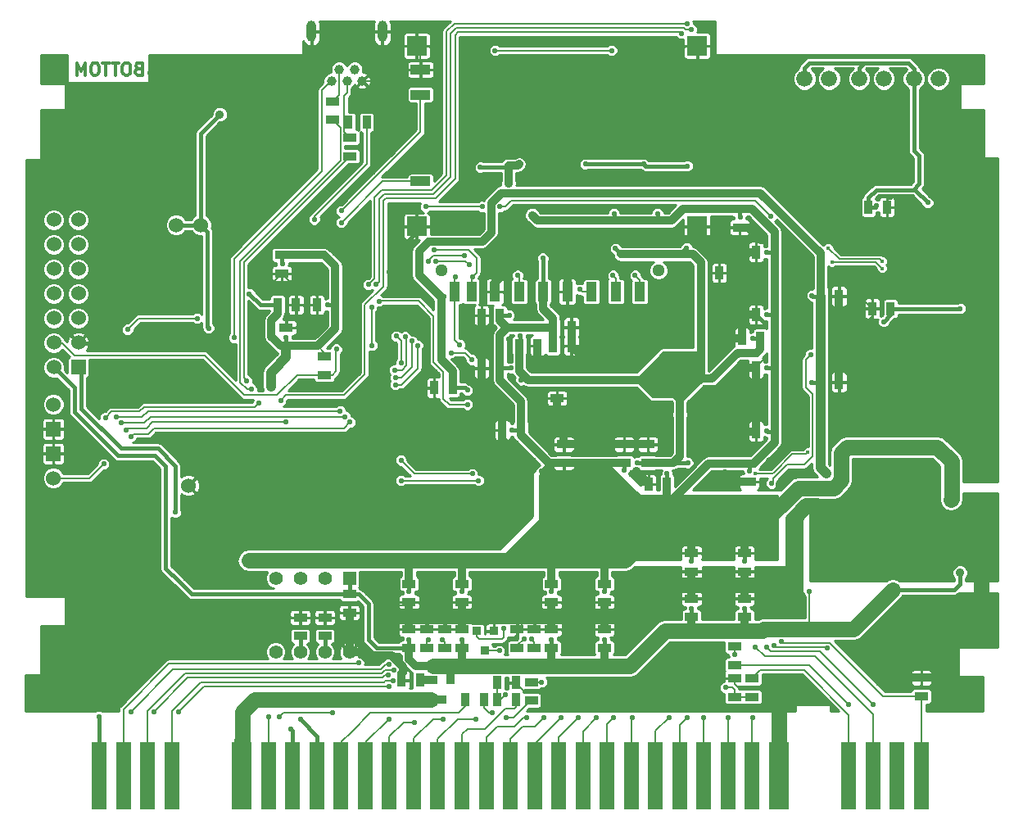
<source format=gbl>
G04 (created by PCBNEW-RS274X (2010-12-16 BZR 2663)-testing) date Tue 15 Feb 2011 12:52:38 PM CET*
G01*
G70*
G90*
%MOIN*%
G04 Gerber Fmt 3.4, Leading zero omitted, Abs format*
%FSLAX34Y34*%
G04 APERTURE LIST*
%ADD10C,0.008000*%
%ADD11C,0.012000*%
%ADD12R,0.060000X0.060000*%
%ADD13C,0.060000*%
%ADD14C,0.039400*%
%ADD15O,0.039400X0.086600*%
%ADD16R,0.035000X0.055000*%
%ADD17R,0.055000X0.035000*%
%ADD18C,0.051200*%
%ADD19R,0.043300X0.078700*%
%ADD20R,0.078700X0.078700*%
%ADD21R,0.078700X0.039400*%
%ADD22R,0.036000X0.036000*%
%ADD23R,0.055000X0.055000*%
%ADD24C,0.055000*%
%ADD25R,0.059100X0.275600*%
%ADD26R,0.078700X0.275600*%
%ADD27C,0.066000*%
%ADD28C,0.021800*%
%ADD29C,0.035000*%
%ADD30C,0.015700*%
%ADD31C,0.032000*%
%ADD32C,0.040000*%
%ADD33C,0.016000*%
%ADD34C,0.064000*%
%ADD35C,0.006000*%
%ADD36C,0.005900*%
%ADD37C,0.010000*%
G04 APERTURE END LIST*
G54D10*
G54D11*
X41954Y-23840D02*
X41883Y-23864D01*
X41859Y-23888D01*
X41835Y-23936D01*
X41835Y-24007D01*
X41859Y-24055D01*
X41883Y-24079D01*
X41930Y-24102D01*
X42121Y-24102D01*
X42121Y-23602D01*
X41954Y-23602D01*
X41907Y-23626D01*
X41883Y-23650D01*
X41859Y-23698D01*
X41859Y-23745D01*
X41883Y-23793D01*
X41907Y-23817D01*
X41954Y-23840D01*
X42121Y-23840D01*
X41526Y-23602D02*
X41430Y-23602D01*
X41383Y-23626D01*
X41335Y-23674D01*
X41311Y-23769D01*
X41311Y-23936D01*
X41335Y-24031D01*
X41383Y-24079D01*
X41430Y-24102D01*
X41526Y-24102D01*
X41573Y-24079D01*
X41621Y-24031D01*
X41645Y-23936D01*
X41645Y-23769D01*
X41621Y-23674D01*
X41573Y-23626D01*
X41526Y-23602D01*
X41168Y-23602D02*
X40883Y-23602D01*
X41026Y-24102D02*
X41026Y-23602D01*
X40787Y-23602D02*
X40502Y-23602D01*
X40645Y-24102D02*
X40645Y-23602D01*
X40240Y-23602D02*
X40144Y-23602D01*
X40097Y-23626D01*
X40049Y-23674D01*
X40025Y-23769D01*
X40025Y-23936D01*
X40049Y-24031D01*
X40097Y-24079D01*
X40144Y-24102D01*
X40240Y-24102D01*
X40287Y-24079D01*
X40335Y-24031D01*
X40359Y-23936D01*
X40359Y-23769D01*
X40335Y-23674D01*
X40287Y-23626D01*
X40240Y-23602D01*
X39811Y-24102D02*
X39811Y-23602D01*
X39644Y-23960D01*
X39478Y-23602D01*
X39478Y-24102D01*
G54D12*
X38500Y-38500D03*
G54D13*
X38500Y-37500D03*
G54D14*
X50135Y-23864D03*
X50450Y-24336D03*
X50765Y-23864D03*
X51080Y-24336D03*
X49820Y-24336D03*
G54D15*
X49013Y-22328D03*
X51887Y-22328D03*
G54D12*
X38500Y-39500D03*
G54D13*
X38500Y-40500D03*
X44000Y-40800D03*
X44500Y-30200D03*
X43500Y-30200D03*
G54D12*
X39516Y-35992D03*
G54D13*
X38516Y-35992D03*
X39516Y-34992D03*
X38516Y-34992D03*
X39516Y-33992D03*
X38516Y-33992D03*
X39516Y-32992D03*
X38516Y-32992D03*
X39516Y-31992D03*
X38516Y-31992D03*
X39516Y-30992D03*
X38516Y-30992D03*
X39516Y-29992D03*
X38516Y-29992D03*
G54D16*
X58838Y-34370D03*
X59588Y-34370D03*
X50500Y-26025D03*
X51250Y-26025D03*
X72575Y-33600D03*
X71825Y-33600D03*
X71675Y-29475D03*
X72425Y-29475D03*
G54D17*
X64475Y-46150D03*
X64475Y-45400D03*
X58775Y-47400D03*
X58775Y-46650D03*
X52975Y-47400D03*
X52975Y-46650D03*
X64475Y-43550D03*
X64475Y-44300D03*
X58775Y-44800D03*
X58775Y-45550D03*
X52975Y-44800D03*
X52975Y-45550D03*
X50550Y-45225D03*
X50550Y-45975D03*
G54D16*
X69725Y-33100D03*
X70475Y-33100D03*
X67275Y-34800D03*
X66525Y-34800D03*
G54D17*
X62700Y-39875D03*
X62700Y-39125D03*
G54D16*
X57460Y-35118D03*
X58210Y-35118D03*
G54D17*
X59275Y-39875D03*
X59275Y-39125D03*
X66825Y-39900D03*
X66825Y-40650D03*
G54D16*
X67850Y-38600D03*
X67100Y-38600D03*
X67850Y-33850D03*
X67100Y-33850D03*
G54D17*
X66425Y-29550D03*
X66425Y-30300D03*
G54D16*
X56675Y-33875D03*
X55925Y-33875D03*
X56675Y-36025D03*
X55925Y-36025D03*
G54D17*
X73825Y-48625D03*
X73825Y-49375D03*
G54D16*
X54750Y-36825D03*
X54000Y-36825D03*
X69725Y-36600D03*
X70475Y-36600D03*
X58838Y-35118D03*
X59588Y-35118D03*
X47625Y-33450D03*
X48375Y-33450D03*
G54D17*
X47800Y-31425D03*
X47800Y-32175D03*
G54D16*
X49975Y-33450D03*
X49225Y-33450D03*
G54D17*
X47975Y-35125D03*
X47975Y-34375D03*
X55125Y-44800D03*
X55125Y-45550D03*
X60925Y-44800D03*
X60925Y-45550D03*
X66625Y-43550D03*
X66625Y-44300D03*
X66625Y-46150D03*
X66625Y-45400D03*
X60925Y-47400D03*
X60925Y-46650D03*
X55125Y-47400D03*
X55125Y-46650D03*
G54D18*
X54314Y-32049D03*
X63133Y-32049D03*
G54D19*
X61391Y-32915D03*
X60407Y-32915D03*
X59422Y-32915D03*
X58438Y-32915D03*
X57454Y-32915D03*
X56470Y-32915D03*
X55515Y-32915D03*
X54845Y-32915D03*
X62375Y-32915D03*
G54D20*
X64708Y-30258D03*
X64708Y-22915D03*
X53290Y-30258D03*
X53290Y-22915D03*
G54D21*
X53448Y-28427D03*
X53448Y-24903D03*
X53448Y-23880D03*
G54D17*
X50575Y-26650D03*
X50575Y-27400D03*
X49875Y-25175D03*
X49875Y-25925D03*
G54D22*
X56425Y-46725D03*
X55725Y-46725D03*
X56075Y-47525D03*
G54D17*
X49525Y-36300D03*
X49525Y-35550D03*
G54D23*
X50550Y-44575D03*
G54D24*
X49550Y-44575D03*
X48550Y-44575D03*
X47550Y-44575D03*
X47550Y-47575D03*
X48550Y-47575D03*
X49550Y-47575D03*
X50550Y-47575D03*
G54D17*
X48550Y-46925D03*
X48550Y-46175D03*
X49550Y-46925D03*
X49550Y-46175D03*
X66925Y-48650D03*
X66925Y-49400D03*
X66225Y-48100D03*
X66225Y-47350D03*
G54D16*
X56025Y-49525D03*
X55275Y-49525D03*
X56575Y-49525D03*
X57325Y-49525D03*
G54D17*
X57950Y-48800D03*
X57950Y-49550D03*
X66225Y-49400D03*
X66225Y-48650D03*
X57375Y-47400D03*
X57375Y-46650D03*
X53700Y-47400D03*
X53700Y-46650D03*
G54D16*
X56575Y-48825D03*
X57325Y-48825D03*
G54D17*
X58075Y-47400D03*
X58075Y-46650D03*
X54425Y-47400D03*
X54425Y-46650D03*
G54D25*
X73832Y-52597D03*
X72848Y-52597D03*
X71864Y-52597D03*
X70880Y-52597D03*
G54D26*
X68025Y-52597D03*
G54D25*
X66943Y-52597D03*
X65958Y-52597D03*
X64974Y-52597D03*
X63990Y-52597D03*
X63006Y-52597D03*
X62021Y-52597D03*
X61037Y-52597D03*
X60053Y-52597D03*
X59069Y-52597D03*
X58084Y-52597D03*
X57100Y-52597D03*
X56116Y-52597D03*
X55131Y-52597D03*
X54147Y-52597D03*
X53163Y-52597D03*
X52179Y-52597D03*
X51194Y-52597D03*
X50210Y-52597D03*
X49226Y-52597D03*
X48242Y-52597D03*
X47257Y-52597D03*
G54D26*
X46175Y-52597D03*
G54D25*
X43320Y-52597D03*
X42336Y-52597D03*
X41352Y-52597D03*
X40368Y-52597D03*
G54D27*
X71300Y-24250D03*
X72300Y-24250D03*
X73525Y-24250D03*
X74525Y-24250D03*
X69075Y-24250D03*
X70075Y-24250D03*
G54D16*
X64850Y-32150D03*
X65600Y-32150D03*
G54D17*
X61725Y-39875D03*
X61725Y-39125D03*
G54D16*
X57525Y-38550D03*
X56775Y-38550D03*
G54D17*
X59000Y-36500D03*
X59000Y-37250D03*
G54D16*
X63475Y-40750D03*
X62725Y-40750D03*
X67850Y-36025D03*
X67100Y-36025D03*
X67850Y-31300D03*
X67100Y-31300D03*
G54D22*
X54675Y-48725D03*
X53975Y-48725D03*
X54325Y-49525D03*
G54D16*
X52675Y-48725D03*
X53425Y-48725D03*
G54D28*
X54400Y-33100D03*
G54D29*
X69961Y-40315D03*
G54D28*
X55350Y-36925D03*
X69375Y-33075D03*
X69375Y-36625D03*
X75412Y-33600D03*
X72297Y-34135D03*
X64300Y-27800D03*
X62525Y-27725D03*
X60150Y-27725D03*
X66975Y-34800D03*
G54D29*
X64003Y-37908D03*
G54D28*
X57500Y-34725D03*
X61374Y-31157D03*
X64272Y-31129D03*
X57540Y-36505D03*
X64325Y-39875D03*
X62250Y-39875D03*
X55875Y-27850D03*
X57450Y-27725D03*
G54D29*
X57025Y-28500D03*
G54D28*
X67525Y-31325D03*
X66450Y-29875D03*
X67525Y-33850D03*
X67525Y-36025D03*
X67525Y-38575D03*
X66825Y-40200D03*
X63475Y-40325D03*
X57050Y-33875D03*
X57125Y-36025D03*
X61725Y-40175D03*
X72000Y-29425D03*
X47350Y-36775D03*
X64475Y-43875D03*
X66625Y-43875D03*
X60925Y-45125D03*
X58775Y-45125D03*
X49650Y-33450D03*
X55125Y-45125D03*
X52975Y-45125D03*
X58425Y-31550D03*
X74094Y-29291D03*
X46478Y-32998D03*
X43465Y-41890D03*
X47825Y-31775D03*
G54D29*
X75025Y-41375D03*
X75050Y-40900D03*
X75050Y-40425D03*
G54D28*
X47976Y-34771D03*
X63090Y-29731D03*
X61317Y-29731D03*
G54D29*
X57991Y-29803D03*
G54D28*
X58375Y-40225D03*
X57150Y-38550D03*
G54D29*
X47450Y-43850D03*
X46950Y-43850D03*
X46450Y-43850D03*
G54D28*
X69275Y-45125D03*
X58775Y-47075D03*
X55125Y-47075D03*
X52975Y-47075D03*
X64475Y-45825D03*
X66625Y-45825D03*
X60925Y-47075D03*
G54D29*
X75400Y-44350D03*
X72650Y-45050D03*
X46575Y-49646D03*
X46200Y-50525D03*
X46200Y-50025D03*
X45275Y-25700D03*
G54D28*
X44825Y-34400D03*
X61225Y-23100D03*
X56475Y-23100D03*
X41525Y-34450D03*
X44350Y-34000D03*
X56650Y-47525D03*
X56900Y-49325D03*
X65850Y-49025D03*
X66225Y-47675D03*
X57650Y-47050D03*
X56350Y-50050D03*
X57950Y-47050D03*
X58375Y-48800D03*
X53775Y-47075D03*
X57750Y-50250D03*
X58450Y-50250D03*
X65950Y-50250D03*
X66950Y-50250D03*
X59150Y-50250D03*
X59850Y-50250D03*
X60600Y-50250D03*
X61300Y-50250D03*
X62050Y-50250D03*
X63550Y-50250D03*
X64300Y-50250D03*
X64950Y-50250D03*
X54325Y-47075D03*
X55700Y-50300D03*
X54350Y-50300D03*
X53200Y-50450D03*
X52150Y-50300D03*
X52325Y-48750D03*
X43600Y-50000D03*
X52150Y-48975D03*
X52350Y-48300D03*
X42600Y-50000D03*
X52125Y-48525D03*
X50925Y-48025D03*
X52150Y-48075D03*
X41650Y-50000D03*
X67075Y-47375D03*
X71850Y-49700D03*
X67525Y-47375D03*
X67825Y-47300D03*
X70000Y-47425D03*
X68125Y-47150D03*
X40350Y-50200D03*
X52650Y-40600D03*
X55800Y-40600D03*
X48175Y-50700D03*
X47953Y-38228D03*
X41457Y-38543D03*
X41275Y-38250D03*
X50375Y-38000D03*
X52425Y-36400D03*
X53100Y-34925D03*
X41075Y-38025D03*
X50175Y-37775D03*
X52400Y-36100D03*
X52825Y-34750D03*
X53325Y-35100D03*
X52425Y-36700D03*
X50575Y-38225D03*
X41654Y-38819D03*
X51750Y-33300D03*
X55350Y-37505D03*
X55550Y-40325D03*
X52650Y-39775D03*
X52650Y-35825D03*
X52450Y-34725D03*
X48550Y-50325D03*
G54D29*
X44800Y-44350D03*
X44000Y-45600D03*
X47225Y-45600D03*
X45400Y-45600D03*
X46600Y-44500D03*
X73400Y-28000D03*
X70050Y-26350D03*
X67840Y-24140D03*
X71400Y-27400D03*
G54D28*
X69150Y-29025D03*
G54D29*
X63775Y-25825D03*
G54D28*
X58825Y-27725D03*
G54D29*
X64200Y-27300D03*
X55900Y-22775D03*
G54D28*
X64700Y-24500D03*
G54D29*
X54125Y-23975D03*
X55500Y-24000D03*
X49000Y-28000D03*
X45000Y-28000D03*
X47500Y-28000D03*
X49000Y-25500D03*
X47500Y-25500D03*
X46000Y-27000D03*
X49000Y-24000D03*
X51450Y-28000D03*
X51450Y-25500D03*
X53000Y-28000D03*
X54100Y-26925D03*
X55500Y-27500D03*
X55500Y-28500D03*
G54D28*
X67475Y-35600D03*
X58306Y-38605D03*
G54D29*
X64500Y-39400D03*
X63500Y-39400D03*
X63500Y-37500D03*
X67300Y-30825D03*
X66600Y-31600D03*
G54D28*
X67475Y-34225D03*
G54D29*
X67650Y-39800D03*
X65500Y-35500D03*
X65500Y-37000D03*
X65825Y-40325D03*
X62225Y-40225D03*
X40125Y-37125D03*
X42450Y-36200D03*
X65500Y-31550D03*
X65500Y-34000D03*
X64500Y-37500D03*
X48750Y-43200D03*
X72992Y-47008D03*
X75000Y-45512D03*
X72125Y-48800D03*
G54D28*
X57375Y-46975D03*
G54D29*
X75000Y-47000D03*
X75000Y-49000D03*
X76500Y-47000D03*
X76500Y-45500D03*
X76260Y-44449D03*
X50700Y-35775D03*
X50000Y-31325D03*
G54D28*
X52300Y-35775D03*
G54D29*
X52300Y-37400D03*
X50700Y-38700D03*
X52300Y-38700D03*
X50300Y-40200D03*
X53000Y-37100D03*
X50700Y-37400D03*
X51300Y-44600D03*
X46600Y-47700D03*
X50000Y-42875D03*
X52480Y-42441D03*
X55800Y-42700D03*
X50000Y-41000D03*
X52500Y-41000D03*
X46400Y-43200D03*
X44800Y-43200D03*
X44800Y-47700D03*
G54D28*
X52150Y-34800D03*
G54D29*
X41800Y-48900D03*
X41800Y-46800D03*
X38400Y-48800D03*
X38400Y-49700D03*
X40725Y-49700D03*
X43125Y-46025D03*
X66500Y-38400D03*
G54D28*
X57062Y-35640D03*
X57047Y-34843D03*
G54D29*
X58000Y-36000D03*
X57700Y-31000D03*
X68075Y-40750D03*
X69764Y-42087D03*
X69764Y-41575D03*
X68583Y-42165D03*
G54D28*
X70157Y-38465D03*
X52900Y-30875D03*
X52244Y-31024D03*
X57950Y-32475D03*
G54D29*
X61125Y-31525D03*
G54D28*
X60324Y-30604D03*
X58031Y-31260D03*
G54D29*
X65300Y-24140D03*
X52244Y-32126D03*
X76260Y-41378D03*
X76500Y-39500D03*
X76500Y-38000D03*
X76500Y-36500D03*
X76500Y-35000D03*
X75000Y-35000D03*
X73500Y-36500D03*
X72000Y-38000D03*
X74291Y-40276D03*
X72756Y-40276D03*
X71260Y-40276D03*
X71100Y-41400D03*
X73475Y-41400D03*
X72275Y-41975D03*
G54D28*
X74075Y-29902D03*
G54D29*
X76260Y-42913D03*
X56900Y-41800D03*
X66800Y-24140D03*
X66800Y-26100D03*
X60000Y-36000D03*
X64000Y-34000D03*
X62000Y-36000D03*
X64000Y-32000D03*
X60000Y-37000D03*
X62000Y-37000D03*
G54D28*
X52650Y-33025D03*
G54D29*
X48775Y-36775D03*
X55800Y-41000D03*
X38500Y-44700D03*
X48900Y-34700D03*
X48900Y-32500D03*
G54D28*
X64863Y-31126D03*
G54D29*
X47600Y-43200D03*
X68650Y-45925D03*
X68650Y-45500D03*
X68400Y-45100D03*
G54D28*
X73320Y-34140D03*
G54D29*
X42500Y-24000D03*
X45500Y-24000D03*
X42800Y-30300D03*
X40200Y-30300D03*
X44000Y-28000D03*
X41000Y-28000D03*
X42500Y-27000D03*
X39500Y-27000D03*
X44000Y-25500D03*
X41000Y-25500D03*
X52500Y-40200D03*
X58000Y-39800D03*
X57300Y-39100D03*
X75100Y-30500D03*
X47700Y-41300D03*
X47700Y-39200D03*
X46400Y-41300D03*
X46400Y-39900D03*
X54000Y-36200D03*
X47000Y-35000D03*
X47000Y-32500D03*
X41600Y-32100D03*
X43000Y-32100D03*
X40100Y-35000D03*
G54D28*
X57586Y-45603D03*
X70375Y-30325D03*
X70375Y-30924D03*
X71741Y-38647D03*
X71604Y-34141D03*
X72579Y-29062D03*
X46970Y-34380D03*
X49225Y-33025D03*
X47295Y-32174D03*
X66169Y-32487D03*
X66148Y-30954D03*
X61708Y-30510D03*
X59939Y-38682D03*
X63278Y-39109D03*
G54D29*
X55825Y-46100D03*
X52450Y-46100D03*
X57800Y-46100D03*
G54D28*
X45250Y-35575D03*
X44600Y-34675D03*
G54D29*
X68025Y-48800D03*
X68025Y-49800D03*
X68025Y-49300D03*
G54D28*
X54700Y-35400D03*
X51475Y-35100D03*
X51450Y-33550D03*
X55525Y-35675D03*
X70850Y-49700D03*
X47700Y-50200D03*
X49875Y-50050D03*
X56925Y-50250D03*
X56825Y-46600D03*
X51325Y-32625D03*
X64300Y-22000D03*
X50225Y-29625D03*
X46380Y-36550D03*
X46560Y-36880D03*
X40551Y-39921D03*
X40630Y-38031D03*
X46850Y-37450D03*
X64050Y-22400D03*
X47750Y-37350D03*
X64475Y-22250D03*
X51625Y-32625D03*
X50225Y-30100D03*
X45860Y-34780D03*
X50025Y-35250D03*
X67700Y-29850D03*
X56675Y-29450D03*
X53650Y-29450D03*
X55950Y-29450D03*
G54D30*
X69213Y-39449D03*
X67075Y-40325D03*
X70182Y-31714D03*
X72224Y-31963D03*
X70039Y-31134D03*
X72224Y-31668D03*
G54D28*
X57400Y-32250D03*
X59925Y-32825D03*
X54000Y-31225D03*
X55551Y-32323D03*
X54850Y-32325D03*
X55039Y-35079D03*
X53750Y-31675D03*
X55225Y-31450D03*
X62175Y-32250D03*
X55425Y-31825D03*
X54050Y-31675D03*
X61275Y-32250D03*
X47250Y-50200D03*
X69331Y-35472D03*
X67717Y-40709D03*
X49125Y-29975D03*
G54D31*
X53775Y-30875D02*
X53386Y-31264D01*
X56724Y-28900D02*
X56325Y-29299D01*
X53775Y-30875D02*
X55950Y-30875D01*
X55950Y-30875D02*
X56325Y-30500D01*
X67275Y-28900D02*
X56775Y-28900D01*
X69725Y-31350D02*
X67275Y-28900D01*
X69725Y-33100D02*
X69725Y-31350D01*
X53386Y-32244D02*
X54291Y-33149D01*
X56325Y-29299D02*
X56325Y-30500D01*
X56775Y-28900D02*
X56724Y-28900D01*
X53386Y-31264D02*
X53386Y-32244D01*
G54D10*
X54340Y-33100D02*
X54291Y-33149D01*
X54400Y-33100D02*
X54340Y-33100D01*
G54D31*
X54750Y-36150D02*
X54750Y-36825D01*
X54291Y-35691D02*
X54750Y-36150D01*
X54291Y-33149D02*
X54291Y-35691D01*
G54D32*
X69725Y-36600D02*
X69725Y-40075D01*
X69961Y-40315D02*
X69725Y-40075D01*
G54D33*
X55350Y-36925D02*
X55250Y-36825D01*
X55250Y-36825D02*
X54750Y-36825D01*
G54D32*
X69725Y-36600D02*
X69725Y-33100D01*
G54D33*
X69400Y-33100D02*
X69725Y-33100D01*
G54D10*
X69375Y-33075D02*
X69400Y-33100D01*
X69375Y-36625D02*
X69400Y-36600D01*
G54D33*
X69400Y-36600D02*
X69725Y-36600D01*
X75412Y-33600D02*
X72575Y-33600D01*
G54D10*
X72575Y-33857D02*
X72575Y-33600D01*
G54D33*
X72297Y-34135D02*
X72575Y-33857D01*
X64300Y-27800D02*
X62600Y-27800D01*
X62600Y-27800D02*
X62525Y-27725D01*
X60150Y-27725D02*
X62525Y-27725D01*
X66975Y-34800D02*
X67275Y-34800D01*
G54D31*
X64850Y-36450D02*
X65299Y-36450D01*
X67275Y-35250D02*
X67275Y-34800D01*
X67125Y-35400D02*
X67275Y-35250D01*
X66349Y-35400D02*
X67125Y-35400D01*
X65299Y-36450D02*
X66349Y-35400D01*
X59000Y-36500D02*
X63220Y-36500D01*
X63225Y-36505D02*
X64010Y-37290D01*
X63220Y-36500D02*
X63225Y-36505D01*
X57825Y-36505D02*
X58995Y-36505D01*
X57684Y-36364D02*
X57825Y-36505D01*
X58995Y-36505D02*
X59000Y-36500D01*
X64850Y-32150D02*
X64850Y-36450D01*
X64850Y-36450D02*
X64800Y-36500D01*
X64140Y-31390D02*
X64515Y-31390D01*
X64850Y-31725D02*
X64850Y-32150D01*
X64515Y-31390D02*
X64850Y-31725D01*
X64000Y-37908D02*
X64003Y-37908D01*
G54D33*
X57500Y-34725D02*
X57501Y-35077D01*
G54D10*
X57501Y-35077D02*
X57460Y-35118D01*
G54D31*
X57460Y-35118D02*
X57460Y-36140D01*
X57460Y-36140D02*
X57684Y-36364D01*
G54D33*
X61374Y-31157D02*
X61593Y-31376D01*
G54D10*
X61593Y-31376D02*
X61593Y-31390D01*
G54D31*
X61593Y-31390D02*
X64140Y-31390D01*
G54D33*
X64272Y-31129D02*
X64140Y-31261D01*
G54D10*
X64140Y-31261D02*
X64140Y-31390D01*
X57681Y-36364D02*
X57684Y-36364D01*
G54D33*
X57540Y-36505D02*
X57681Y-36364D01*
X64325Y-39875D02*
X63725Y-39875D01*
X62250Y-39875D02*
X62700Y-39875D01*
G54D31*
X62700Y-39875D02*
X63725Y-39875D01*
X64000Y-37300D02*
X64010Y-37290D01*
X64000Y-37908D02*
X64000Y-37300D01*
X64010Y-37290D02*
X64800Y-36500D01*
X64000Y-39600D02*
X64000Y-37908D01*
X63725Y-39875D02*
X64000Y-39600D01*
G54D33*
X55875Y-27850D02*
X57025Y-27850D01*
X57025Y-27850D02*
X57025Y-27775D01*
G54D31*
X57400Y-27775D02*
X57025Y-27775D01*
X57450Y-27725D02*
X57400Y-27775D01*
X57025Y-28500D02*
X57025Y-27775D01*
G54D33*
X67525Y-31325D02*
X67550Y-31325D01*
X67850Y-31300D02*
X67575Y-31300D01*
X67550Y-31325D02*
X67575Y-31300D01*
X66425Y-29850D02*
X66425Y-29550D01*
X66450Y-29875D02*
X66425Y-29850D01*
G54D31*
X66425Y-29550D02*
X65250Y-29550D01*
X64125Y-29550D02*
X65250Y-29550D01*
X63650Y-30025D02*
X64125Y-29550D01*
X63650Y-30025D02*
X63089Y-30025D01*
X66425Y-29550D02*
X66925Y-29550D01*
X67850Y-30750D02*
X67850Y-31300D01*
X67850Y-30475D02*
X67850Y-30750D01*
X66925Y-29550D02*
X67850Y-30475D01*
X67850Y-31300D02*
X67850Y-33850D01*
X67850Y-36025D02*
X67850Y-33850D01*
G54D33*
X67850Y-33850D02*
X67525Y-33850D01*
G54D31*
X67850Y-38600D02*
X67850Y-36025D01*
G54D33*
X67525Y-36025D02*
X67850Y-36025D01*
X67550Y-38600D02*
X67850Y-38600D01*
X67525Y-38575D02*
X67550Y-38600D01*
G54D31*
X66825Y-39900D02*
X66990Y-39900D01*
X67850Y-39040D02*
X67850Y-38600D01*
X66990Y-39900D02*
X67850Y-39040D01*
X66825Y-39900D02*
X65175Y-39900D01*
X63350Y-41725D02*
X63325Y-41725D01*
X63350Y-41725D02*
X64850Y-40225D01*
X65175Y-39900D02*
X64850Y-40225D01*
G54D33*
X66825Y-39900D02*
X66825Y-40200D01*
X63475Y-40750D02*
X63475Y-40325D01*
G54D31*
X63475Y-40750D02*
X63475Y-41575D01*
X63475Y-41575D02*
X63325Y-41725D01*
G54D33*
X56675Y-33875D02*
X57050Y-33875D01*
G54D31*
X56675Y-33875D02*
X56675Y-34065D01*
X56675Y-34065D02*
X56980Y-34370D01*
X56675Y-36025D02*
X56675Y-34675D01*
X56980Y-34370D02*
X58838Y-34370D01*
X56675Y-34675D02*
X56980Y-34370D01*
X57525Y-38550D02*
X57525Y-37375D01*
X56675Y-36525D02*
X56675Y-36025D01*
X57525Y-37375D02*
X56675Y-36525D01*
G54D33*
X56675Y-36025D02*
X57125Y-36025D01*
X57150Y-38550D02*
X57525Y-38550D01*
G54D31*
X58875Y-39875D02*
X58650Y-39875D01*
X58650Y-39875D02*
X57525Y-38750D01*
X57525Y-38750D02*
X57525Y-38550D01*
G54D33*
X61725Y-39875D02*
X61725Y-40175D01*
G54D31*
X60750Y-39875D02*
X61725Y-39875D01*
X59275Y-39875D02*
X60000Y-39875D01*
X60000Y-39875D02*
X60750Y-39875D01*
X60750Y-39875D02*
X60975Y-40100D01*
X58875Y-39875D02*
X59275Y-39875D01*
X60975Y-40100D02*
X62600Y-41725D01*
X62940Y-41725D02*
X62600Y-41725D01*
G54D33*
X72141Y-28762D02*
X71988Y-28762D01*
X73483Y-28762D02*
X72141Y-28762D01*
X71675Y-29075D02*
X71675Y-29475D01*
X71988Y-28762D02*
X71675Y-29075D01*
X71675Y-29475D02*
X71950Y-29475D01*
X71950Y-29475D02*
X72000Y-29425D01*
G54D32*
X47350Y-36775D02*
X47350Y-36200D01*
X47350Y-36200D02*
X47450Y-36100D01*
X47450Y-36100D02*
X47975Y-35575D01*
X47975Y-35125D02*
X47975Y-35575D01*
G54D33*
X64475Y-43875D02*
X64475Y-43550D01*
G54D31*
X64475Y-43550D02*
X64475Y-42675D01*
X64475Y-42675D02*
X64450Y-42650D01*
X66625Y-43550D02*
X66625Y-42650D01*
X66675Y-42675D02*
X66675Y-42650D01*
X66650Y-42675D02*
X66675Y-42675D01*
X66625Y-42650D02*
X66650Y-42675D01*
G54D33*
X66625Y-43875D02*
X66625Y-43550D01*
G54D31*
X58775Y-44800D02*
X58775Y-43875D01*
X58775Y-43875D02*
X58750Y-43850D01*
X60925Y-44800D02*
X60925Y-43875D01*
X60925Y-43875D02*
X60950Y-43850D01*
G54D33*
X60925Y-45125D02*
X60925Y-44800D01*
X58775Y-45125D02*
X58775Y-44800D01*
X49975Y-33450D02*
X49650Y-33450D01*
G54D10*
X49525Y-35550D02*
X49525Y-35400D01*
X49525Y-35400D02*
X49250Y-35125D01*
G54D31*
X47975Y-35125D02*
X47750Y-35125D01*
X47750Y-35125D02*
X47375Y-34750D01*
X47375Y-34750D02*
X47375Y-34075D01*
X47375Y-34075D02*
X47625Y-33825D01*
X47625Y-33825D02*
X47625Y-33450D01*
X49975Y-33450D02*
X49975Y-31875D01*
X49525Y-31425D02*
X47800Y-31425D01*
X49975Y-31875D02*
X49525Y-31425D01*
X47975Y-35125D02*
X49250Y-35125D01*
X49250Y-35125D02*
X49275Y-35125D01*
X49275Y-35125D02*
X49975Y-34425D01*
X49975Y-34425D02*
X49975Y-34250D01*
X49975Y-34250D02*
X49975Y-33450D01*
G54D33*
X55125Y-45125D02*
X55125Y-44800D01*
G54D31*
X55125Y-44800D02*
X55125Y-43875D01*
X55125Y-43875D02*
X55150Y-43850D01*
X52975Y-44800D02*
X52975Y-43875D01*
X52975Y-43875D02*
X52950Y-43850D01*
G54D33*
X52975Y-45125D02*
X52975Y-44800D01*
X58425Y-31550D02*
X58425Y-32902D01*
X58425Y-32902D02*
X58438Y-32915D01*
G54D31*
X58838Y-34370D02*
X58838Y-34013D01*
X58838Y-34013D02*
X58438Y-33613D01*
X58438Y-33613D02*
X58438Y-32915D01*
G54D33*
X73483Y-28762D02*
X73565Y-28762D01*
X73565Y-28762D02*
X74094Y-29291D01*
X73525Y-27175D02*
X73525Y-24250D01*
X73741Y-27391D02*
X73525Y-27175D01*
X73741Y-28504D02*
X73741Y-27391D01*
X73483Y-28762D02*
X73741Y-28504D01*
X47625Y-33450D02*
X46930Y-33450D01*
X46930Y-33450D02*
X46478Y-32998D01*
X39646Y-36122D02*
X39516Y-35992D01*
X39646Y-37678D02*
X39646Y-36122D01*
X41259Y-39291D02*
X39646Y-37678D01*
X42756Y-39291D02*
X41259Y-39291D01*
X43465Y-40000D02*
X42756Y-39291D01*
X43465Y-41890D02*
X43465Y-40000D01*
G54D10*
X47825Y-31775D02*
X47800Y-31750D01*
G54D33*
X47800Y-31750D02*
X47800Y-31425D01*
G54D31*
X58838Y-35118D02*
X58838Y-34370D01*
X58818Y-34350D02*
X58838Y-34370D01*
G54D33*
X69075Y-24250D02*
X69075Y-23800D01*
X69277Y-23598D02*
X71502Y-23598D01*
X69075Y-23800D02*
X69277Y-23598D01*
G54D34*
X75050Y-40900D02*
X75050Y-41350D01*
X75050Y-41350D02*
X75025Y-41375D01*
X75050Y-40425D02*
X75050Y-40900D01*
X66450Y-42650D02*
X66675Y-42650D01*
X62950Y-42650D02*
X64450Y-42650D01*
X66450Y-42650D02*
X64450Y-42650D01*
X66675Y-42650D02*
X67075Y-42650D01*
X67075Y-42650D02*
X68825Y-40900D01*
X68825Y-40900D02*
X70250Y-40900D01*
X70250Y-40900D02*
X70575Y-40575D01*
X70575Y-40575D02*
X70575Y-39475D01*
X70575Y-39475D02*
X70800Y-39250D01*
X70800Y-39250D02*
X74475Y-39250D01*
X74475Y-39250D02*
X75050Y-39825D01*
X75050Y-39825D02*
X75050Y-40425D01*
X62940Y-41880D02*
X62940Y-42640D01*
G54D31*
X62940Y-41725D02*
X62940Y-41880D01*
G54D34*
X62940Y-42640D02*
X62950Y-42650D01*
G54D31*
X62940Y-41725D02*
X63325Y-41725D01*
G54D33*
X73525Y-24250D02*
X73525Y-23834D01*
X73289Y-23598D02*
X71502Y-23598D01*
X73525Y-23834D02*
X73289Y-23598D01*
X71502Y-23598D02*
X71300Y-23800D01*
X71300Y-23800D02*
X71300Y-24250D01*
X47976Y-34771D02*
X47975Y-34808D01*
X47975Y-34808D02*
X47975Y-35125D01*
X63090Y-29731D02*
X63089Y-30025D01*
X61317Y-29731D02*
X61317Y-30025D01*
G54D31*
X58213Y-30025D02*
X58244Y-30025D01*
X61317Y-30025D02*
X58244Y-30025D01*
X57991Y-29803D02*
X58213Y-30025D01*
X63089Y-30025D02*
X61317Y-30025D01*
G54D10*
X58725Y-39875D02*
X58875Y-39875D01*
G54D33*
X58375Y-40225D02*
X58725Y-39875D01*
G54D10*
X57150Y-38550D02*
X57175Y-38525D01*
G54D34*
X46950Y-43850D02*
X46450Y-43850D01*
X46450Y-43850D02*
X47450Y-43850D01*
X47450Y-43850D02*
X52475Y-43850D01*
X52475Y-43850D02*
X52950Y-43850D01*
X52950Y-43850D02*
X55150Y-43850D01*
X61750Y-43850D02*
X62950Y-42650D01*
X60950Y-43850D02*
X61750Y-43850D01*
X55150Y-43850D02*
X58750Y-43850D01*
X58750Y-43850D02*
X60950Y-43850D01*
G54D10*
X69275Y-45125D02*
X69275Y-46650D01*
G54D31*
X54675Y-48725D02*
X54675Y-48150D01*
G54D33*
X43625Y-44725D02*
X44125Y-45225D01*
X50550Y-45225D02*
X47250Y-45225D01*
X39350Y-36826D02*
X38516Y-35992D01*
X43075Y-44175D02*
X43075Y-40025D01*
X43075Y-40025D02*
X42640Y-39590D01*
X42640Y-39590D02*
X41140Y-39590D01*
X41140Y-39590D02*
X39350Y-37800D01*
X39350Y-37800D02*
X39350Y-36826D01*
X43075Y-44175D02*
X43625Y-44725D01*
X44125Y-45225D02*
X47250Y-45225D01*
G54D31*
X52975Y-47875D02*
X53250Y-48150D01*
X52975Y-47400D02*
X52975Y-47875D01*
X53250Y-48150D02*
X53975Y-48150D01*
G54D34*
X53975Y-48150D02*
X54675Y-48150D01*
X54675Y-48150D02*
X55125Y-48150D01*
G54D33*
X58775Y-47075D02*
X58775Y-47400D01*
X52975Y-47075D02*
X52975Y-47400D01*
G54D31*
X66625Y-46150D02*
X66625Y-46700D01*
X66625Y-46700D02*
X66600Y-46700D01*
X64475Y-46150D02*
X64475Y-46700D01*
G54D34*
X67675Y-46650D02*
X67400Y-46650D01*
X67675Y-46650D02*
X69275Y-46650D01*
X67350Y-46700D02*
X66600Y-46700D01*
X67400Y-46650D02*
X67350Y-46700D01*
X66600Y-46700D02*
X64475Y-46700D01*
X61950Y-48150D02*
X63250Y-46850D01*
X64475Y-46700D02*
X63400Y-46700D01*
X63400Y-46700D02*
X63250Y-46850D01*
X60925Y-48150D02*
X61950Y-48150D01*
G54D33*
X64475Y-45825D02*
X64475Y-46150D01*
X66625Y-45825D02*
X66625Y-46150D01*
G54D31*
X60925Y-47400D02*
X60925Y-48150D01*
X58775Y-47400D02*
X58775Y-48150D01*
G54D33*
X60925Y-47075D02*
X60925Y-47400D01*
X50550Y-45225D02*
X50550Y-44575D01*
X52975Y-47400D02*
X51650Y-47400D01*
X50925Y-45225D02*
X51025Y-45325D01*
X51025Y-45325D02*
X51325Y-45625D01*
X51325Y-45625D02*
X51325Y-47075D01*
X51325Y-47075D02*
X51525Y-47275D01*
X50925Y-45225D02*
X50550Y-45225D01*
X51650Y-47400D02*
X51525Y-47275D01*
G54D31*
X55125Y-47400D02*
X55125Y-48150D01*
G54D33*
X55125Y-47075D02*
X55125Y-47400D01*
G54D34*
X69275Y-46650D02*
X71050Y-46650D01*
X71050Y-46650D02*
X72650Y-45050D01*
G54D33*
X75150Y-45050D02*
X72650Y-45050D01*
X75400Y-44800D02*
X75150Y-45050D01*
X75400Y-44350D02*
X75400Y-44800D01*
G54D10*
X69275Y-46650D02*
X69275Y-46550D01*
X55125Y-47075D02*
X55125Y-48150D01*
G54D34*
X58775Y-48150D02*
X60925Y-48150D01*
X55125Y-48150D02*
X58775Y-48150D01*
G54D31*
X54325Y-49525D02*
X53875Y-49525D01*
G54D34*
X46696Y-49525D02*
X53875Y-49525D01*
X46696Y-49525D02*
X46200Y-50021D01*
X46575Y-49646D02*
X46200Y-50021D01*
X46200Y-50025D02*
X46200Y-50021D01*
X46175Y-52597D02*
X46175Y-51175D01*
X46200Y-51150D02*
X46200Y-50525D01*
X46200Y-50525D02*
X46200Y-50025D01*
X46175Y-51175D02*
X46200Y-51150D01*
G54D33*
X44500Y-26475D02*
X45275Y-25700D01*
X44500Y-30200D02*
X44500Y-26475D01*
X44775Y-34350D02*
X44775Y-30475D01*
X44825Y-34400D02*
X44775Y-34350D01*
X44775Y-30475D02*
X44500Y-30200D01*
X43500Y-30200D02*
X44500Y-30200D01*
G54D10*
X56475Y-23100D02*
X61225Y-23100D01*
X41975Y-34000D02*
X41525Y-34450D01*
X44350Y-34000D02*
X41975Y-34000D01*
X56075Y-47525D02*
X56650Y-47525D01*
X56700Y-49525D02*
X56575Y-49525D01*
X56700Y-49525D02*
X56900Y-49325D01*
X56575Y-49525D02*
X56575Y-48825D01*
X66225Y-49125D02*
X66225Y-49400D01*
X66125Y-49025D02*
X66225Y-49125D01*
X65850Y-49025D02*
X66125Y-49025D01*
X66925Y-49400D02*
X66225Y-49400D01*
X66225Y-47350D02*
X66225Y-47675D01*
X57375Y-47325D02*
X57650Y-47050D01*
X57375Y-47325D02*
X57375Y-47400D01*
X57375Y-47400D02*
X57375Y-47350D01*
X56025Y-49525D02*
X56025Y-49850D01*
X56025Y-49850D02*
X56225Y-50050D01*
X56225Y-50050D02*
X56350Y-50050D01*
X58075Y-47175D02*
X57950Y-47050D01*
X58075Y-47175D02*
X58075Y-47400D01*
X58375Y-48800D02*
X57950Y-48800D01*
X58075Y-47275D02*
X58075Y-47400D01*
X58075Y-47275D02*
X58075Y-47400D01*
X57950Y-48800D02*
X57950Y-48925D01*
X53700Y-47400D02*
X53700Y-47150D01*
X53700Y-47150D02*
X53775Y-47075D01*
X57275Y-50600D02*
X57625Y-50250D01*
X57625Y-50250D02*
X57750Y-50250D01*
X56116Y-52597D02*
X56116Y-51034D01*
X56550Y-50600D02*
X57175Y-50600D01*
X56116Y-51034D02*
X56550Y-50600D01*
X57175Y-50600D02*
X57275Y-50600D01*
X57100Y-52597D02*
X57100Y-51100D01*
X58100Y-50600D02*
X58450Y-50250D01*
X57600Y-50600D02*
X58100Y-50600D01*
X57100Y-51100D02*
X57600Y-50600D01*
X65958Y-50258D02*
X65958Y-52597D01*
X65958Y-50258D02*
X65950Y-50250D01*
X66943Y-50257D02*
X66950Y-50250D01*
X66943Y-52597D02*
X66943Y-50257D01*
X58084Y-51316D02*
X59150Y-50250D01*
X58084Y-51316D02*
X58084Y-52597D01*
X59069Y-51050D02*
X59300Y-50800D01*
X59300Y-50800D02*
X59850Y-50250D01*
X59069Y-51050D02*
X59069Y-52597D01*
X60053Y-50797D02*
X60600Y-50250D01*
X60053Y-50797D02*
X60053Y-52597D01*
X61037Y-52597D02*
X61037Y-50513D01*
X61037Y-50513D02*
X61300Y-50250D01*
X62021Y-50279D02*
X62050Y-50250D01*
X62021Y-50279D02*
X62021Y-52597D01*
X63006Y-52597D02*
X63006Y-50794D01*
X63006Y-50794D02*
X63550Y-50250D01*
X63990Y-52597D02*
X63990Y-50560D01*
X63990Y-50560D02*
X64300Y-50250D01*
X64974Y-52597D02*
X64974Y-50274D01*
X64974Y-50274D02*
X64950Y-50250D01*
X54425Y-47175D02*
X54325Y-47075D01*
X54425Y-47175D02*
X54425Y-47400D01*
X54147Y-51103D02*
X54950Y-50300D01*
X54950Y-50300D02*
X55700Y-50300D01*
X54147Y-51103D02*
X54147Y-52597D01*
X53163Y-51087D02*
X53163Y-52597D01*
X53950Y-50300D02*
X54350Y-50300D01*
X53163Y-51087D02*
X53950Y-50300D01*
X52750Y-50450D02*
X53200Y-50450D01*
X52179Y-51021D02*
X52750Y-50450D01*
X52179Y-52597D02*
X52179Y-51021D01*
X51194Y-52597D02*
X51194Y-51256D01*
X51194Y-51256D02*
X52150Y-50300D01*
X52325Y-48750D02*
X52000Y-48750D01*
X43320Y-49980D02*
X44500Y-48800D01*
X43320Y-49980D02*
X43320Y-52597D01*
X51950Y-48800D02*
X44500Y-48800D01*
X52000Y-48750D02*
X51950Y-48800D01*
X52150Y-48975D02*
X44625Y-48975D01*
X43600Y-50000D02*
X44625Y-48975D01*
X51850Y-48450D02*
X52000Y-48300D01*
X42336Y-52597D02*
X42336Y-49964D01*
X43850Y-48450D02*
X51850Y-48450D01*
X42336Y-49964D02*
X43850Y-48450D01*
X52000Y-48300D02*
X52350Y-48300D01*
X52125Y-48525D02*
X52000Y-48525D01*
X42600Y-50000D02*
X43975Y-48625D01*
X51900Y-48625D02*
X43975Y-48625D01*
X52000Y-48525D02*
X51900Y-48625D01*
X43200Y-48050D02*
X50900Y-48050D01*
X41352Y-52597D02*
X41352Y-49898D01*
X41352Y-49898D02*
X43200Y-48050D01*
X50900Y-48050D02*
X50925Y-48025D01*
X52025Y-48075D02*
X52150Y-48075D01*
X51825Y-48275D02*
X52025Y-48075D01*
X43375Y-48275D02*
X51825Y-48275D01*
X41650Y-50000D02*
X43375Y-48275D01*
X71864Y-52597D02*
X71864Y-50114D01*
X71864Y-50114D02*
X69500Y-47750D01*
X69500Y-47750D02*
X67450Y-47750D01*
X67450Y-47750D02*
X67075Y-47375D01*
X71850Y-49700D02*
X69700Y-47550D01*
X69700Y-47550D02*
X67700Y-47550D01*
X67700Y-47550D02*
X67525Y-47375D01*
X69700Y-47375D02*
X69950Y-47375D01*
X69700Y-47375D02*
X67900Y-47375D01*
X67900Y-47375D02*
X67825Y-47300D01*
X69950Y-47375D02*
X70000Y-47425D01*
X73832Y-52597D02*
X73832Y-49382D01*
X68175Y-47200D02*
X68125Y-47150D01*
X70100Y-47200D02*
X68175Y-47200D01*
X72275Y-49375D02*
X73825Y-49375D01*
X72275Y-49375D02*
X70100Y-47200D01*
X73832Y-49382D02*
X73825Y-49375D01*
G54D33*
X40368Y-50218D02*
X40368Y-52597D01*
X40350Y-50200D02*
X40368Y-50218D01*
G54D10*
X52650Y-40600D02*
X55800Y-40600D01*
G54D33*
X49550Y-47575D02*
X49550Y-46925D01*
X48550Y-47575D02*
X48550Y-46925D01*
X48242Y-52597D02*
X48242Y-50767D01*
X48242Y-50767D02*
X48175Y-50700D01*
G54D10*
X42520Y-38228D02*
X47953Y-38228D01*
X42283Y-38465D02*
X42520Y-38228D01*
X41535Y-38465D02*
X42283Y-38465D01*
X41457Y-38543D02*
X41535Y-38465D01*
X42200Y-38250D02*
X41275Y-38250D01*
X42450Y-38000D02*
X42200Y-38250D01*
X50375Y-38000D02*
X42450Y-38000D01*
X52675Y-36400D02*
X52425Y-36400D01*
X53100Y-35975D02*
X52675Y-36400D01*
X53100Y-34925D02*
X53100Y-35975D01*
X42100Y-38025D02*
X41075Y-38025D01*
X42350Y-37775D02*
X42100Y-38025D01*
X50175Y-37775D02*
X42350Y-37775D01*
X52700Y-36100D02*
X52400Y-36100D01*
X52875Y-35925D02*
X52700Y-36100D01*
X52875Y-34800D02*
X52875Y-35925D01*
X52825Y-34750D02*
X52875Y-34800D01*
X42362Y-38701D02*
X41772Y-38701D01*
X41772Y-38701D02*
X41654Y-38819D01*
X53325Y-35100D02*
X53325Y-36050D01*
X53325Y-36050D02*
X52675Y-36700D01*
X52675Y-36700D02*
X52425Y-36700D01*
X50335Y-38465D02*
X50575Y-38225D01*
X42598Y-38465D02*
X50335Y-38465D01*
X42598Y-38465D02*
X42362Y-38701D01*
X51750Y-33300D02*
X51755Y-33295D01*
X51755Y-33295D02*
X53374Y-33295D01*
X54380Y-36180D02*
X53976Y-35776D01*
X53374Y-33295D02*
X53976Y-33897D01*
X53976Y-33897D02*
X53976Y-35776D01*
X55350Y-37505D02*
X54615Y-37505D01*
X54615Y-37505D02*
X54380Y-37270D01*
X54380Y-37270D02*
X54380Y-36180D01*
X53200Y-40325D02*
X55550Y-40325D01*
X52650Y-39775D02*
X53200Y-40325D01*
X52650Y-34925D02*
X52650Y-35825D01*
X52450Y-34725D02*
X52650Y-34925D01*
G54D33*
X49226Y-52597D02*
X49226Y-51001D01*
X49226Y-51001D02*
X48550Y-50325D01*
G54D31*
X50550Y-45975D02*
X50550Y-47575D01*
X52675Y-48725D02*
X52675Y-48450D01*
X52675Y-48450D02*
X52725Y-48400D01*
X52725Y-48400D02*
X52725Y-48175D01*
X52725Y-48175D02*
X52275Y-47725D01*
X52275Y-47725D02*
X51100Y-47725D01*
X51100Y-47725D02*
X50950Y-47575D01*
X50950Y-47575D02*
X50550Y-47575D01*
G54D35*
X44800Y-44350D02*
X44800Y-44300D01*
X45400Y-45600D02*
X47225Y-45600D01*
X45400Y-45600D02*
X45700Y-45900D01*
X43125Y-46025D02*
X43550Y-45600D01*
X43550Y-45600D02*
X44000Y-45600D01*
X45400Y-45600D02*
X44000Y-45600D01*
X45700Y-45900D02*
X45700Y-46800D01*
X44800Y-44300D02*
X46400Y-44300D01*
X46400Y-44300D02*
X46600Y-44500D01*
X61000Y-25175D02*
X61000Y-25575D01*
X60325Y-24500D02*
X61000Y-25175D01*
X57360Y-24000D02*
X57860Y-24500D01*
X57000Y-24000D02*
X57360Y-24000D01*
X57860Y-24500D02*
X60325Y-24500D01*
X61000Y-25575D02*
X61250Y-25825D01*
X73400Y-28000D02*
X70175Y-28000D01*
X73000Y-27600D02*
X71600Y-27600D01*
X71600Y-27600D02*
X71400Y-27400D01*
X70050Y-26350D02*
X67840Y-24140D01*
X73400Y-28000D02*
X73000Y-27600D01*
X70175Y-28000D02*
X69150Y-29025D01*
G54D33*
X58825Y-27725D02*
X59350Y-27725D01*
X59350Y-27725D02*
X61250Y-25825D01*
G54D35*
X64200Y-26250D02*
X63775Y-25825D01*
X64200Y-27300D02*
X64200Y-26250D01*
G54D33*
X61250Y-25825D02*
X63775Y-25825D01*
G54D35*
X57000Y-24000D02*
X55900Y-22900D01*
X60000Y-22775D02*
X63000Y-22775D01*
X55900Y-22775D02*
X58500Y-22775D01*
X58500Y-22775D02*
X60000Y-22775D01*
X55900Y-22775D02*
X55900Y-22900D01*
X63000Y-22800D02*
X63000Y-22775D01*
X64700Y-24500D02*
X63000Y-22800D01*
G54D10*
X53448Y-23880D02*
X54030Y-23880D01*
X54030Y-23880D02*
X54125Y-23975D01*
G54D35*
X57000Y-24000D02*
X56800Y-24000D01*
X57000Y-24000D02*
X55500Y-24000D01*
G54D10*
X54100Y-26925D02*
X54000Y-27000D01*
G54D35*
X55500Y-27500D02*
X55500Y-28100D01*
X47500Y-25500D02*
X46000Y-27000D01*
X46000Y-27000D02*
X45000Y-28000D01*
X45000Y-28000D02*
X47500Y-28000D01*
X47500Y-28000D02*
X49000Y-28000D01*
X49000Y-28000D02*
X49000Y-25500D01*
X49000Y-24000D02*
X47500Y-25500D01*
X55500Y-28100D02*
X55500Y-28500D01*
G54D10*
X54000Y-27000D02*
X53000Y-28000D01*
G54D35*
X49000Y-24000D02*
X45500Y-24000D01*
X49000Y-22341D02*
X49013Y-22328D01*
X49000Y-24000D02*
X49000Y-22341D01*
G54D10*
X67475Y-35600D02*
X67100Y-35975D01*
X67100Y-35975D02*
X67100Y-36025D01*
X58306Y-38605D02*
X59275Y-38605D01*
X59250Y-38625D02*
X59275Y-38625D01*
X59255Y-38625D02*
X59250Y-38625D01*
X59275Y-38605D02*
X59255Y-38625D01*
G54D31*
X59000Y-37250D02*
X59000Y-37975D01*
X59275Y-38250D02*
X59275Y-38625D01*
X59000Y-37975D02*
X59275Y-38250D01*
X59275Y-38625D02*
X59275Y-39125D01*
G54D10*
X66500Y-38400D02*
X66423Y-38400D01*
X64500Y-39300D02*
X64675Y-39125D01*
X64675Y-39125D02*
X65200Y-39125D01*
X64500Y-39400D02*
X64500Y-39300D01*
X65200Y-39125D02*
X65698Y-39125D01*
G54D35*
X63500Y-39400D02*
X63500Y-37500D01*
G54D10*
X66423Y-38400D02*
X65698Y-39125D01*
G54D31*
X67100Y-38600D02*
X67100Y-36025D01*
X66425Y-30300D02*
X66775Y-30300D01*
X66775Y-30300D02*
X67300Y-30825D01*
X65350Y-30775D02*
X65475Y-30775D01*
X64850Y-30775D02*
X65350Y-30775D01*
X65475Y-30775D02*
X65896Y-31196D01*
X67100Y-31300D02*
X66825Y-31300D01*
X66600Y-31525D02*
X66600Y-31600D01*
X66825Y-31300D02*
X66600Y-31525D01*
G54D33*
X67475Y-34225D02*
X67100Y-33850D01*
G54D31*
X67100Y-33850D02*
X66525Y-33850D01*
X66525Y-34800D02*
X66200Y-34800D01*
X66200Y-34800D02*
X65500Y-35500D01*
X67100Y-36025D02*
X66475Y-36025D01*
X66475Y-36025D02*
X65500Y-37000D01*
X67100Y-38600D02*
X66700Y-38600D01*
X66700Y-38600D02*
X66500Y-38400D01*
X66150Y-40650D02*
X65825Y-40325D01*
X66150Y-40650D02*
X66825Y-40650D01*
X62225Y-40225D02*
X62225Y-40250D01*
X62225Y-40250D02*
X62725Y-40750D01*
G54D10*
X62725Y-40750D02*
X62725Y-40725D01*
G54D31*
X55925Y-33875D02*
X55925Y-36025D01*
X55925Y-36025D02*
X55925Y-36925D01*
X56775Y-37775D02*
X56775Y-38550D01*
X55925Y-36925D02*
X56775Y-37775D01*
X56775Y-38550D02*
X56775Y-38950D01*
X56925Y-39100D02*
X57300Y-39100D01*
X56775Y-38950D02*
X56925Y-39100D01*
X60000Y-39125D02*
X61725Y-39125D01*
X62700Y-39125D02*
X61725Y-39125D01*
X59275Y-39125D02*
X59275Y-39075D01*
X60000Y-39125D02*
X59275Y-39125D01*
G54D35*
X65600Y-32150D02*
X66175Y-32150D01*
X66175Y-32150D02*
X66525Y-32500D01*
G54D10*
X72425Y-29475D02*
X72425Y-29216D01*
X72425Y-29216D02*
X72579Y-29062D01*
X72425Y-29475D02*
X73648Y-29475D01*
X73873Y-29700D02*
X74075Y-29902D01*
X73648Y-29475D02*
X73873Y-29700D01*
X72428Y-30141D02*
X72428Y-29478D01*
X72244Y-30325D02*
X72428Y-30141D01*
X70375Y-30325D02*
X72244Y-30325D01*
X72428Y-29478D02*
X72425Y-29475D01*
X56425Y-46725D02*
X56425Y-46150D01*
X56425Y-46150D02*
X56375Y-46100D01*
X56400Y-46100D02*
X56375Y-46100D01*
X66225Y-48650D02*
X66225Y-48875D01*
X66375Y-49025D02*
X68025Y-49025D01*
X66225Y-48875D02*
X66375Y-49025D01*
G54D31*
X72992Y-47008D02*
X72992Y-48625D01*
G54D35*
X75000Y-45512D02*
X75012Y-45500D01*
X76500Y-45500D02*
X75012Y-45500D01*
G54D31*
X72992Y-48625D02*
X73028Y-48625D01*
X73028Y-48625D02*
X72300Y-48625D01*
X72300Y-48625D02*
X72125Y-48800D01*
X73825Y-48625D02*
X73028Y-48625D01*
G54D33*
X54425Y-46650D02*
X54425Y-46100D01*
X54425Y-46100D02*
X54425Y-46125D01*
X54425Y-46125D02*
X54425Y-46100D01*
X53700Y-46650D02*
X53700Y-46100D01*
X53675Y-46125D02*
X53675Y-46100D01*
X53700Y-46100D02*
X53675Y-46125D01*
G54D10*
X57375Y-46650D02*
X58075Y-46650D01*
X57375Y-46975D02*
X57375Y-46650D01*
X64550Y-49175D02*
X65325Y-49175D01*
X68025Y-49800D02*
X65950Y-49800D01*
X57325Y-48850D02*
X57650Y-49175D01*
X57650Y-49175D02*
X64550Y-49175D01*
X57325Y-48850D02*
X57325Y-48825D01*
X65325Y-49175D02*
X65950Y-49800D01*
X58075Y-46650D02*
X58775Y-46650D01*
G54D31*
X73825Y-48625D02*
X74625Y-48625D01*
X74625Y-48625D02*
X75000Y-49000D01*
X75000Y-49000D02*
X75000Y-47000D01*
X76500Y-47000D02*
X75000Y-47000D01*
X76500Y-45500D02*
X76500Y-47000D01*
G54D34*
X76260Y-44449D02*
X76260Y-45276D01*
G54D10*
X50700Y-35775D02*
X50700Y-32025D01*
X50700Y-32025D02*
X50000Y-31325D01*
G54D35*
X52300Y-35000D02*
X52300Y-34950D01*
X52300Y-35775D02*
X52300Y-35000D01*
X52300Y-34950D02*
X52150Y-34800D01*
X52300Y-38700D02*
X50700Y-38700D01*
X50700Y-39800D02*
X50700Y-38700D01*
X50300Y-40200D02*
X50700Y-39800D01*
X52300Y-37400D02*
X52300Y-38700D01*
G54D10*
X53275Y-36825D02*
X53000Y-37100D01*
G54D35*
X52700Y-37400D02*
X52300Y-37400D01*
X52700Y-37400D02*
X53000Y-37100D01*
G54D10*
X54000Y-36825D02*
X53275Y-36825D01*
G54D35*
X50700Y-37400D02*
X52300Y-37400D01*
G54D31*
X64475Y-44300D02*
X64475Y-44850D01*
X64475Y-45400D02*
X64475Y-44850D01*
X64475Y-44850D02*
X64475Y-44825D01*
X64475Y-44825D02*
X64475Y-44850D01*
X66625Y-45400D02*
X66625Y-44850D01*
X66625Y-44300D02*
X66625Y-44850D01*
G54D35*
X52475Y-45675D02*
X52850Y-45675D01*
X51875Y-45675D02*
X52475Y-45675D01*
X51300Y-44600D02*
X51300Y-45100D01*
X51300Y-45100D02*
X51875Y-45675D01*
X52850Y-45675D02*
X52975Y-45550D01*
G54D10*
X52475Y-46100D02*
X52450Y-46100D01*
G54D34*
X52450Y-46100D02*
X53000Y-46100D01*
G54D31*
X60925Y-46650D02*
X60925Y-46175D01*
X60925Y-46175D02*
X61000Y-46100D01*
X60925Y-45550D02*
X60925Y-46025D01*
X60925Y-46025D02*
X61000Y-46100D01*
X58775Y-46650D02*
X58775Y-46150D01*
X58775Y-46150D02*
X58825Y-46100D01*
X58775Y-45550D02*
X58775Y-46050D01*
X58775Y-46050D02*
X58825Y-46100D01*
G54D10*
X49550Y-46175D02*
X49975Y-46175D01*
X49975Y-46175D02*
X50175Y-45975D01*
X50175Y-45975D02*
X50550Y-45975D01*
X48550Y-46175D02*
X49550Y-46175D01*
G54D31*
X55125Y-45550D02*
X55125Y-46100D01*
X52975Y-45550D02*
X52975Y-46100D01*
X52975Y-46650D02*
X52975Y-46100D01*
G54D33*
X53000Y-46125D02*
X53000Y-46100D01*
X52975Y-46100D02*
X53000Y-46125D01*
G54D31*
X55125Y-46650D02*
X55125Y-46100D01*
G54D33*
X55100Y-46075D02*
X55100Y-46100D01*
X55125Y-46100D02*
X55100Y-46075D01*
G54D35*
X45700Y-46800D02*
X46600Y-47700D01*
X50000Y-42875D02*
X52046Y-42875D01*
X55541Y-42441D02*
X55800Y-42700D01*
X52480Y-42441D02*
X55541Y-42441D01*
X52480Y-41020D02*
X52500Y-41000D01*
X52500Y-41000D02*
X50000Y-41000D01*
X52480Y-42441D02*
X52480Y-41020D01*
X52047Y-42874D02*
X52480Y-42441D01*
X52046Y-42875D02*
X52047Y-42874D01*
X46400Y-43200D02*
X44800Y-43200D01*
X44800Y-43200D02*
X44800Y-44300D01*
X45700Y-46800D02*
X44800Y-47700D01*
X40725Y-49700D02*
X38400Y-49700D01*
G54D10*
X41700Y-48800D02*
X41800Y-48900D01*
G54D35*
X41800Y-46800D02*
X42350Y-46800D01*
X41800Y-46800D02*
X41800Y-48900D01*
X42350Y-46800D02*
X43125Y-46025D01*
G54D10*
X38400Y-48800D02*
X41700Y-48800D01*
X41800Y-44700D02*
X43125Y-46025D01*
X38500Y-44700D02*
X41800Y-44700D01*
G54D35*
X57047Y-34843D02*
X57047Y-35625D01*
X57047Y-35625D02*
X57062Y-35640D01*
G54D34*
X69134Y-41614D02*
X69567Y-41614D01*
G54D35*
X68400Y-42348D02*
X68583Y-42165D01*
X68400Y-45100D02*
X68400Y-42348D01*
G54D33*
X69764Y-41575D02*
X69764Y-42087D01*
G54D34*
X68583Y-42165D02*
X69134Y-41614D01*
G54D10*
X70157Y-38465D02*
X71559Y-38465D01*
X71559Y-38465D02*
X71741Y-38647D01*
G54D33*
X53290Y-30485D02*
X53290Y-30258D01*
X52900Y-30875D02*
X53290Y-30485D01*
X52244Y-32126D02*
X52244Y-31024D01*
G54D10*
X58031Y-31260D02*
X58031Y-32394D01*
X58031Y-32394D02*
X57950Y-32475D01*
G54D31*
X60625Y-30775D02*
X61704Y-30775D01*
X57700Y-31000D02*
X60500Y-31000D01*
X60500Y-31000D02*
X60500Y-31050D01*
X60975Y-31525D02*
X61125Y-31525D01*
X60500Y-31050D02*
X60975Y-31525D01*
G54D10*
X60324Y-30604D02*
X60329Y-30604D01*
X60563Y-30838D02*
X60563Y-30837D01*
X60329Y-30604D02*
X60563Y-30838D01*
X58031Y-31260D02*
X57960Y-31260D01*
X57960Y-31260D02*
X57700Y-31000D01*
X64863Y-31126D02*
X64863Y-30775D01*
X64863Y-30775D02*
X64850Y-30775D01*
G54D31*
X64708Y-30258D02*
X64708Y-30517D01*
X64708Y-30517D02*
X64450Y-30775D01*
X61704Y-30775D02*
X64450Y-30775D01*
X64450Y-30775D02*
X64850Y-30775D01*
G54D10*
X64708Y-22915D02*
X64708Y-23548D01*
X64708Y-23548D02*
X65300Y-24140D01*
X53448Y-23880D02*
X53448Y-23073D01*
X53448Y-23073D02*
X53290Y-22915D01*
X51887Y-22328D02*
X53178Y-22328D01*
X53290Y-22440D02*
X53290Y-22915D01*
X53178Y-22328D02*
X53290Y-22440D01*
G54D31*
X56470Y-32915D02*
X56470Y-32530D01*
X56470Y-32530D02*
X57591Y-31409D01*
X59422Y-32915D02*
X59422Y-31978D01*
X59422Y-31978D02*
X60563Y-30837D01*
X60563Y-30837D02*
X60625Y-30775D01*
G54D35*
X52244Y-32637D02*
X52507Y-32900D01*
X52244Y-32126D02*
X52244Y-32637D01*
G54D10*
X57700Y-31000D02*
X57771Y-31000D01*
G54D31*
X57591Y-31409D02*
X57591Y-31109D01*
X57591Y-31109D02*
X57700Y-31000D01*
X57591Y-31409D02*
X57593Y-31407D01*
G54D34*
X76260Y-42913D02*
X76260Y-41378D01*
X76500Y-38000D02*
X76500Y-39500D01*
X76500Y-36500D02*
X76500Y-35000D01*
X76500Y-36500D02*
X76500Y-38000D01*
G54D35*
X75500Y-30500D02*
X76500Y-31500D01*
X76500Y-31500D02*
X76500Y-35000D01*
X75100Y-30500D02*
X75500Y-30500D01*
X75000Y-35000D02*
X76500Y-35000D01*
G54D10*
X72000Y-38388D02*
X71741Y-38647D01*
G54D35*
X75000Y-35000D02*
X73500Y-36500D01*
X72000Y-38000D02*
X73500Y-36500D01*
G54D10*
X72000Y-38000D02*
X72000Y-38388D01*
G54D35*
X72756Y-40276D02*
X74291Y-40276D01*
X73475Y-41092D02*
X74291Y-40276D01*
X73475Y-41092D02*
X73475Y-41400D01*
X71100Y-41400D02*
X71100Y-40436D01*
X71100Y-40436D02*
X71260Y-40276D01*
G54D33*
X71100Y-41400D02*
X71700Y-41400D01*
X75925Y-41925D02*
X75925Y-42578D01*
X76260Y-42913D02*
X75925Y-42578D01*
X74000Y-41925D02*
X75925Y-41925D01*
X73475Y-41400D02*
X74000Y-41925D01*
X71700Y-41400D02*
X72275Y-41975D01*
G54D10*
X48375Y-33450D02*
X49225Y-33450D01*
X56900Y-41800D02*
X56900Y-39500D01*
G54D35*
X56000Y-42700D02*
X56900Y-41800D01*
X55800Y-42700D02*
X56000Y-42700D01*
G54D10*
X56900Y-39500D02*
X57300Y-39100D01*
X66800Y-24140D02*
X66800Y-26100D01*
G54D35*
X62000Y-36000D02*
X60000Y-36000D01*
X63075Y-34925D02*
X62000Y-36000D01*
X64000Y-34000D02*
X63075Y-34925D01*
X64000Y-32000D02*
X64000Y-34000D01*
X52507Y-32900D02*
X52525Y-32900D01*
X52525Y-32900D02*
X52650Y-33025D01*
G54D31*
X58210Y-35118D02*
X58210Y-35790D01*
X58210Y-35790D02*
X58000Y-36000D01*
X59588Y-34370D02*
X59588Y-35118D01*
X59588Y-35118D02*
X60000Y-35530D01*
X60000Y-36000D02*
X58000Y-36000D01*
X60000Y-35530D02*
X60000Y-36000D01*
G54D35*
X50000Y-42875D02*
X50000Y-41000D01*
X49674Y-43200D02*
X50000Y-42875D01*
X48750Y-43200D02*
X49674Y-43200D01*
X50000Y-41000D02*
X50000Y-40500D01*
X50300Y-40200D02*
X50000Y-40500D01*
X55777Y-42677D02*
X55800Y-42700D01*
X55800Y-41000D02*
X55800Y-42700D01*
G54D10*
X73320Y-34140D02*
X74140Y-34140D01*
X74140Y-34140D02*
X75000Y-35000D01*
X74673Y-30500D02*
X75100Y-30500D01*
X74075Y-29902D02*
X74673Y-30500D01*
X47975Y-34375D02*
X48575Y-34375D01*
G54D35*
X49225Y-34375D02*
X48900Y-34700D01*
X49225Y-34375D02*
X49225Y-33450D01*
G54D10*
X48575Y-34375D02*
X48900Y-34700D01*
X48900Y-32500D02*
X48125Y-32500D01*
G54D35*
X49225Y-32825D02*
X48900Y-32500D01*
X49225Y-33025D02*
X49225Y-32825D01*
G54D10*
X48125Y-32500D02*
X47800Y-32175D01*
X51080Y-24336D02*
X51530Y-24336D01*
X51887Y-23979D02*
X51887Y-22328D01*
X51530Y-24336D02*
X51887Y-23979D01*
X49013Y-22328D02*
X51887Y-22328D01*
G54D33*
X40100Y-35000D02*
X39524Y-35000D01*
X39524Y-35000D02*
X39516Y-34992D01*
G54D10*
X64863Y-31126D02*
X64889Y-31126D01*
G54D35*
X47600Y-43200D02*
X46400Y-43200D01*
X47600Y-43200D02*
X48750Y-43200D01*
G54D34*
X68650Y-45500D02*
X68650Y-45925D01*
X68400Y-45100D02*
X68650Y-45350D01*
X68650Y-45350D02*
X68650Y-45500D01*
X67125Y-44850D02*
X68150Y-44850D01*
X68150Y-44850D02*
X68400Y-45100D01*
G54D10*
X71863Y-34400D02*
X71604Y-34141D01*
X73060Y-34400D02*
X71863Y-34400D01*
X73320Y-34140D02*
X73060Y-34400D01*
G54D35*
X44000Y-28000D02*
X44000Y-28300D01*
X43000Y-30500D02*
X42800Y-30300D01*
X43000Y-32100D02*
X43000Y-30500D01*
X42800Y-30300D02*
X40200Y-30300D01*
X42800Y-29500D02*
X42800Y-30300D01*
X44000Y-28300D02*
X42800Y-29500D01*
X45500Y-24000D02*
X44000Y-25500D01*
X44000Y-25500D02*
X41000Y-25500D01*
X41000Y-25500D02*
X39500Y-27000D01*
X39500Y-27000D02*
X42500Y-27000D01*
X44000Y-28000D02*
X41000Y-28000D01*
X50300Y-40200D02*
X52500Y-40200D01*
X58000Y-39800D02*
X57300Y-39100D01*
X46400Y-39900D02*
X47000Y-39900D01*
X46400Y-41300D02*
X46400Y-43200D01*
X47700Y-41300D02*
X46400Y-41300D01*
X47700Y-39200D02*
X47700Y-41300D01*
X47000Y-39900D02*
X47700Y-39200D01*
X44000Y-40800D02*
X46400Y-43200D01*
X54000Y-36825D02*
X54000Y-36200D01*
X46970Y-34380D02*
X46970Y-34970D01*
X46970Y-34970D02*
X47000Y-35000D01*
X47000Y-32500D02*
X47475Y-32500D01*
X47475Y-32500D02*
X47800Y-32175D01*
X43000Y-32100D02*
X41600Y-32100D01*
G54D10*
X57575Y-45614D02*
X57575Y-46100D01*
X57586Y-45603D02*
X57575Y-45614D01*
X71825Y-33416D02*
X71825Y-33600D01*
X70375Y-30924D02*
X70375Y-30325D01*
G54D33*
X40100Y-35000D02*
X40188Y-35000D01*
X40188Y-35000D02*
X40189Y-35001D01*
G54D31*
X70475Y-36600D02*
X70475Y-33100D01*
G54D10*
X71825Y-33920D02*
X71825Y-33600D01*
X71604Y-34141D02*
X71825Y-33920D01*
X72579Y-29062D02*
X72575Y-29066D01*
X46970Y-34380D02*
X46975Y-34375D01*
X49225Y-33450D02*
X49225Y-33025D01*
X47295Y-32174D02*
X47296Y-32175D01*
X47296Y-32175D02*
X47800Y-32175D01*
X66182Y-32500D02*
X66525Y-32500D01*
X66169Y-32487D02*
X66182Y-32500D01*
X65896Y-31206D02*
X65896Y-31196D01*
X66148Y-30954D02*
X65896Y-31206D01*
X61708Y-30510D02*
X61704Y-30514D01*
X61704Y-30514D02*
X61704Y-30775D01*
X60495Y-30775D02*
X60625Y-30775D01*
X60000Y-38743D02*
X60000Y-39125D01*
X59939Y-38682D02*
X60000Y-38743D01*
X63262Y-39125D02*
X62700Y-39125D01*
X63278Y-39109D02*
X63262Y-39125D01*
G54D32*
X55825Y-46100D02*
X55600Y-46100D01*
G54D10*
X70475Y-33100D02*
X71325Y-33100D01*
X71325Y-33100D02*
X71825Y-33600D01*
X57575Y-46575D02*
X57575Y-46100D01*
G54D34*
X53000Y-46100D02*
X53675Y-46100D01*
X53675Y-46100D02*
X53950Y-46100D01*
X53950Y-46100D02*
X54425Y-46100D01*
X54425Y-46100D02*
X55100Y-46100D01*
X55100Y-46100D02*
X55600Y-46100D01*
X67125Y-44850D02*
X66625Y-44850D01*
X66625Y-44850D02*
X64475Y-44850D01*
X64475Y-44850D02*
X63950Y-44850D01*
X63950Y-44850D02*
X63400Y-44850D01*
X63400Y-44850D02*
X62150Y-46100D01*
X61425Y-46100D02*
X61000Y-46100D01*
X61000Y-46100D02*
X58825Y-46100D01*
X58825Y-46100D02*
X57800Y-46100D01*
X57800Y-46100D02*
X58300Y-46100D01*
X58300Y-46100D02*
X57575Y-46100D01*
X57575Y-46100D02*
X56375Y-46100D01*
X56375Y-46100D02*
X55600Y-46100D01*
X62150Y-46100D02*
X61425Y-46100D01*
G54D31*
X66525Y-32500D02*
X66525Y-31825D01*
X66525Y-31825D02*
X65896Y-31196D01*
X66525Y-34800D02*
X66525Y-34258D01*
X66525Y-34258D02*
X66525Y-33850D01*
X66525Y-33850D02*
X66525Y-32500D01*
G54D33*
X44600Y-34925D02*
X44600Y-34675D01*
X45250Y-35575D02*
X44600Y-34925D01*
G54D34*
X68025Y-52597D02*
X68025Y-49025D01*
X68025Y-49025D02*
X68025Y-48800D01*
X68025Y-49300D02*
X68025Y-49800D01*
G54D10*
X55000Y-35400D02*
X54700Y-35400D01*
X51475Y-35100D02*
X51450Y-35075D01*
X51450Y-35075D02*
X51450Y-33550D01*
X55250Y-35400D02*
X55000Y-35400D01*
X55525Y-35675D02*
X55250Y-35400D01*
X52100Y-50050D02*
X51400Y-50050D01*
X55000Y-50050D02*
X55275Y-49775D01*
X55275Y-49525D02*
X55275Y-49775D01*
X50210Y-51240D02*
X50210Y-52597D01*
X50210Y-51240D02*
X50650Y-50800D01*
X52100Y-50050D02*
X55000Y-50050D01*
X51400Y-50050D02*
X50650Y-50800D01*
X66225Y-48100D02*
X67250Y-48100D01*
X70850Y-49700D02*
X69250Y-48100D01*
X69250Y-48100D02*
X67250Y-48100D01*
X67525Y-48300D02*
X67275Y-48300D01*
X70880Y-52597D02*
X70880Y-50130D01*
X70880Y-50130D02*
X69050Y-48300D01*
X69050Y-48300D02*
X67525Y-48300D01*
X67275Y-48300D02*
X66925Y-48650D01*
X47850Y-50050D02*
X47700Y-50200D01*
X47850Y-50050D02*
X49875Y-50050D01*
X57325Y-49525D02*
X57325Y-49825D01*
X55131Y-50919D02*
X55131Y-52597D01*
X55350Y-50700D02*
X55131Y-50919D01*
X56024Y-50700D02*
X55350Y-50700D01*
X56075Y-50700D02*
X56575Y-50200D01*
X56024Y-50700D02*
X56075Y-50700D01*
X56900Y-49875D02*
X56575Y-50200D01*
X57275Y-49875D02*
X56900Y-49875D01*
X57325Y-49825D02*
X57275Y-49875D01*
X57950Y-49550D02*
X57925Y-49550D01*
X57225Y-50250D02*
X56925Y-50250D01*
X57925Y-49550D02*
X57225Y-50250D01*
X55725Y-46725D02*
X55725Y-46950D01*
X56825Y-46600D02*
X56825Y-46975D01*
X56825Y-46975D02*
X56750Y-47050D01*
X56750Y-47050D02*
X55825Y-47050D01*
X55725Y-46950D02*
X55825Y-47050D01*
G54D31*
X53975Y-48725D02*
X53425Y-48725D01*
G54D10*
X54100Y-28575D02*
X54500Y-28175D01*
X51875Y-28775D02*
X53900Y-28775D01*
X53900Y-28775D02*
X54100Y-28575D01*
X51575Y-32375D02*
X51575Y-29075D01*
X51325Y-32625D02*
X51575Y-32375D01*
X51575Y-29075D02*
X51875Y-28775D01*
X54825Y-22000D02*
X64300Y-22000D01*
X54500Y-22325D02*
X54825Y-22000D01*
X54500Y-28175D02*
X54500Y-22325D01*
X53448Y-24903D02*
X53448Y-26402D01*
X53448Y-26402D02*
X50225Y-29625D01*
X46250Y-36420D02*
X46250Y-31725D01*
X46380Y-36550D02*
X46250Y-36420D01*
X46250Y-31725D02*
X50575Y-27400D01*
X50135Y-23864D02*
X50135Y-24915D01*
X50135Y-24915D02*
X49875Y-25175D01*
X50575Y-26650D02*
X50325Y-26400D01*
X50325Y-26400D02*
X50325Y-26200D01*
X50325Y-26200D02*
X50500Y-26025D01*
X50500Y-26025D02*
X50500Y-26000D01*
X50325Y-25825D02*
X50500Y-26025D01*
X50500Y-26000D02*
X50325Y-25825D01*
X50325Y-24950D02*
X50325Y-26400D01*
X50450Y-24825D02*
X50325Y-24950D01*
X50450Y-24336D02*
X50450Y-24825D01*
X46108Y-36598D02*
X46108Y-31667D01*
X46560Y-36880D02*
X46390Y-36880D01*
X46390Y-36880D02*
X46108Y-36598D01*
X50183Y-26233D02*
X49875Y-25925D01*
X50183Y-27592D02*
X50183Y-26233D01*
X46108Y-31667D02*
X50183Y-27592D01*
X46700Y-37600D02*
X42203Y-37600D01*
X39972Y-40500D02*
X40551Y-39921D01*
X40630Y-38031D02*
X40866Y-37795D01*
X40866Y-37795D02*
X42008Y-37795D01*
X38500Y-40500D02*
X39972Y-40500D01*
X46700Y-37600D02*
X46850Y-37450D01*
X42203Y-37600D02*
X42008Y-37795D01*
X64000Y-22350D02*
X64050Y-22400D01*
X51925Y-29225D02*
X52025Y-29125D01*
X52025Y-29125D02*
X54050Y-29125D01*
X54050Y-29125D02*
X54850Y-28325D01*
X54850Y-28325D02*
X54850Y-22475D01*
X54850Y-22475D02*
X54975Y-22350D01*
X54975Y-22350D02*
X63275Y-22350D01*
X51175Y-35900D02*
X51175Y-36275D01*
X51175Y-36275D02*
X50325Y-37125D01*
X51925Y-32625D02*
X51925Y-32700D01*
X51925Y-32625D02*
X51925Y-31850D01*
X51925Y-31850D02*
X51925Y-29350D01*
X51175Y-33450D02*
X51175Y-35900D01*
X51925Y-32700D02*
X51175Y-33450D01*
X47975Y-37125D02*
X50325Y-37125D01*
X47750Y-37350D02*
X47975Y-37125D01*
X51925Y-29350D02*
X51925Y-29225D01*
X63275Y-22350D02*
X64000Y-22350D01*
X51750Y-29150D02*
X51950Y-28950D01*
X51950Y-28950D02*
X53975Y-28950D01*
X53975Y-28950D02*
X54675Y-28250D01*
X54675Y-28250D02*
X54675Y-22400D01*
X54675Y-22400D02*
X54900Y-22175D01*
X54900Y-22175D02*
X64150Y-22175D01*
X64150Y-22175D02*
X64225Y-22250D01*
X64225Y-22250D02*
X64475Y-22250D01*
X51750Y-30350D02*
X51750Y-29200D01*
X51625Y-32625D02*
X51750Y-32500D01*
X51750Y-32500D02*
X51750Y-30350D01*
X51750Y-29200D02*
X51750Y-29150D01*
X53448Y-28427D02*
X51898Y-28427D01*
X51898Y-28427D02*
X50225Y-30100D01*
X45860Y-34780D02*
X45860Y-31565D01*
X49814Y-24336D02*
X49425Y-24725D01*
X49425Y-24725D02*
X49425Y-28000D01*
X49425Y-28000D02*
X45860Y-31565D01*
X49814Y-24336D02*
X49820Y-24336D01*
X50004Y-35271D02*
X50025Y-35250D01*
X49850Y-36300D02*
X49525Y-36300D01*
X50004Y-36146D02*
X49850Y-36300D01*
X50004Y-36146D02*
X50004Y-35271D01*
X49525Y-36300D02*
X48426Y-36300D01*
X38524Y-35000D02*
X38516Y-34992D01*
X38859Y-35000D02*
X39359Y-35500D01*
X38859Y-35000D02*
X38524Y-35000D01*
X39359Y-35500D02*
X44650Y-35500D01*
X44650Y-35500D02*
X46275Y-37125D01*
X47601Y-37125D02*
X46275Y-37125D01*
X48426Y-36300D02*
X47601Y-37125D01*
X67700Y-29850D02*
X67050Y-29200D01*
X67050Y-29200D02*
X66850Y-29200D01*
X65950Y-29200D02*
X66850Y-29200D01*
X65950Y-29200D02*
X57145Y-29200D01*
X56895Y-29450D02*
X56675Y-29450D01*
X57145Y-29200D02*
X56895Y-29450D01*
X55950Y-29450D02*
X53650Y-29450D01*
G54D35*
X67075Y-40325D02*
X67775Y-40325D01*
G54D36*
X68575Y-39525D02*
X69137Y-39525D01*
X69137Y-39525D02*
X69213Y-39449D01*
X67833Y-40267D02*
X68575Y-39525D01*
G54D35*
X67775Y-40325D02*
X67833Y-40267D01*
G54D36*
X71975Y-31714D02*
X70182Y-31714D01*
X72224Y-31963D02*
X71975Y-31714D01*
X70498Y-31592D02*
X70039Y-31134D01*
X72148Y-31592D02*
X70498Y-31592D01*
X72224Y-31668D02*
X72148Y-31592D01*
G54D10*
X57454Y-32915D02*
X57454Y-32304D01*
X57454Y-32304D02*
X57400Y-32250D01*
X60407Y-32915D02*
X60015Y-32915D01*
X60015Y-32915D02*
X59925Y-32825D01*
X55725Y-32149D02*
X55551Y-32323D01*
X55725Y-31550D02*
X55725Y-32149D01*
X55400Y-31225D02*
X55725Y-31550D01*
X54850Y-31225D02*
X55400Y-31225D01*
X54000Y-31225D02*
X54850Y-31225D01*
X55515Y-32915D02*
X55515Y-32359D01*
X55515Y-32359D02*
X55551Y-32323D01*
X54845Y-32330D02*
X54850Y-32325D01*
X54845Y-32330D02*
X54845Y-32915D01*
X54845Y-32915D02*
X54845Y-34885D01*
X55039Y-35079D02*
X54845Y-34885D01*
X53750Y-31650D02*
X53750Y-31675D01*
X53950Y-31450D02*
X53750Y-31650D01*
X54000Y-31450D02*
X53950Y-31450D01*
X54050Y-31450D02*
X54000Y-31450D01*
X54650Y-31450D02*
X54050Y-31450D01*
X55225Y-31450D02*
X54650Y-31450D01*
X62375Y-32915D02*
X62375Y-32450D01*
X62375Y-32450D02*
X62175Y-32250D01*
X55275Y-31675D02*
X55425Y-31825D01*
X54050Y-31675D02*
X55275Y-31675D01*
X61391Y-32366D02*
X61391Y-32915D01*
X61275Y-32250D02*
X61391Y-32366D01*
X47257Y-52597D02*
X47257Y-50207D01*
X47257Y-50207D02*
X47250Y-50200D01*
X69134Y-35669D02*
X69331Y-35472D01*
X69134Y-36811D02*
X69134Y-35669D01*
X69409Y-37086D02*
X69134Y-36811D01*
X69409Y-39607D02*
X69409Y-37086D01*
X69066Y-39950D02*
X69409Y-39607D01*
X68357Y-39950D02*
X69066Y-39950D01*
X67795Y-40512D02*
X68357Y-39950D01*
X67795Y-40631D02*
X67795Y-40512D01*
X67717Y-40709D02*
X67795Y-40631D01*
X49125Y-29850D02*
X51250Y-27725D01*
X49125Y-29975D02*
X49125Y-29850D01*
X51250Y-26025D02*
X51250Y-27725D01*
G36*
X46625Y-37315D02*
X46591Y-37398D01*
X46591Y-37410D01*
X42203Y-37410D01*
X42130Y-37424D01*
X42068Y-37466D01*
X41929Y-37605D01*
X40866Y-37605D01*
X40793Y-37619D01*
X40731Y-37661D01*
X40620Y-37772D01*
X40579Y-37772D01*
X40484Y-37811D01*
X40411Y-37884D01*
X40371Y-37979D01*
X40371Y-38077D01*
X39876Y-37582D01*
X39876Y-36428D01*
X39901Y-36418D01*
X39943Y-36376D01*
X39965Y-36321D01*
X39965Y-36262D01*
X39965Y-35690D01*
X44572Y-35690D01*
X46141Y-37259D01*
X46202Y-37301D01*
X46275Y-37315D01*
X46625Y-37315D01*
X46625Y-37315D01*
G37*
G54D37*
X46625Y-37315D02*
X46591Y-37398D01*
X46591Y-37410D01*
X42203Y-37410D01*
X42130Y-37424D01*
X42068Y-37466D01*
X41929Y-37605D01*
X40866Y-37605D01*
X40793Y-37619D01*
X40731Y-37661D01*
X40620Y-37772D01*
X40579Y-37772D01*
X40484Y-37811D01*
X40411Y-37884D01*
X40371Y-37979D01*
X40371Y-38077D01*
X39876Y-37582D01*
X39876Y-36428D01*
X39901Y-36418D01*
X39943Y-36376D01*
X39965Y-36321D01*
X39965Y-36262D01*
X39965Y-35690D01*
X44572Y-35690D01*
X46141Y-37259D01*
X46202Y-37301D01*
X46275Y-37315D01*
X46625Y-37315D01*
G54D10*
G36*
X47624Y-35430D02*
X47204Y-35851D01*
X47202Y-35853D01*
X47103Y-35953D01*
X47027Y-36066D01*
X47000Y-36200D01*
X47000Y-36775D01*
X47027Y-36909D01*
X47044Y-36935D01*
X46817Y-36935D01*
X46819Y-36932D01*
X46819Y-36829D01*
X46780Y-36734D01*
X46707Y-36661D01*
X46628Y-36627D01*
X46639Y-36602D01*
X46639Y-36499D01*
X46600Y-36404D01*
X46527Y-36331D01*
X46440Y-36294D01*
X46440Y-33285D01*
X46765Y-33610D01*
X46767Y-33613D01*
X46842Y-33662D01*
X46930Y-33680D01*
X47301Y-33680D01*
X47301Y-33710D01*
X47156Y-33856D01*
X47089Y-33956D01*
X47065Y-34075D01*
X47065Y-34750D01*
X47089Y-34869D01*
X47156Y-34969D01*
X47531Y-35344D01*
X47566Y-35367D01*
X47566Y-35368D01*
X47574Y-35385D01*
X47616Y-35427D01*
X47624Y-35430D01*
X47624Y-35430D01*
G37*
G54D37*
X47624Y-35430D02*
X47204Y-35851D01*
X47202Y-35853D01*
X47103Y-35953D01*
X47027Y-36066D01*
X47000Y-36200D01*
X47000Y-36775D01*
X47027Y-36909D01*
X47044Y-36935D01*
X46817Y-36935D01*
X46819Y-36932D01*
X46819Y-36829D01*
X46780Y-36734D01*
X46707Y-36661D01*
X46628Y-36627D01*
X46639Y-36602D01*
X46639Y-36499D01*
X46600Y-36404D01*
X46527Y-36331D01*
X46440Y-36294D01*
X46440Y-33285D01*
X46765Y-33610D01*
X46767Y-33613D01*
X46842Y-33662D01*
X46930Y-33680D01*
X47301Y-33680D01*
X47301Y-33710D01*
X47156Y-33856D01*
X47089Y-33956D01*
X47065Y-34075D01*
X47065Y-34750D01*
X47089Y-34869D01*
X47156Y-34969D01*
X47531Y-35344D01*
X47566Y-35367D01*
X47566Y-35368D01*
X47574Y-35385D01*
X47616Y-35427D01*
X47624Y-35430D01*
G54D10*
G36*
X54655Y-21901D02*
X54366Y-22191D01*
X54324Y-22252D01*
X54310Y-22325D01*
X54310Y-28096D01*
X54009Y-28397D01*
X54009Y-24111D01*
X54009Y-24044D01*
X54009Y-23931D01*
X54009Y-23829D01*
X54009Y-23716D01*
X54009Y-23649D01*
X53983Y-23588D01*
X53936Y-23540D01*
X53874Y-23515D01*
X53851Y-23515D01*
X53851Y-23342D01*
X53851Y-23275D01*
X53851Y-22966D01*
X53851Y-22864D01*
X53851Y-22555D01*
X53851Y-22488D01*
X53825Y-22427D01*
X53778Y-22379D01*
X53716Y-22354D01*
X53341Y-22354D01*
X53299Y-22396D01*
X53299Y-22906D01*
X53809Y-22906D01*
X53851Y-22864D01*
X53851Y-22966D01*
X53809Y-22924D01*
X53299Y-22924D01*
X53299Y-23434D01*
X53341Y-23476D01*
X53716Y-23476D01*
X53778Y-23451D01*
X53825Y-23403D01*
X53851Y-23342D01*
X53851Y-23515D01*
X53499Y-23515D01*
X53457Y-23557D01*
X53457Y-23871D01*
X53967Y-23871D01*
X54009Y-23829D01*
X54009Y-23931D01*
X53967Y-23889D01*
X53457Y-23889D01*
X53457Y-24203D01*
X53499Y-24245D01*
X53874Y-24245D01*
X53936Y-24220D01*
X53983Y-24172D01*
X54009Y-24111D01*
X54009Y-28397D01*
X53990Y-28416D01*
X53990Y-28200D01*
X53967Y-28145D01*
X53925Y-28103D01*
X53870Y-28081D01*
X53811Y-28081D01*
X53025Y-28081D01*
X52970Y-28104D01*
X52928Y-28146D01*
X52906Y-28201D01*
X52906Y-28237D01*
X51898Y-28237D01*
X51876Y-28241D01*
X53582Y-26536D01*
X53624Y-26475D01*
X53637Y-26402D01*
X53638Y-26402D01*
X53638Y-25249D01*
X53871Y-25249D01*
X53926Y-25226D01*
X53968Y-25184D01*
X53990Y-25129D01*
X53990Y-25070D01*
X53990Y-24676D01*
X53967Y-24621D01*
X53925Y-24579D01*
X53870Y-24557D01*
X53811Y-24557D01*
X53439Y-24557D01*
X53439Y-24203D01*
X53439Y-23889D01*
X53439Y-23871D01*
X53439Y-23557D01*
X53397Y-23515D01*
X53281Y-23515D01*
X53281Y-23434D01*
X53281Y-22924D01*
X53281Y-22906D01*
X53281Y-22396D01*
X53239Y-22354D01*
X52864Y-22354D01*
X52802Y-22379D01*
X52755Y-22427D01*
X52729Y-22488D01*
X52729Y-22555D01*
X52729Y-22864D01*
X52771Y-22906D01*
X53281Y-22906D01*
X53281Y-22924D01*
X52771Y-22924D01*
X52729Y-22966D01*
X52729Y-23275D01*
X52729Y-23342D01*
X52755Y-23403D01*
X52802Y-23451D01*
X52864Y-23476D01*
X53239Y-23476D01*
X53281Y-23434D01*
X53281Y-23515D01*
X53022Y-23515D01*
X52960Y-23540D01*
X52913Y-23588D01*
X52887Y-23649D01*
X52887Y-23716D01*
X52887Y-23829D01*
X52929Y-23871D01*
X53439Y-23871D01*
X53439Y-23889D01*
X52929Y-23889D01*
X52887Y-23931D01*
X52887Y-24044D01*
X52887Y-24111D01*
X52913Y-24172D01*
X52960Y-24220D01*
X53022Y-24245D01*
X53397Y-24245D01*
X53439Y-24203D01*
X53439Y-24557D01*
X53025Y-24557D01*
X52970Y-24580D01*
X52928Y-24622D01*
X52906Y-24677D01*
X52906Y-24736D01*
X52906Y-25130D01*
X52929Y-25185D01*
X52971Y-25227D01*
X53026Y-25249D01*
X53085Y-25249D01*
X53258Y-25249D01*
X53258Y-26324D01*
X52252Y-27330D01*
X52252Y-22673D01*
X52252Y-22337D01*
X51896Y-22337D01*
X51896Y-22886D01*
X51953Y-22922D01*
X52069Y-22899D01*
X52183Y-22804D01*
X52252Y-22673D01*
X52252Y-27330D01*
X51878Y-27704D01*
X51878Y-22886D01*
X51878Y-22337D01*
X51522Y-22337D01*
X51522Y-22673D01*
X51591Y-22804D01*
X51705Y-22899D01*
X51821Y-22922D01*
X51878Y-22886D01*
X51878Y-27704D01*
X50216Y-29366D01*
X50174Y-29366D01*
X50079Y-29405D01*
X50006Y-29478D01*
X49966Y-29573D01*
X49966Y-29676D01*
X50005Y-29771D01*
X50078Y-29844D01*
X50121Y-29862D01*
X50079Y-29880D01*
X50006Y-29953D01*
X49966Y-30048D01*
X49966Y-30151D01*
X50005Y-30246D01*
X50078Y-30319D01*
X50173Y-30359D01*
X50276Y-30359D01*
X50371Y-30320D01*
X50444Y-30247D01*
X50484Y-30152D01*
X50484Y-30109D01*
X51385Y-29208D01*
X51385Y-32296D01*
X51315Y-32366D01*
X51274Y-32366D01*
X51179Y-32405D01*
X51106Y-32478D01*
X51066Y-32573D01*
X51066Y-32676D01*
X51105Y-32771D01*
X51178Y-32844D01*
X51273Y-32884D01*
X51376Y-32884D01*
X51471Y-32845D01*
X51475Y-32841D01*
X51478Y-32844D01*
X51502Y-32854D01*
X51041Y-33316D01*
X50999Y-33377D01*
X50985Y-33450D01*
X50985Y-35900D01*
X50985Y-36197D01*
X50247Y-36935D01*
X48059Y-36935D01*
X48504Y-36490D01*
X49101Y-36490D01*
X49101Y-36505D01*
X49124Y-36560D01*
X49166Y-36602D01*
X49221Y-36624D01*
X49280Y-36624D01*
X49830Y-36624D01*
X49885Y-36601D01*
X49927Y-36559D01*
X49949Y-36504D01*
X49949Y-36458D01*
X49984Y-36434D01*
X50138Y-36281D01*
X50138Y-36280D01*
X50180Y-36219D01*
X50193Y-36147D01*
X50194Y-36146D01*
X50194Y-35447D01*
X50244Y-35397D01*
X50284Y-35302D01*
X50284Y-35199D01*
X50245Y-35104D01*
X50172Y-35031D01*
X50077Y-34991D01*
X49974Y-34991D01*
X49879Y-35030D01*
X49806Y-35103D01*
X49766Y-35198D01*
X49766Y-35226D01*
X49619Y-35226D01*
X49616Y-35222D01*
X50194Y-34645D01*
X50194Y-34644D01*
X50261Y-34544D01*
X50284Y-34426D01*
X50285Y-34425D01*
X50285Y-34250D01*
X50285Y-33789D01*
X50299Y-33754D01*
X50299Y-33695D01*
X50299Y-33145D01*
X50285Y-33111D01*
X50285Y-31875D01*
X50261Y-31757D01*
X50261Y-31756D01*
X50194Y-31656D01*
X49744Y-31206D01*
X49644Y-31139D01*
X49525Y-31115D01*
X48139Y-31115D01*
X48104Y-31101D01*
X48045Y-31101D01*
X47495Y-31101D01*
X47440Y-31124D01*
X47398Y-31166D01*
X47376Y-31221D01*
X47376Y-31280D01*
X47376Y-31630D01*
X47399Y-31685D01*
X47441Y-31727D01*
X47496Y-31749D01*
X47555Y-31749D01*
X47566Y-31749D01*
X47566Y-31826D01*
X47568Y-31832D01*
X47558Y-31832D01*
X47491Y-31832D01*
X47430Y-31858D01*
X47382Y-31905D01*
X47357Y-31967D01*
X47357Y-32124D01*
X47399Y-32166D01*
X47741Y-32166D01*
X47791Y-32166D01*
X47809Y-32166D01*
X47859Y-32166D01*
X48201Y-32166D01*
X48243Y-32124D01*
X48243Y-31967D01*
X48218Y-31905D01*
X48170Y-31858D01*
X48109Y-31832D01*
X48081Y-31832D01*
X48084Y-31827D01*
X48084Y-31749D01*
X48105Y-31749D01*
X48138Y-31735D01*
X49397Y-31735D01*
X49665Y-32003D01*
X49665Y-33111D01*
X49651Y-33146D01*
X49651Y-33191D01*
X49599Y-33191D01*
X49568Y-33203D01*
X49568Y-33141D01*
X49542Y-33080D01*
X49495Y-33032D01*
X49433Y-33007D01*
X49276Y-33007D01*
X49234Y-33049D01*
X49234Y-33391D01*
X49234Y-33441D01*
X49234Y-33459D01*
X49234Y-33509D01*
X49234Y-33851D01*
X49276Y-33893D01*
X49433Y-33893D01*
X49495Y-33868D01*
X49542Y-33820D01*
X49568Y-33759D01*
X49568Y-33696D01*
X49598Y-33709D01*
X49651Y-33709D01*
X49651Y-33755D01*
X49665Y-33788D01*
X49665Y-34250D01*
X49665Y-34296D01*
X49216Y-34745D01*
X49216Y-33851D01*
X49216Y-33459D01*
X49216Y-33441D01*
X49216Y-33049D01*
X49174Y-33007D01*
X49017Y-33007D01*
X48955Y-33032D01*
X48908Y-33080D01*
X48882Y-33141D01*
X48882Y-33208D01*
X48882Y-33399D01*
X48924Y-33441D01*
X49216Y-33441D01*
X49216Y-33459D01*
X48924Y-33459D01*
X48882Y-33501D01*
X48882Y-33692D01*
X48882Y-33759D01*
X48908Y-33820D01*
X48955Y-33868D01*
X49017Y-33893D01*
X49174Y-33893D01*
X49216Y-33851D01*
X49216Y-34745D01*
X49146Y-34815D01*
X48718Y-34815D01*
X48718Y-33759D01*
X48718Y-33692D01*
X48718Y-33501D01*
X48718Y-33399D01*
X48718Y-33208D01*
X48718Y-33141D01*
X48692Y-33080D01*
X48645Y-33032D01*
X48583Y-33007D01*
X48426Y-33007D01*
X48384Y-33049D01*
X48384Y-33441D01*
X48676Y-33441D01*
X48718Y-33399D01*
X48718Y-33501D01*
X48676Y-33459D01*
X48384Y-33459D01*
X48384Y-33851D01*
X48426Y-33893D01*
X48583Y-33893D01*
X48645Y-33868D01*
X48692Y-33820D01*
X48718Y-33759D01*
X48718Y-34815D01*
X48314Y-34815D01*
X48279Y-34801D01*
X48235Y-34801D01*
X48235Y-34720D01*
X48234Y-34718D01*
X48284Y-34718D01*
X48345Y-34692D01*
X48393Y-34645D01*
X48418Y-34583D01*
X48418Y-34426D01*
X48418Y-34324D01*
X48418Y-34167D01*
X48393Y-34105D01*
X48366Y-34078D01*
X48366Y-33851D01*
X48366Y-33459D01*
X48366Y-33441D01*
X48366Y-33049D01*
X48324Y-33007D01*
X48243Y-33007D01*
X48243Y-32383D01*
X48243Y-32226D01*
X48201Y-32184D01*
X47809Y-32184D01*
X47809Y-32476D01*
X47851Y-32518D01*
X48042Y-32518D01*
X48109Y-32518D01*
X48170Y-32492D01*
X48218Y-32445D01*
X48243Y-32383D01*
X48243Y-33007D01*
X48167Y-33007D01*
X48105Y-33032D01*
X48058Y-33080D01*
X48032Y-33141D01*
X48032Y-33208D01*
X48032Y-33399D01*
X48074Y-33441D01*
X48366Y-33441D01*
X48366Y-33459D01*
X48074Y-33459D01*
X48032Y-33501D01*
X48032Y-33692D01*
X48032Y-33759D01*
X48058Y-33820D01*
X48105Y-33868D01*
X48167Y-33893D01*
X48324Y-33893D01*
X48366Y-33851D01*
X48366Y-34078D01*
X48345Y-34058D01*
X48284Y-34032D01*
X48217Y-34032D01*
X48026Y-34032D01*
X47984Y-34074D01*
X47984Y-34366D01*
X48376Y-34366D01*
X48418Y-34324D01*
X48418Y-34426D01*
X48376Y-34384D01*
X48034Y-34384D01*
X47984Y-34384D01*
X47966Y-34384D01*
X47966Y-34366D01*
X47966Y-34316D01*
X47966Y-34074D01*
X47924Y-34032D01*
X47852Y-34032D01*
X47877Y-33994D01*
X47911Y-33944D01*
X47911Y-33943D01*
X47934Y-33825D01*
X47935Y-33825D01*
X47935Y-33789D01*
X47949Y-33754D01*
X47949Y-33695D01*
X47949Y-33145D01*
X47926Y-33090D01*
X47884Y-33048D01*
X47829Y-33026D01*
X47791Y-33026D01*
X47791Y-32476D01*
X47791Y-32184D01*
X47399Y-32184D01*
X47357Y-32226D01*
X47357Y-32383D01*
X47382Y-32445D01*
X47430Y-32492D01*
X47491Y-32518D01*
X47558Y-32518D01*
X47749Y-32518D01*
X47791Y-32476D01*
X47791Y-33026D01*
X47770Y-33026D01*
X47420Y-33026D01*
X47365Y-33049D01*
X47323Y-33091D01*
X47301Y-33146D01*
X47301Y-33205D01*
X47301Y-33220D01*
X47025Y-33220D01*
X46725Y-32920D01*
X46698Y-32852D01*
X46625Y-32779D01*
X46530Y-32739D01*
X46440Y-32739D01*
X46440Y-31803D01*
X50519Y-27724D01*
X50880Y-27724D01*
X50935Y-27701D01*
X50977Y-27659D01*
X50999Y-27604D01*
X50999Y-27545D01*
X50999Y-27195D01*
X50976Y-27140D01*
X50934Y-27098D01*
X50879Y-27076D01*
X50820Y-27076D01*
X50373Y-27076D01*
X50373Y-26974D01*
X50880Y-26974D01*
X50935Y-26951D01*
X50977Y-26909D01*
X50999Y-26854D01*
X50999Y-26795D01*
X50999Y-26445D01*
X50991Y-26427D01*
X51046Y-26449D01*
X51060Y-26449D01*
X51060Y-27647D01*
X48991Y-29716D01*
X48949Y-29777D01*
X48947Y-29786D01*
X48906Y-29828D01*
X48866Y-29923D01*
X48866Y-30026D01*
X48905Y-30121D01*
X48978Y-30194D01*
X49073Y-30234D01*
X49176Y-30234D01*
X49271Y-30195D01*
X49344Y-30122D01*
X49384Y-30027D01*
X49384Y-29924D01*
X49365Y-29877D01*
X51384Y-27859D01*
X51426Y-27798D01*
X51439Y-27725D01*
X51440Y-27725D01*
X51440Y-26449D01*
X51455Y-26449D01*
X51510Y-26426D01*
X51552Y-26384D01*
X51574Y-26329D01*
X51574Y-26270D01*
X51574Y-25720D01*
X51551Y-25665D01*
X51509Y-25623D01*
X51454Y-25601D01*
X51438Y-25601D01*
X51438Y-24270D01*
X51385Y-24138D01*
X51380Y-24130D01*
X51314Y-24115D01*
X51093Y-24336D01*
X51314Y-24557D01*
X51380Y-24542D01*
X51436Y-24412D01*
X51438Y-24270D01*
X51438Y-25601D01*
X51395Y-25601D01*
X51301Y-25601D01*
X51301Y-24570D01*
X51080Y-24349D01*
X50859Y-24570D01*
X50874Y-24636D01*
X51004Y-24692D01*
X51146Y-24694D01*
X51278Y-24641D01*
X51286Y-24636D01*
X51301Y-24570D01*
X51301Y-25601D01*
X51045Y-25601D01*
X50990Y-25624D01*
X50948Y-25666D01*
X50926Y-25721D01*
X50926Y-25780D01*
X50926Y-26330D01*
X50933Y-26347D01*
X50879Y-26326D01*
X50824Y-26326D01*
X50824Y-26270D01*
X50824Y-25720D01*
X50801Y-25665D01*
X50759Y-25623D01*
X50704Y-25601D01*
X50645Y-25601D01*
X50515Y-25601D01*
X50515Y-25028D01*
X50584Y-24960D01*
X50584Y-24959D01*
X50626Y-24898D01*
X50639Y-24826D01*
X50640Y-24825D01*
X50640Y-24631D01*
X50646Y-24629D01*
X50743Y-24532D01*
X50758Y-24493D01*
X50775Y-24534D01*
X50780Y-24542D01*
X50846Y-24557D01*
X51032Y-24371D01*
X51067Y-24336D01*
X51080Y-24323D01*
X51115Y-24288D01*
X51301Y-24102D01*
X51286Y-24036D01*
X51156Y-23980D01*
X51091Y-23979D01*
X51111Y-23933D01*
X51111Y-23795D01*
X51058Y-23668D01*
X50961Y-23571D01*
X50834Y-23518D01*
X50696Y-23518D01*
X50569Y-23571D01*
X50472Y-23668D01*
X50450Y-23720D01*
X50428Y-23668D01*
X50331Y-23571D01*
X50204Y-23518D01*
X50066Y-23518D01*
X49939Y-23571D01*
X49842Y-23668D01*
X49789Y-23795D01*
X49789Y-23933D01*
X49812Y-23990D01*
X49751Y-23990D01*
X49624Y-24043D01*
X49527Y-24140D01*
X49474Y-24267D01*
X49474Y-24405D01*
X49474Y-24407D01*
X49378Y-24503D01*
X49378Y-22673D01*
X49378Y-22337D01*
X49022Y-22337D01*
X49022Y-22886D01*
X49079Y-22922D01*
X49195Y-22899D01*
X49309Y-22804D01*
X49378Y-22673D01*
X49378Y-24503D01*
X49291Y-24591D01*
X49249Y-24652D01*
X49235Y-24725D01*
X49235Y-27921D01*
X45726Y-31431D01*
X45684Y-31492D01*
X45670Y-31565D01*
X45670Y-34604D01*
X45641Y-34633D01*
X45601Y-34728D01*
X45601Y-34831D01*
X45640Y-34926D01*
X45713Y-34999D01*
X45808Y-35039D01*
X45911Y-35039D01*
X45918Y-35036D01*
X45918Y-36500D01*
X45600Y-36182D01*
X45600Y-25765D01*
X45600Y-25636D01*
X45551Y-25516D01*
X45460Y-25425D01*
X45340Y-25375D01*
X45211Y-25375D01*
X45091Y-25424D01*
X45000Y-25515D01*
X44950Y-25635D01*
X44950Y-25699D01*
X44337Y-26312D01*
X44288Y-26387D01*
X44269Y-26475D01*
X44270Y-26479D01*
X44270Y-29809D01*
X44246Y-29819D01*
X44120Y-29945D01*
X44109Y-29970D01*
X43890Y-29970D01*
X43881Y-29946D01*
X43755Y-29820D01*
X43590Y-29751D01*
X43411Y-29751D01*
X43246Y-29819D01*
X43120Y-29945D01*
X43051Y-30110D01*
X43051Y-30289D01*
X43119Y-30454D01*
X43245Y-30580D01*
X43410Y-30649D01*
X43589Y-30649D01*
X43754Y-30581D01*
X43880Y-30455D01*
X43890Y-30430D01*
X44109Y-30430D01*
X44119Y-30454D01*
X44245Y-30580D01*
X44410Y-30649D01*
X44545Y-30649D01*
X44545Y-33829D01*
X44497Y-33781D01*
X44402Y-33741D01*
X44299Y-33741D01*
X44204Y-33780D01*
X44174Y-33810D01*
X41975Y-33810D01*
X41902Y-33824D01*
X41840Y-33866D01*
X41515Y-34191D01*
X41474Y-34191D01*
X41379Y-34230D01*
X41306Y-34303D01*
X41266Y-34398D01*
X41266Y-34501D01*
X41305Y-34596D01*
X41378Y-34669D01*
X41473Y-34709D01*
X41576Y-34709D01*
X41671Y-34670D01*
X41744Y-34597D01*
X41784Y-34502D01*
X41784Y-34459D01*
X42053Y-34190D01*
X44174Y-34190D01*
X44203Y-34219D01*
X44298Y-34259D01*
X44401Y-34259D01*
X44496Y-34220D01*
X44545Y-34171D01*
X44545Y-34345D01*
X44544Y-34350D01*
X44563Y-34438D01*
X44566Y-34442D01*
X44566Y-34451D01*
X44605Y-34546D01*
X44678Y-34619D01*
X44773Y-34659D01*
X44876Y-34659D01*
X44971Y-34620D01*
X45044Y-34547D01*
X45084Y-34452D01*
X45084Y-34349D01*
X45045Y-34254D01*
X45005Y-34214D01*
X45005Y-30475D01*
X45004Y-30474D01*
X45005Y-30474D01*
X45001Y-30459D01*
X44987Y-30387D01*
X44939Y-30313D01*
X44949Y-30290D01*
X44949Y-30111D01*
X44881Y-29946D01*
X44755Y-29820D01*
X44730Y-29809D01*
X44730Y-26571D01*
X45276Y-26025D01*
X45339Y-26025D01*
X45459Y-25976D01*
X45550Y-25885D01*
X45600Y-25765D01*
X45600Y-36182D01*
X44784Y-35366D01*
X44723Y-35324D01*
X44650Y-35310D01*
X39977Y-35310D01*
X39871Y-35310D01*
X39894Y-35287D01*
X39874Y-35267D01*
X39899Y-35259D01*
X39973Y-35092D01*
X39977Y-34910D01*
X39965Y-34879D01*
X39965Y-34082D01*
X39965Y-33903D01*
X39965Y-33082D01*
X39965Y-32903D01*
X39965Y-32082D01*
X39965Y-31903D01*
X39965Y-31082D01*
X39965Y-30903D01*
X39965Y-30082D01*
X39965Y-29903D01*
X39897Y-29738D01*
X39771Y-29612D01*
X39606Y-29543D01*
X39427Y-29543D01*
X39262Y-29611D01*
X39136Y-29737D01*
X39067Y-29902D01*
X39067Y-30081D01*
X39135Y-30246D01*
X39261Y-30372D01*
X39426Y-30441D01*
X39605Y-30441D01*
X39770Y-30373D01*
X39896Y-30247D01*
X39965Y-30082D01*
X39965Y-30903D01*
X39897Y-30738D01*
X39771Y-30612D01*
X39606Y-30543D01*
X39427Y-30543D01*
X39262Y-30611D01*
X39136Y-30737D01*
X39067Y-30902D01*
X39067Y-31081D01*
X39135Y-31246D01*
X39261Y-31372D01*
X39426Y-31441D01*
X39605Y-31441D01*
X39770Y-31373D01*
X39896Y-31247D01*
X39965Y-31082D01*
X39965Y-31903D01*
X39897Y-31738D01*
X39771Y-31612D01*
X39606Y-31543D01*
X39427Y-31543D01*
X39262Y-31611D01*
X39136Y-31737D01*
X39067Y-31902D01*
X39067Y-32081D01*
X39135Y-32246D01*
X39261Y-32372D01*
X39426Y-32441D01*
X39605Y-32441D01*
X39770Y-32373D01*
X39896Y-32247D01*
X39965Y-32082D01*
X39965Y-32903D01*
X39897Y-32738D01*
X39771Y-32612D01*
X39606Y-32543D01*
X39427Y-32543D01*
X39262Y-32611D01*
X39136Y-32737D01*
X39067Y-32902D01*
X39067Y-33081D01*
X39135Y-33246D01*
X39261Y-33372D01*
X39426Y-33441D01*
X39605Y-33441D01*
X39770Y-33373D01*
X39896Y-33247D01*
X39965Y-33082D01*
X39965Y-33903D01*
X39897Y-33738D01*
X39771Y-33612D01*
X39606Y-33543D01*
X39427Y-33543D01*
X39262Y-33611D01*
X39136Y-33737D01*
X39067Y-33902D01*
X39067Y-34081D01*
X39135Y-34246D01*
X39261Y-34372D01*
X39426Y-34441D01*
X39605Y-34441D01*
X39770Y-34373D01*
X39896Y-34247D01*
X39965Y-34082D01*
X39965Y-34879D01*
X39911Y-34740D01*
X39899Y-34725D01*
X39823Y-34698D01*
X39810Y-34711D01*
X39810Y-34685D01*
X39783Y-34609D01*
X39616Y-34535D01*
X39434Y-34531D01*
X39264Y-34597D01*
X39249Y-34609D01*
X39222Y-34685D01*
X39516Y-34979D01*
X39810Y-34685D01*
X39810Y-34711D01*
X39564Y-34957D01*
X39529Y-34992D01*
X39516Y-35005D01*
X39503Y-34992D01*
X39468Y-34957D01*
X39209Y-34698D01*
X39133Y-34725D01*
X39059Y-34892D01*
X39058Y-34931D01*
X38993Y-34866D01*
X38965Y-34846D01*
X38965Y-34082D01*
X38965Y-33903D01*
X38965Y-33082D01*
X38965Y-32903D01*
X38965Y-32082D01*
X38965Y-31903D01*
X38965Y-31082D01*
X38965Y-30903D01*
X38965Y-30082D01*
X38965Y-29903D01*
X38897Y-29738D01*
X38771Y-29612D01*
X38606Y-29543D01*
X38427Y-29543D01*
X38262Y-29611D01*
X38136Y-29737D01*
X38067Y-29902D01*
X38067Y-30081D01*
X38135Y-30246D01*
X38261Y-30372D01*
X38426Y-30441D01*
X38605Y-30441D01*
X38770Y-30373D01*
X38896Y-30247D01*
X38965Y-30082D01*
X38965Y-30903D01*
X38897Y-30738D01*
X38771Y-30612D01*
X38606Y-30543D01*
X38427Y-30543D01*
X38262Y-30611D01*
X38136Y-30737D01*
X38067Y-30902D01*
X38067Y-31081D01*
X38135Y-31246D01*
X38261Y-31372D01*
X38426Y-31441D01*
X38605Y-31441D01*
X38770Y-31373D01*
X38896Y-31247D01*
X38965Y-31082D01*
X38965Y-31903D01*
X38897Y-31738D01*
X38771Y-31612D01*
X38606Y-31543D01*
X38427Y-31543D01*
X38262Y-31611D01*
X38136Y-31737D01*
X38067Y-31902D01*
X38067Y-32081D01*
X38135Y-32246D01*
X38261Y-32372D01*
X38426Y-32441D01*
X38605Y-32441D01*
X38770Y-32373D01*
X38896Y-32247D01*
X38965Y-32082D01*
X38965Y-32903D01*
X38897Y-32738D01*
X38771Y-32612D01*
X38606Y-32543D01*
X38427Y-32543D01*
X38262Y-32611D01*
X38136Y-32737D01*
X38067Y-32902D01*
X38067Y-33081D01*
X38135Y-33246D01*
X38261Y-33372D01*
X38426Y-33441D01*
X38605Y-33441D01*
X38770Y-33373D01*
X38896Y-33247D01*
X38965Y-33082D01*
X38965Y-33903D01*
X38897Y-33738D01*
X38771Y-33612D01*
X38606Y-33543D01*
X38427Y-33543D01*
X38262Y-33611D01*
X38136Y-33737D01*
X38067Y-33902D01*
X38067Y-34081D01*
X38135Y-34246D01*
X38261Y-34372D01*
X38426Y-34441D01*
X38605Y-34441D01*
X38770Y-34373D01*
X38896Y-34247D01*
X38965Y-34082D01*
X38965Y-34846D01*
X38932Y-34824D01*
X38897Y-34738D01*
X38771Y-34612D01*
X38606Y-34543D01*
X38427Y-34543D01*
X38262Y-34611D01*
X38136Y-34737D01*
X38067Y-34902D01*
X38067Y-35081D01*
X38135Y-35246D01*
X38261Y-35372D01*
X38426Y-35441D01*
X38605Y-35441D01*
X38770Y-35373D01*
X38867Y-35276D01*
X39149Y-35558D01*
X39131Y-35566D01*
X39089Y-35608D01*
X39067Y-35663D01*
X39067Y-35722D01*
X39067Y-36217D01*
X38955Y-36105D01*
X38965Y-36082D01*
X38965Y-35903D01*
X38897Y-35738D01*
X38771Y-35612D01*
X38606Y-35543D01*
X38427Y-35543D01*
X38262Y-35611D01*
X38136Y-35737D01*
X38067Y-35902D01*
X38067Y-36081D01*
X38135Y-36246D01*
X38261Y-36372D01*
X38426Y-36441D01*
X38605Y-36441D01*
X38629Y-36430D01*
X39120Y-36921D01*
X39120Y-37795D01*
X39119Y-37800D01*
X39138Y-37888D01*
X39187Y-37963D01*
X40975Y-39750D01*
X40977Y-39753D01*
X41052Y-39802D01*
X41140Y-39820D01*
X42544Y-39820D01*
X42845Y-40121D01*
X42845Y-44170D01*
X42844Y-44175D01*
X42863Y-44263D01*
X42912Y-44338D01*
X43460Y-44885D01*
X43462Y-44888D01*
X43962Y-45388D01*
X44037Y-45437D01*
X44125Y-45455D01*
X47250Y-45455D01*
X50136Y-45455D01*
X50149Y-45485D01*
X50191Y-45527D01*
X50246Y-45549D01*
X50305Y-45549D01*
X50855Y-45549D01*
X50903Y-45528D01*
X51095Y-45720D01*
X51095Y-47070D01*
X51094Y-47075D01*
X51113Y-47163D01*
X51162Y-47238D01*
X51360Y-47435D01*
X51362Y-47438D01*
X51485Y-47560D01*
X51487Y-47563D01*
X51562Y-47612D01*
X51649Y-47630D01*
X51649Y-47629D01*
X51650Y-47630D01*
X52561Y-47630D01*
X52574Y-47660D01*
X52616Y-47702D01*
X52665Y-47721D01*
X52665Y-47875D01*
X52689Y-47994D01*
X52756Y-48094D01*
X53030Y-48369D01*
X53031Y-48369D01*
X53102Y-48416D01*
X53102Y-48417D01*
X53101Y-48421D01*
X53101Y-48480D01*
X53101Y-49030D01*
X53111Y-49055D01*
X53009Y-49055D01*
X53018Y-49034D01*
X53018Y-48967D01*
X53018Y-48776D01*
X53018Y-48674D01*
X53018Y-48483D01*
X53018Y-48416D01*
X52992Y-48355D01*
X52945Y-48307D01*
X52883Y-48282D01*
X52726Y-48282D01*
X52684Y-48324D01*
X52684Y-48716D01*
X52976Y-48716D01*
X53018Y-48674D01*
X53018Y-48776D01*
X52976Y-48734D01*
X52734Y-48734D01*
X52684Y-48734D01*
X52666Y-48734D01*
X52666Y-48716D01*
X52666Y-48666D01*
X52666Y-48324D01*
X52624Y-48282D01*
X52609Y-48282D01*
X52609Y-48249D01*
X52570Y-48154D01*
X52497Y-48081D01*
X52409Y-48043D01*
X52409Y-48024D01*
X52370Y-47929D01*
X52297Y-47856D01*
X52202Y-47816D01*
X52099Y-47816D01*
X52004Y-47855D01*
X51961Y-47897D01*
X51952Y-47899D01*
X51915Y-47924D01*
X51890Y-47941D01*
X51746Y-48085D01*
X51180Y-48085D01*
X51184Y-48077D01*
X51184Y-47974D01*
X51145Y-47879D01*
X51072Y-47806D01*
X50993Y-47772D01*
X50993Y-46183D01*
X50993Y-46026D01*
X50993Y-45924D01*
X50993Y-45767D01*
X50968Y-45705D01*
X50920Y-45658D01*
X50859Y-45632D01*
X50792Y-45632D01*
X50601Y-45632D01*
X50559Y-45674D01*
X50559Y-45966D01*
X50951Y-45966D01*
X50993Y-45924D01*
X50993Y-46026D01*
X50951Y-45984D01*
X50559Y-45984D01*
X50559Y-46276D01*
X50601Y-46318D01*
X50792Y-46318D01*
X50859Y-46318D01*
X50920Y-46292D01*
X50968Y-46245D01*
X50993Y-46183D01*
X50993Y-47772D01*
X50977Y-47766D01*
X50939Y-47766D01*
X50982Y-47669D01*
X50985Y-47497D01*
X50922Y-47336D01*
X50913Y-47323D01*
X50839Y-47299D01*
X50826Y-47312D01*
X50826Y-47286D01*
X50802Y-47212D01*
X50644Y-47143D01*
X50541Y-47141D01*
X50541Y-46276D01*
X50541Y-45984D01*
X50541Y-45966D01*
X50541Y-45674D01*
X50499Y-45632D01*
X50308Y-45632D01*
X50241Y-45632D01*
X50180Y-45658D01*
X50132Y-45705D01*
X50107Y-45767D01*
X50107Y-45924D01*
X50149Y-45966D01*
X50541Y-45966D01*
X50541Y-45984D01*
X50149Y-45984D01*
X50107Y-46026D01*
X50107Y-46183D01*
X50132Y-46245D01*
X50180Y-46292D01*
X50241Y-46318D01*
X50308Y-46318D01*
X50499Y-46318D01*
X50541Y-46276D01*
X50541Y-47141D01*
X50472Y-47140D01*
X50311Y-47203D01*
X50298Y-47212D01*
X50274Y-47286D01*
X50550Y-47562D01*
X50826Y-47286D01*
X50826Y-47312D01*
X50598Y-47540D01*
X50563Y-47575D01*
X50550Y-47588D01*
X50537Y-47575D01*
X50502Y-47540D01*
X50261Y-47299D01*
X50187Y-47323D01*
X50118Y-47481D01*
X50115Y-47653D01*
X50178Y-47814D01*
X50187Y-47827D01*
X50207Y-47833D01*
X50190Y-47851D01*
X50199Y-47860D01*
X49993Y-47860D01*
X49993Y-46383D01*
X49993Y-46226D01*
X49993Y-46124D01*
X49993Y-45967D01*
X49968Y-45905D01*
X49920Y-45858D01*
X49859Y-45832D01*
X49792Y-45832D01*
X49601Y-45832D01*
X49559Y-45874D01*
X49559Y-46166D01*
X49951Y-46166D01*
X49993Y-46124D01*
X49993Y-46226D01*
X49951Y-46184D01*
X49559Y-46184D01*
X49559Y-46476D01*
X49601Y-46518D01*
X49792Y-46518D01*
X49859Y-46518D01*
X49920Y-46492D01*
X49968Y-46445D01*
X49993Y-46383D01*
X49993Y-47860D01*
X49866Y-47860D01*
X49910Y-47816D01*
X49975Y-47660D01*
X49975Y-47491D01*
X49911Y-47335D01*
X49825Y-47249D01*
X49855Y-47249D01*
X49910Y-47226D01*
X49952Y-47184D01*
X49974Y-47129D01*
X49974Y-47070D01*
X49974Y-46720D01*
X49951Y-46665D01*
X49909Y-46623D01*
X49854Y-46601D01*
X49795Y-46601D01*
X49541Y-46601D01*
X49541Y-46476D01*
X49541Y-46184D01*
X49541Y-46166D01*
X49541Y-45874D01*
X49499Y-45832D01*
X49308Y-45832D01*
X49241Y-45832D01*
X49180Y-45858D01*
X49132Y-45905D01*
X49107Y-45967D01*
X49107Y-46124D01*
X49149Y-46166D01*
X49541Y-46166D01*
X49541Y-46184D01*
X49149Y-46184D01*
X49107Y-46226D01*
X49107Y-46383D01*
X49132Y-46445D01*
X49180Y-46492D01*
X49241Y-46518D01*
X49308Y-46518D01*
X49499Y-46518D01*
X49541Y-46476D01*
X49541Y-46601D01*
X49245Y-46601D01*
X49190Y-46624D01*
X49148Y-46666D01*
X49126Y-46721D01*
X49126Y-46780D01*
X49126Y-47130D01*
X49149Y-47185D01*
X49191Y-47227D01*
X49246Y-47249D01*
X49275Y-47249D01*
X49190Y-47334D01*
X49125Y-47490D01*
X49125Y-47659D01*
X49189Y-47815D01*
X49234Y-47860D01*
X48993Y-47860D01*
X48993Y-46383D01*
X48993Y-46226D01*
X48993Y-46124D01*
X48993Y-45967D01*
X48968Y-45905D01*
X48920Y-45858D01*
X48859Y-45832D01*
X48792Y-45832D01*
X48601Y-45832D01*
X48559Y-45874D01*
X48559Y-46166D01*
X48951Y-46166D01*
X48993Y-46124D01*
X48993Y-46226D01*
X48951Y-46184D01*
X48559Y-46184D01*
X48559Y-46476D01*
X48601Y-46518D01*
X48792Y-46518D01*
X48859Y-46518D01*
X48920Y-46492D01*
X48968Y-46445D01*
X48993Y-46383D01*
X48993Y-47860D01*
X48866Y-47860D01*
X48910Y-47816D01*
X48975Y-47660D01*
X48975Y-47491D01*
X48911Y-47335D01*
X48825Y-47249D01*
X48855Y-47249D01*
X48910Y-47226D01*
X48952Y-47184D01*
X48974Y-47129D01*
X48974Y-47070D01*
X48974Y-46720D01*
X48951Y-46665D01*
X48909Y-46623D01*
X48854Y-46601D01*
X48795Y-46601D01*
X48541Y-46601D01*
X48541Y-46476D01*
X48541Y-46184D01*
X48541Y-46166D01*
X48541Y-45874D01*
X48499Y-45832D01*
X48308Y-45832D01*
X48241Y-45832D01*
X48180Y-45858D01*
X48132Y-45905D01*
X48107Y-45967D01*
X48107Y-46124D01*
X48149Y-46166D01*
X48541Y-46166D01*
X48541Y-46184D01*
X48149Y-46184D01*
X48107Y-46226D01*
X48107Y-46383D01*
X48132Y-46445D01*
X48180Y-46492D01*
X48241Y-46518D01*
X48308Y-46518D01*
X48499Y-46518D01*
X48541Y-46476D01*
X48541Y-46601D01*
X48245Y-46601D01*
X48190Y-46624D01*
X48148Y-46666D01*
X48126Y-46721D01*
X48126Y-46780D01*
X48126Y-47130D01*
X48149Y-47185D01*
X48191Y-47227D01*
X48246Y-47249D01*
X48275Y-47249D01*
X48190Y-47334D01*
X48125Y-47490D01*
X48125Y-47659D01*
X48189Y-47815D01*
X48234Y-47860D01*
X47866Y-47860D01*
X47910Y-47816D01*
X47975Y-47660D01*
X47975Y-47491D01*
X47911Y-47335D01*
X47791Y-47215D01*
X47635Y-47150D01*
X47466Y-47150D01*
X47310Y-47214D01*
X47190Y-47334D01*
X47125Y-47490D01*
X47125Y-47659D01*
X47189Y-47815D01*
X47234Y-47860D01*
X43200Y-47860D01*
X43127Y-47874D01*
X43065Y-47916D01*
X41218Y-49764D01*
X41176Y-49825D01*
X41162Y-49898D01*
X41162Y-49989D01*
X40810Y-49989D01*
X40810Y-39973D01*
X40810Y-39870D01*
X40771Y-39775D01*
X40698Y-39702D01*
X40603Y-39662D01*
X40500Y-39662D01*
X40405Y-39701D01*
X40332Y-39774D01*
X40292Y-39869D01*
X40292Y-39911D01*
X39893Y-40310D01*
X38968Y-40310D01*
X38968Y-39833D01*
X38968Y-39551D01*
X38968Y-39449D01*
X38968Y-39167D01*
X38968Y-38833D01*
X38968Y-38551D01*
X38968Y-38449D01*
X38968Y-38167D01*
X38949Y-38119D01*
X38949Y-37590D01*
X38949Y-37411D01*
X38881Y-37246D01*
X38755Y-37120D01*
X38590Y-37051D01*
X38411Y-37051D01*
X38246Y-37119D01*
X38120Y-37245D01*
X38051Y-37410D01*
X38051Y-37589D01*
X38119Y-37754D01*
X38245Y-37880D01*
X38410Y-37949D01*
X38589Y-37949D01*
X38754Y-37881D01*
X38880Y-37755D01*
X38949Y-37590D01*
X38949Y-38119D01*
X38943Y-38105D01*
X38895Y-38058D01*
X38834Y-38032D01*
X38767Y-38032D01*
X38551Y-38032D01*
X38509Y-38074D01*
X38509Y-38491D01*
X38926Y-38491D01*
X38968Y-38449D01*
X38968Y-38551D01*
X38926Y-38509D01*
X38509Y-38509D01*
X38509Y-38926D01*
X38551Y-38968D01*
X38767Y-38968D01*
X38834Y-38968D01*
X38895Y-38942D01*
X38943Y-38895D01*
X38968Y-38833D01*
X38968Y-39167D01*
X38943Y-39105D01*
X38895Y-39058D01*
X38834Y-39032D01*
X38767Y-39032D01*
X38551Y-39032D01*
X38509Y-39074D01*
X38509Y-39491D01*
X38926Y-39491D01*
X38968Y-39449D01*
X38968Y-39551D01*
X38926Y-39509D01*
X38509Y-39509D01*
X38509Y-39926D01*
X38551Y-39968D01*
X38767Y-39968D01*
X38834Y-39968D01*
X38895Y-39942D01*
X38943Y-39895D01*
X38968Y-39833D01*
X38968Y-40310D01*
X38907Y-40310D01*
X38881Y-40246D01*
X38755Y-40120D01*
X38590Y-40051D01*
X38491Y-40051D01*
X38491Y-39926D01*
X38491Y-39509D01*
X38491Y-39491D01*
X38491Y-39074D01*
X38491Y-38926D01*
X38491Y-38509D01*
X38491Y-38491D01*
X38491Y-38074D01*
X38449Y-38032D01*
X38233Y-38032D01*
X38166Y-38032D01*
X38105Y-38058D01*
X38057Y-38105D01*
X38032Y-38167D01*
X38032Y-38449D01*
X38074Y-38491D01*
X38491Y-38491D01*
X38491Y-38509D01*
X38074Y-38509D01*
X38032Y-38551D01*
X38032Y-38833D01*
X38057Y-38895D01*
X38105Y-38942D01*
X38166Y-38968D01*
X38233Y-38968D01*
X38449Y-38968D01*
X38491Y-38926D01*
X38491Y-39074D01*
X38449Y-39032D01*
X38233Y-39032D01*
X38166Y-39032D01*
X38105Y-39058D01*
X38057Y-39105D01*
X38032Y-39167D01*
X38032Y-39449D01*
X38074Y-39491D01*
X38491Y-39491D01*
X38491Y-39509D01*
X38074Y-39509D01*
X38032Y-39551D01*
X38032Y-39833D01*
X38057Y-39895D01*
X38105Y-39942D01*
X38166Y-39968D01*
X38233Y-39968D01*
X38449Y-39968D01*
X38491Y-39926D01*
X38491Y-40051D01*
X38411Y-40051D01*
X38246Y-40119D01*
X38120Y-40245D01*
X38051Y-40410D01*
X38051Y-40589D01*
X38119Y-40754D01*
X38245Y-40880D01*
X38410Y-40949D01*
X38589Y-40949D01*
X38754Y-40881D01*
X38880Y-40755D01*
X38907Y-40690D01*
X39972Y-40690D01*
X40045Y-40676D01*
X40106Y-40634D01*
X40560Y-40180D01*
X40602Y-40180D01*
X40697Y-40141D01*
X40770Y-40068D01*
X40810Y-39973D01*
X40810Y-49989D01*
X40505Y-49989D01*
X40497Y-49981D01*
X40402Y-49941D01*
X40299Y-49941D01*
X40204Y-49980D01*
X40195Y-49989D01*
X37373Y-49989D01*
X37373Y-48515D01*
X38003Y-48515D01*
X38003Y-46507D01*
X38987Y-46507D01*
X38987Y-45304D01*
X37412Y-45304D01*
X37412Y-27530D01*
X38003Y-27530D01*
X38003Y-25522D01*
X38987Y-25522D01*
X38987Y-24438D01*
X38003Y-24438D01*
X38003Y-23278D01*
X39080Y-23278D01*
X39080Y-24410D01*
X42401Y-24410D01*
X42401Y-23278D01*
X48671Y-23278D01*
X48671Y-22716D01*
X48717Y-22804D01*
X48831Y-22899D01*
X48947Y-22922D01*
X49004Y-22886D01*
X49004Y-22387D01*
X49004Y-22337D01*
X49004Y-22319D01*
X49022Y-22319D01*
X49072Y-22319D01*
X49378Y-22319D01*
X49378Y-21983D01*
X49334Y-21901D01*
X51565Y-21901D01*
X51522Y-21983D01*
X51522Y-22319D01*
X51828Y-22319D01*
X51878Y-22319D01*
X51896Y-22319D01*
X51946Y-22319D01*
X52252Y-22319D01*
X52252Y-21983D01*
X52208Y-21901D01*
X54655Y-21901D01*
X54655Y-21901D01*
G37*
G54D37*
X54655Y-21901D02*
X54366Y-22191D01*
X54324Y-22252D01*
X54310Y-22325D01*
X54310Y-28096D01*
X54009Y-28397D01*
X54009Y-24111D01*
X54009Y-24044D01*
X54009Y-23931D01*
X54009Y-23829D01*
X54009Y-23716D01*
X54009Y-23649D01*
X53983Y-23588D01*
X53936Y-23540D01*
X53874Y-23515D01*
X53851Y-23515D01*
X53851Y-23342D01*
X53851Y-23275D01*
X53851Y-22966D01*
X53851Y-22864D01*
X53851Y-22555D01*
X53851Y-22488D01*
X53825Y-22427D01*
X53778Y-22379D01*
X53716Y-22354D01*
X53341Y-22354D01*
X53299Y-22396D01*
X53299Y-22906D01*
X53809Y-22906D01*
X53851Y-22864D01*
X53851Y-22966D01*
X53809Y-22924D01*
X53299Y-22924D01*
X53299Y-23434D01*
X53341Y-23476D01*
X53716Y-23476D01*
X53778Y-23451D01*
X53825Y-23403D01*
X53851Y-23342D01*
X53851Y-23515D01*
X53499Y-23515D01*
X53457Y-23557D01*
X53457Y-23871D01*
X53967Y-23871D01*
X54009Y-23829D01*
X54009Y-23931D01*
X53967Y-23889D01*
X53457Y-23889D01*
X53457Y-24203D01*
X53499Y-24245D01*
X53874Y-24245D01*
X53936Y-24220D01*
X53983Y-24172D01*
X54009Y-24111D01*
X54009Y-28397D01*
X53990Y-28416D01*
X53990Y-28200D01*
X53967Y-28145D01*
X53925Y-28103D01*
X53870Y-28081D01*
X53811Y-28081D01*
X53025Y-28081D01*
X52970Y-28104D01*
X52928Y-28146D01*
X52906Y-28201D01*
X52906Y-28237D01*
X51898Y-28237D01*
X51876Y-28241D01*
X53582Y-26536D01*
X53624Y-26475D01*
X53637Y-26402D01*
X53638Y-26402D01*
X53638Y-25249D01*
X53871Y-25249D01*
X53926Y-25226D01*
X53968Y-25184D01*
X53990Y-25129D01*
X53990Y-25070D01*
X53990Y-24676D01*
X53967Y-24621D01*
X53925Y-24579D01*
X53870Y-24557D01*
X53811Y-24557D01*
X53439Y-24557D01*
X53439Y-24203D01*
X53439Y-23889D01*
X53439Y-23871D01*
X53439Y-23557D01*
X53397Y-23515D01*
X53281Y-23515D01*
X53281Y-23434D01*
X53281Y-22924D01*
X53281Y-22906D01*
X53281Y-22396D01*
X53239Y-22354D01*
X52864Y-22354D01*
X52802Y-22379D01*
X52755Y-22427D01*
X52729Y-22488D01*
X52729Y-22555D01*
X52729Y-22864D01*
X52771Y-22906D01*
X53281Y-22906D01*
X53281Y-22924D01*
X52771Y-22924D01*
X52729Y-22966D01*
X52729Y-23275D01*
X52729Y-23342D01*
X52755Y-23403D01*
X52802Y-23451D01*
X52864Y-23476D01*
X53239Y-23476D01*
X53281Y-23434D01*
X53281Y-23515D01*
X53022Y-23515D01*
X52960Y-23540D01*
X52913Y-23588D01*
X52887Y-23649D01*
X52887Y-23716D01*
X52887Y-23829D01*
X52929Y-23871D01*
X53439Y-23871D01*
X53439Y-23889D01*
X52929Y-23889D01*
X52887Y-23931D01*
X52887Y-24044D01*
X52887Y-24111D01*
X52913Y-24172D01*
X52960Y-24220D01*
X53022Y-24245D01*
X53397Y-24245D01*
X53439Y-24203D01*
X53439Y-24557D01*
X53025Y-24557D01*
X52970Y-24580D01*
X52928Y-24622D01*
X52906Y-24677D01*
X52906Y-24736D01*
X52906Y-25130D01*
X52929Y-25185D01*
X52971Y-25227D01*
X53026Y-25249D01*
X53085Y-25249D01*
X53258Y-25249D01*
X53258Y-26324D01*
X52252Y-27330D01*
X52252Y-22673D01*
X52252Y-22337D01*
X51896Y-22337D01*
X51896Y-22886D01*
X51953Y-22922D01*
X52069Y-22899D01*
X52183Y-22804D01*
X52252Y-22673D01*
X52252Y-27330D01*
X51878Y-27704D01*
X51878Y-22886D01*
X51878Y-22337D01*
X51522Y-22337D01*
X51522Y-22673D01*
X51591Y-22804D01*
X51705Y-22899D01*
X51821Y-22922D01*
X51878Y-22886D01*
X51878Y-27704D01*
X50216Y-29366D01*
X50174Y-29366D01*
X50079Y-29405D01*
X50006Y-29478D01*
X49966Y-29573D01*
X49966Y-29676D01*
X50005Y-29771D01*
X50078Y-29844D01*
X50121Y-29862D01*
X50079Y-29880D01*
X50006Y-29953D01*
X49966Y-30048D01*
X49966Y-30151D01*
X50005Y-30246D01*
X50078Y-30319D01*
X50173Y-30359D01*
X50276Y-30359D01*
X50371Y-30320D01*
X50444Y-30247D01*
X50484Y-30152D01*
X50484Y-30109D01*
X51385Y-29208D01*
X51385Y-32296D01*
X51315Y-32366D01*
X51274Y-32366D01*
X51179Y-32405D01*
X51106Y-32478D01*
X51066Y-32573D01*
X51066Y-32676D01*
X51105Y-32771D01*
X51178Y-32844D01*
X51273Y-32884D01*
X51376Y-32884D01*
X51471Y-32845D01*
X51475Y-32841D01*
X51478Y-32844D01*
X51502Y-32854D01*
X51041Y-33316D01*
X50999Y-33377D01*
X50985Y-33450D01*
X50985Y-35900D01*
X50985Y-36197D01*
X50247Y-36935D01*
X48059Y-36935D01*
X48504Y-36490D01*
X49101Y-36490D01*
X49101Y-36505D01*
X49124Y-36560D01*
X49166Y-36602D01*
X49221Y-36624D01*
X49280Y-36624D01*
X49830Y-36624D01*
X49885Y-36601D01*
X49927Y-36559D01*
X49949Y-36504D01*
X49949Y-36458D01*
X49984Y-36434D01*
X50138Y-36281D01*
X50138Y-36280D01*
X50180Y-36219D01*
X50193Y-36147D01*
X50194Y-36146D01*
X50194Y-35447D01*
X50244Y-35397D01*
X50284Y-35302D01*
X50284Y-35199D01*
X50245Y-35104D01*
X50172Y-35031D01*
X50077Y-34991D01*
X49974Y-34991D01*
X49879Y-35030D01*
X49806Y-35103D01*
X49766Y-35198D01*
X49766Y-35226D01*
X49619Y-35226D01*
X49616Y-35222D01*
X50194Y-34645D01*
X50194Y-34644D01*
X50261Y-34544D01*
X50284Y-34426D01*
X50285Y-34425D01*
X50285Y-34250D01*
X50285Y-33789D01*
X50299Y-33754D01*
X50299Y-33695D01*
X50299Y-33145D01*
X50285Y-33111D01*
X50285Y-31875D01*
X50261Y-31757D01*
X50261Y-31756D01*
X50194Y-31656D01*
X49744Y-31206D01*
X49644Y-31139D01*
X49525Y-31115D01*
X48139Y-31115D01*
X48104Y-31101D01*
X48045Y-31101D01*
X47495Y-31101D01*
X47440Y-31124D01*
X47398Y-31166D01*
X47376Y-31221D01*
X47376Y-31280D01*
X47376Y-31630D01*
X47399Y-31685D01*
X47441Y-31727D01*
X47496Y-31749D01*
X47555Y-31749D01*
X47566Y-31749D01*
X47566Y-31826D01*
X47568Y-31832D01*
X47558Y-31832D01*
X47491Y-31832D01*
X47430Y-31858D01*
X47382Y-31905D01*
X47357Y-31967D01*
X47357Y-32124D01*
X47399Y-32166D01*
X47741Y-32166D01*
X47791Y-32166D01*
X47809Y-32166D01*
X47859Y-32166D01*
X48201Y-32166D01*
X48243Y-32124D01*
X48243Y-31967D01*
X48218Y-31905D01*
X48170Y-31858D01*
X48109Y-31832D01*
X48081Y-31832D01*
X48084Y-31827D01*
X48084Y-31749D01*
X48105Y-31749D01*
X48138Y-31735D01*
X49397Y-31735D01*
X49665Y-32003D01*
X49665Y-33111D01*
X49651Y-33146D01*
X49651Y-33191D01*
X49599Y-33191D01*
X49568Y-33203D01*
X49568Y-33141D01*
X49542Y-33080D01*
X49495Y-33032D01*
X49433Y-33007D01*
X49276Y-33007D01*
X49234Y-33049D01*
X49234Y-33391D01*
X49234Y-33441D01*
X49234Y-33459D01*
X49234Y-33509D01*
X49234Y-33851D01*
X49276Y-33893D01*
X49433Y-33893D01*
X49495Y-33868D01*
X49542Y-33820D01*
X49568Y-33759D01*
X49568Y-33696D01*
X49598Y-33709D01*
X49651Y-33709D01*
X49651Y-33755D01*
X49665Y-33788D01*
X49665Y-34250D01*
X49665Y-34296D01*
X49216Y-34745D01*
X49216Y-33851D01*
X49216Y-33459D01*
X49216Y-33441D01*
X49216Y-33049D01*
X49174Y-33007D01*
X49017Y-33007D01*
X48955Y-33032D01*
X48908Y-33080D01*
X48882Y-33141D01*
X48882Y-33208D01*
X48882Y-33399D01*
X48924Y-33441D01*
X49216Y-33441D01*
X49216Y-33459D01*
X48924Y-33459D01*
X48882Y-33501D01*
X48882Y-33692D01*
X48882Y-33759D01*
X48908Y-33820D01*
X48955Y-33868D01*
X49017Y-33893D01*
X49174Y-33893D01*
X49216Y-33851D01*
X49216Y-34745D01*
X49146Y-34815D01*
X48718Y-34815D01*
X48718Y-33759D01*
X48718Y-33692D01*
X48718Y-33501D01*
X48718Y-33399D01*
X48718Y-33208D01*
X48718Y-33141D01*
X48692Y-33080D01*
X48645Y-33032D01*
X48583Y-33007D01*
X48426Y-33007D01*
X48384Y-33049D01*
X48384Y-33441D01*
X48676Y-33441D01*
X48718Y-33399D01*
X48718Y-33501D01*
X48676Y-33459D01*
X48384Y-33459D01*
X48384Y-33851D01*
X48426Y-33893D01*
X48583Y-33893D01*
X48645Y-33868D01*
X48692Y-33820D01*
X48718Y-33759D01*
X48718Y-34815D01*
X48314Y-34815D01*
X48279Y-34801D01*
X48235Y-34801D01*
X48235Y-34720D01*
X48234Y-34718D01*
X48284Y-34718D01*
X48345Y-34692D01*
X48393Y-34645D01*
X48418Y-34583D01*
X48418Y-34426D01*
X48418Y-34324D01*
X48418Y-34167D01*
X48393Y-34105D01*
X48366Y-34078D01*
X48366Y-33851D01*
X48366Y-33459D01*
X48366Y-33441D01*
X48366Y-33049D01*
X48324Y-33007D01*
X48243Y-33007D01*
X48243Y-32383D01*
X48243Y-32226D01*
X48201Y-32184D01*
X47809Y-32184D01*
X47809Y-32476D01*
X47851Y-32518D01*
X48042Y-32518D01*
X48109Y-32518D01*
X48170Y-32492D01*
X48218Y-32445D01*
X48243Y-32383D01*
X48243Y-33007D01*
X48167Y-33007D01*
X48105Y-33032D01*
X48058Y-33080D01*
X48032Y-33141D01*
X48032Y-33208D01*
X48032Y-33399D01*
X48074Y-33441D01*
X48366Y-33441D01*
X48366Y-33459D01*
X48074Y-33459D01*
X48032Y-33501D01*
X48032Y-33692D01*
X48032Y-33759D01*
X48058Y-33820D01*
X48105Y-33868D01*
X48167Y-33893D01*
X48324Y-33893D01*
X48366Y-33851D01*
X48366Y-34078D01*
X48345Y-34058D01*
X48284Y-34032D01*
X48217Y-34032D01*
X48026Y-34032D01*
X47984Y-34074D01*
X47984Y-34366D01*
X48376Y-34366D01*
X48418Y-34324D01*
X48418Y-34426D01*
X48376Y-34384D01*
X48034Y-34384D01*
X47984Y-34384D01*
X47966Y-34384D01*
X47966Y-34366D01*
X47966Y-34316D01*
X47966Y-34074D01*
X47924Y-34032D01*
X47852Y-34032D01*
X47877Y-33994D01*
X47911Y-33944D01*
X47911Y-33943D01*
X47934Y-33825D01*
X47935Y-33825D01*
X47935Y-33789D01*
X47949Y-33754D01*
X47949Y-33695D01*
X47949Y-33145D01*
X47926Y-33090D01*
X47884Y-33048D01*
X47829Y-33026D01*
X47791Y-33026D01*
X47791Y-32476D01*
X47791Y-32184D01*
X47399Y-32184D01*
X47357Y-32226D01*
X47357Y-32383D01*
X47382Y-32445D01*
X47430Y-32492D01*
X47491Y-32518D01*
X47558Y-32518D01*
X47749Y-32518D01*
X47791Y-32476D01*
X47791Y-33026D01*
X47770Y-33026D01*
X47420Y-33026D01*
X47365Y-33049D01*
X47323Y-33091D01*
X47301Y-33146D01*
X47301Y-33205D01*
X47301Y-33220D01*
X47025Y-33220D01*
X46725Y-32920D01*
X46698Y-32852D01*
X46625Y-32779D01*
X46530Y-32739D01*
X46440Y-32739D01*
X46440Y-31803D01*
X50519Y-27724D01*
X50880Y-27724D01*
X50935Y-27701D01*
X50977Y-27659D01*
X50999Y-27604D01*
X50999Y-27545D01*
X50999Y-27195D01*
X50976Y-27140D01*
X50934Y-27098D01*
X50879Y-27076D01*
X50820Y-27076D01*
X50373Y-27076D01*
X50373Y-26974D01*
X50880Y-26974D01*
X50935Y-26951D01*
X50977Y-26909D01*
X50999Y-26854D01*
X50999Y-26795D01*
X50999Y-26445D01*
X50991Y-26427D01*
X51046Y-26449D01*
X51060Y-26449D01*
X51060Y-27647D01*
X48991Y-29716D01*
X48949Y-29777D01*
X48947Y-29786D01*
X48906Y-29828D01*
X48866Y-29923D01*
X48866Y-30026D01*
X48905Y-30121D01*
X48978Y-30194D01*
X49073Y-30234D01*
X49176Y-30234D01*
X49271Y-30195D01*
X49344Y-30122D01*
X49384Y-30027D01*
X49384Y-29924D01*
X49365Y-29877D01*
X51384Y-27859D01*
X51426Y-27798D01*
X51439Y-27725D01*
X51440Y-27725D01*
X51440Y-26449D01*
X51455Y-26449D01*
X51510Y-26426D01*
X51552Y-26384D01*
X51574Y-26329D01*
X51574Y-26270D01*
X51574Y-25720D01*
X51551Y-25665D01*
X51509Y-25623D01*
X51454Y-25601D01*
X51438Y-25601D01*
X51438Y-24270D01*
X51385Y-24138D01*
X51380Y-24130D01*
X51314Y-24115D01*
X51093Y-24336D01*
X51314Y-24557D01*
X51380Y-24542D01*
X51436Y-24412D01*
X51438Y-24270D01*
X51438Y-25601D01*
X51395Y-25601D01*
X51301Y-25601D01*
X51301Y-24570D01*
X51080Y-24349D01*
X50859Y-24570D01*
X50874Y-24636D01*
X51004Y-24692D01*
X51146Y-24694D01*
X51278Y-24641D01*
X51286Y-24636D01*
X51301Y-24570D01*
X51301Y-25601D01*
X51045Y-25601D01*
X50990Y-25624D01*
X50948Y-25666D01*
X50926Y-25721D01*
X50926Y-25780D01*
X50926Y-26330D01*
X50933Y-26347D01*
X50879Y-26326D01*
X50824Y-26326D01*
X50824Y-26270D01*
X50824Y-25720D01*
X50801Y-25665D01*
X50759Y-25623D01*
X50704Y-25601D01*
X50645Y-25601D01*
X50515Y-25601D01*
X50515Y-25028D01*
X50584Y-24960D01*
X50584Y-24959D01*
X50626Y-24898D01*
X50639Y-24826D01*
X50640Y-24825D01*
X50640Y-24631D01*
X50646Y-24629D01*
X50743Y-24532D01*
X50758Y-24493D01*
X50775Y-24534D01*
X50780Y-24542D01*
X50846Y-24557D01*
X51032Y-24371D01*
X51067Y-24336D01*
X51080Y-24323D01*
X51115Y-24288D01*
X51301Y-24102D01*
X51286Y-24036D01*
X51156Y-23980D01*
X51091Y-23979D01*
X51111Y-23933D01*
X51111Y-23795D01*
X51058Y-23668D01*
X50961Y-23571D01*
X50834Y-23518D01*
X50696Y-23518D01*
X50569Y-23571D01*
X50472Y-23668D01*
X50450Y-23720D01*
X50428Y-23668D01*
X50331Y-23571D01*
X50204Y-23518D01*
X50066Y-23518D01*
X49939Y-23571D01*
X49842Y-23668D01*
X49789Y-23795D01*
X49789Y-23933D01*
X49812Y-23990D01*
X49751Y-23990D01*
X49624Y-24043D01*
X49527Y-24140D01*
X49474Y-24267D01*
X49474Y-24405D01*
X49474Y-24407D01*
X49378Y-24503D01*
X49378Y-22673D01*
X49378Y-22337D01*
X49022Y-22337D01*
X49022Y-22886D01*
X49079Y-22922D01*
X49195Y-22899D01*
X49309Y-22804D01*
X49378Y-22673D01*
X49378Y-24503D01*
X49291Y-24591D01*
X49249Y-24652D01*
X49235Y-24725D01*
X49235Y-27921D01*
X45726Y-31431D01*
X45684Y-31492D01*
X45670Y-31565D01*
X45670Y-34604D01*
X45641Y-34633D01*
X45601Y-34728D01*
X45601Y-34831D01*
X45640Y-34926D01*
X45713Y-34999D01*
X45808Y-35039D01*
X45911Y-35039D01*
X45918Y-35036D01*
X45918Y-36500D01*
X45600Y-36182D01*
X45600Y-25765D01*
X45600Y-25636D01*
X45551Y-25516D01*
X45460Y-25425D01*
X45340Y-25375D01*
X45211Y-25375D01*
X45091Y-25424D01*
X45000Y-25515D01*
X44950Y-25635D01*
X44950Y-25699D01*
X44337Y-26312D01*
X44288Y-26387D01*
X44269Y-26475D01*
X44270Y-26479D01*
X44270Y-29809D01*
X44246Y-29819D01*
X44120Y-29945D01*
X44109Y-29970D01*
X43890Y-29970D01*
X43881Y-29946D01*
X43755Y-29820D01*
X43590Y-29751D01*
X43411Y-29751D01*
X43246Y-29819D01*
X43120Y-29945D01*
X43051Y-30110D01*
X43051Y-30289D01*
X43119Y-30454D01*
X43245Y-30580D01*
X43410Y-30649D01*
X43589Y-30649D01*
X43754Y-30581D01*
X43880Y-30455D01*
X43890Y-30430D01*
X44109Y-30430D01*
X44119Y-30454D01*
X44245Y-30580D01*
X44410Y-30649D01*
X44545Y-30649D01*
X44545Y-33829D01*
X44497Y-33781D01*
X44402Y-33741D01*
X44299Y-33741D01*
X44204Y-33780D01*
X44174Y-33810D01*
X41975Y-33810D01*
X41902Y-33824D01*
X41840Y-33866D01*
X41515Y-34191D01*
X41474Y-34191D01*
X41379Y-34230D01*
X41306Y-34303D01*
X41266Y-34398D01*
X41266Y-34501D01*
X41305Y-34596D01*
X41378Y-34669D01*
X41473Y-34709D01*
X41576Y-34709D01*
X41671Y-34670D01*
X41744Y-34597D01*
X41784Y-34502D01*
X41784Y-34459D01*
X42053Y-34190D01*
X44174Y-34190D01*
X44203Y-34219D01*
X44298Y-34259D01*
X44401Y-34259D01*
X44496Y-34220D01*
X44545Y-34171D01*
X44545Y-34345D01*
X44544Y-34350D01*
X44563Y-34438D01*
X44566Y-34442D01*
X44566Y-34451D01*
X44605Y-34546D01*
X44678Y-34619D01*
X44773Y-34659D01*
X44876Y-34659D01*
X44971Y-34620D01*
X45044Y-34547D01*
X45084Y-34452D01*
X45084Y-34349D01*
X45045Y-34254D01*
X45005Y-34214D01*
X45005Y-30475D01*
X45004Y-30474D01*
X45005Y-30474D01*
X45001Y-30459D01*
X44987Y-30387D01*
X44939Y-30313D01*
X44949Y-30290D01*
X44949Y-30111D01*
X44881Y-29946D01*
X44755Y-29820D01*
X44730Y-29809D01*
X44730Y-26571D01*
X45276Y-26025D01*
X45339Y-26025D01*
X45459Y-25976D01*
X45550Y-25885D01*
X45600Y-25765D01*
X45600Y-36182D01*
X44784Y-35366D01*
X44723Y-35324D01*
X44650Y-35310D01*
X39977Y-35310D01*
X39871Y-35310D01*
X39894Y-35287D01*
X39874Y-35267D01*
X39899Y-35259D01*
X39973Y-35092D01*
X39977Y-34910D01*
X39965Y-34879D01*
X39965Y-34082D01*
X39965Y-33903D01*
X39965Y-33082D01*
X39965Y-32903D01*
X39965Y-32082D01*
X39965Y-31903D01*
X39965Y-31082D01*
X39965Y-30903D01*
X39965Y-30082D01*
X39965Y-29903D01*
X39897Y-29738D01*
X39771Y-29612D01*
X39606Y-29543D01*
X39427Y-29543D01*
X39262Y-29611D01*
X39136Y-29737D01*
X39067Y-29902D01*
X39067Y-30081D01*
X39135Y-30246D01*
X39261Y-30372D01*
X39426Y-30441D01*
X39605Y-30441D01*
X39770Y-30373D01*
X39896Y-30247D01*
X39965Y-30082D01*
X39965Y-30903D01*
X39897Y-30738D01*
X39771Y-30612D01*
X39606Y-30543D01*
X39427Y-30543D01*
X39262Y-30611D01*
X39136Y-30737D01*
X39067Y-30902D01*
X39067Y-31081D01*
X39135Y-31246D01*
X39261Y-31372D01*
X39426Y-31441D01*
X39605Y-31441D01*
X39770Y-31373D01*
X39896Y-31247D01*
X39965Y-31082D01*
X39965Y-31903D01*
X39897Y-31738D01*
X39771Y-31612D01*
X39606Y-31543D01*
X39427Y-31543D01*
X39262Y-31611D01*
X39136Y-31737D01*
X39067Y-31902D01*
X39067Y-32081D01*
X39135Y-32246D01*
X39261Y-32372D01*
X39426Y-32441D01*
X39605Y-32441D01*
X39770Y-32373D01*
X39896Y-32247D01*
X39965Y-32082D01*
X39965Y-32903D01*
X39897Y-32738D01*
X39771Y-32612D01*
X39606Y-32543D01*
X39427Y-32543D01*
X39262Y-32611D01*
X39136Y-32737D01*
X39067Y-32902D01*
X39067Y-33081D01*
X39135Y-33246D01*
X39261Y-33372D01*
X39426Y-33441D01*
X39605Y-33441D01*
X39770Y-33373D01*
X39896Y-33247D01*
X39965Y-33082D01*
X39965Y-33903D01*
X39897Y-33738D01*
X39771Y-33612D01*
X39606Y-33543D01*
X39427Y-33543D01*
X39262Y-33611D01*
X39136Y-33737D01*
X39067Y-33902D01*
X39067Y-34081D01*
X39135Y-34246D01*
X39261Y-34372D01*
X39426Y-34441D01*
X39605Y-34441D01*
X39770Y-34373D01*
X39896Y-34247D01*
X39965Y-34082D01*
X39965Y-34879D01*
X39911Y-34740D01*
X39899Y-34725D01*
X39823Y-34698D01*
X39810Y-34711D01*
X39810Y-34685D01*
X39783Y-34609D01*
X39616Y-34535D01*
X39434Y-34531D01*
X39264Y-34597D01*
X39249Y-34609D01*
X39222Y-34685D01*
X39516Y-34979D01*
X39810Y-34685D01*
X39810Y-34711D01*
X39564Y-34957D01*
X39529Y-34992D01*
X39516Y-35005D01*
X39503Y-34992D01*
X39468Y-34957D01*
X39209Y-34698D01*
X39133Y-34725D01*
X39059Y-34892D01*
X39058Y-34931D01*
X38993Y-34866D01*
X38965Y-34846D01*
X38965Y-34082D01*
X38965Y-33903D01*
X38965Y-33082D01*
X38965Y-32903D01*
X38965Y-32082D01*
X38965Y-31903D01*
X38965Y-31082D01*
X38965Y-30903D01*
X38965Y-30082D01*
X38965Y-29903D01*
X38897Y-29738D01*
X38771Y-29612D01*
X38606Y-29543D01*
X38427Y-29543D01*
X38262Y-29611D01*
X38136Y-29737D01*
X38067Y-29902D01*
X38067Y-30081D01*
X38135Y-30246D01*
X38261Y-30372D01*
X38426Y-30441D01*
X38605Y-30441D01*
X38770Y-30373D01*
X38896Y-30247D01*
X38965Y-30082D01*
X38965Y-30903D01*
X38897Y-30738D01*
X38771Y-30612D01*
X38606Y-30543D01*
X38427Y-30543D01*
X38262Y-30611D01*
X38136Y-30737D01*
X38067Y-30902D01*
X38067Y-31081D01*
X38135Y-31246D01*
X38261Y-31372D01*
X38426Y-31441D01*
X38605Y-31441D01*
X38770Y-31373D01*
X38896Y-31247D01*
X38965Y-31082D01*
X38965Y-31903D01*
X38897Y-31738D01*
X38771Y-31612D01*
X38606Y-31543D01*
X38427Y-31543D01*
X38262Y-31611D01*
X38136Y-31737D01*
X38067Y-31902D01*
X38067Y-32081D01*
X38135Y-32246D01*
X38261Y-32372D01*
X38426Y-32441D01*
X38605Y-32441D01*
X38770Y-32373D01*
X38896Y-32247D01*
X38965Y-32082D01*
X38965Y-32903D01*
X38897Y-32738D01*
X38771Y-32612D01*
X38606Y-32543D01*
X38427Y-32543D01*
X38262Y-32611D01*
X38136Y-32737D01*
X38067Y-32902D01*
X38067Y-33081D01*
X38135Y-33246D01*
X38261Y-33372D01*
X38426Y-33441D01*
X38605Y-33441D01*
X38770Y-33373D01*
X38896Y-33247D01*
X38965Y-33082D01*
X38965Y-33903D01*
X38897Y-33738D01*
X38771Y-33612D01*
X38606Y-33543D01*
X38427Y-33543D01*
X38262Y-33611D01*
X38136Y-33737D01*
X38067Y-33902D01*
X38067Y-34081D01*
X38135Y-34246D01*
X38261Y-34372D01*
X38426Y-34441D01*
X38605Y-34441D01*
X38770Y-34373D01*
X38896Y-34247D01*
X38965Y-34082D01*
X38965Y-34846D01*
X38932Y-34824D01*
X38897Y-34738D01*
X38771Y-34612D01*
X38606Y-34543D01*
X38427Y-34543D01*
X38262Y-34611D01*
X38136Y-34737D01*
X38067Y-34902D01*
X38067Y-35081D01*
X38135Y-35246D01*
X38261Y-35372D01*
X38426Y-35441D01*
X38605Y-35441D01*
X38770Y-35373D01*
X38867Y-35276D01*
X39149Y-35558D01*
X39131Y-35566D01*
X39089Y-35608D01*
X39067Y-35663D01*
X39067Y-35722D01*
X39067Y-36217D01*
X38955Y-36105D01*
X38965Y-36082D01*
X38965Y-35903D01*
X38897Y-35738D01*
X38771Y-35612D01*
X38606Y-35543D01*
X38427Y-35543D01*
X38262Y-35611D01*
X38136Y-35737D01*
X38067Y-35902D01*
X38067Y-36081D01*
X38135Y-36246D01*
X38261Y-36372D01*
X38426Y-36441D01*
X38605Y-36441D01*
X38629Y-36430D01*
X39120Y-36921D01*
X39120Y-37795D01*
X39119Y-37800D01*
X39138Y-37888D01*
X39187Y-37963D01*
X40975Y-39750D01*
X40977Y-39753D01*
X41052Y-39802D01*
X41140Y-39820D01*
X42544Y-39820D01*
X42845Y-40121D01*
X42845Y-44170D01*
X42844Y-44175D01*
X42863Y-44263D01*
X42912Y-44338D01*
X43460Y-44885D01*
X43462Y-44888D01*
X43962Y-45388D01*
X44037Y-45437D01*
X44125Y-45455D01*
X47250Y-45455D01*
X50136Y-45455D01*
X50149Y-45485D01*
X50191Y-45527D01*
X50246Y-45549D01*
X50305Y-45549D01*
X50855Y-45549D01*
X50903Y-45528D01*
X51095Y-45720D01*
X51095Y-47070D01*
X51094Y-47075D01*
X51113Y-47163D01*
X51162Y-47238D01*
X51360Y-47435D01*
X51362Y-47438D01*
X51485Y-47560D01*
X51487Y-47563D01*
X51562Y-47612D01*
X51649Y-47630D01*
X51649Y-47629D01*
X51650Y-47630D01*
X52561Y-47630D01*
X52574Y-47660D01*
X52616Y-47702D01*
X52665Y-47721D01*
X52665Y-47875D01*
X52689Y-47994D01*
X52756Y-48094D01*
X53030Y-48369D01*
X53031Y-48369D01*
X53102Y-48416D01*
X53102Y-48417D01*
X53101Y-48421D01*
X53101Y-48480D01*
X53101Y-49030D01*
X53111Y-49055D01*
X53009Y-49055D01*
X53018Y-49034D01*
X53018Y-48967D01*
X53018Y-48776D01*
X53018Y-48674D01*
X53018Y-48483D01*
X53018Y-48416D01*
X52992Y-48355D01*
X52945Y-48307D01*
X52883Y-48282D01*
X52726Y-48282D01*
X52684Y-48324D01*
X52684Y-48716D01*
X52976Y-48716D01*
X53018Y-48674D01*
X53018Y-48776D01*
X52976Y-48734D01*
X52734Y-48734D01*
X52684Y-48734D01*
X52666Y-48734D01*
X52666Y-48716D01*
X52666Y-48666D01*
X52666Y-48324D01*
X52624Y-48282D01*
X52609Y-48282D01*
X52609Y-48249D01*
X52570Y-48154D01*
X52497Y-48081D01*
X52409Y-48043D01*
X52409Y-48024D01*
X52370Y-47929D01*
X52297Y-47856D01*
X52202Y-47816D01*
X52099Y-47816D01*
X52004Y-47855D01*
X51961Y-47897D01*
X51952Y-47899D01*
X51915Y-47924D01*
X51890Y-47941D01*
X51746Y-48085D01*
X51180Y-48085D01*
X51184Y-48077D01*
X51184Y-47974D01*
X51145Y-47879D01*
X51072Y-47806D01*
X50993Y-47772D01*
X50993Y-46183D01*
X50993Y-46026D01*
X50993Y-45924D01*
X50993Y-45767D01*
X50968Y-45705D01*
X50920Y-45658D01*
X50859Y-45632D01*
X50792Y-45632D01*
X50601Y-45632D01*
X50559Y-45674D01*
X50559Y-45966D01*
X50951Y-45966D01*
X50993Y-45924D01*
X50993Y-46026D01*
X50951Y-45984D01*
X50559Y-45984D01*
X50559Y-46276D01*
X50601Y-46318D01*
X50792Y-46318D01*
X50859Y-46318D01*
X50920Y-46292D01*
X50968Y-46245D01*
X50993Y-46183D01*
X50993Y-47772D01*
X50977Y-47766D01*
X50939Y-47766D01*
X50982Y-47669D01*
X50985Y-47497D01*
X50922Y-47336D01*
X50913Y-47323D01*
X50839Y-47299D01*
X50826Y-47312D01*
X50826Y-47286D01*
X50802Y-47212D01*
X50644Y-47143D01*
X50541Y-47141D01*
X50541Y-46276D01*
X50541Y-45984D01*
X50541Y-45966D01*
X50541Y-45674D01*
X50499Y-45632D01*
X50308Y-45632D01*
X50241Y-45632D01*
X50180Y-45658D01*
X50132Y-45705D01*
X50107Y-45767D01*
X50107Y-45924D01*
X50149Y-45966D01*
X50541Y-45966D01*
X50541Y-45984D01*
X50149Y-45984D01*
X50107Y-46026D01*
X50107Y-46183D01*
X50132Y-46245D01*
X50180Y-46292D01*
X50241Y-46318D01*
X50308Y-46318D01*
X50499Y-46318D01*
X50541Y-46276D01*
X50541Y-47141D01*
X50472Y-47140D01*
X50311Y-47203D01*
X50298Y-47212D01*
X50274Y-47286D01*
X50550Y-47562D01*
X50826Y-47286D01*
X50826Y-47312D01*
X50598Y-47540D01*
X50563Y-47575D01*
X50550Y-47588D01*
X50537Y-47575D01*
X50502Y-47540D01*
X50261Y-47299D01*
X50187Y-47323D01*
X50118Y-47481D01*
X50115Y-47653D01*
X50178Y-47814D01*
X50187Y-47827D01*
X50207Y-47833D01*
X50190Y-47851D01*
X50199Y-47860D01*
X49993Y-47860D01*
X49993Y-46383D01*
X49993Y-46226D01*
X49993Y-46124D01*
X49993Y-45967D01*
X49968Y-45905D01*
X49920Y-45858D01*
X49859Y-45832D01*
X49792Y-45832D01*
X49601Y-45832D01*
X49559Y-45874D01*
X49559Y-46166D01*
X49951Y-46166D01*
X49993Y-46124D01*
X49993Y-46226D01*
X49951Y-46184D01*
X49559Y-46184D01*
X49559Y-46476D01*
X49601Y-46518D01*
X49792Y-46518D01*
X49859Y-46518D01*
X49920Y-46492D01*
X49968Y-46445D01*
X49993Y-46383D01*
X49993Y-47860D01*
X49866Y-47860D01*
X49910Y-47816D01*
X49975Y-47660D01*
X49975Y-47491D01*
X49911Y-47335D01*
X49825Y-47249D01*
X49855Y-47249D01*
X49910Y-47226D01*
X49952Y-47184D01*
X49974Y-47129D01*
X49974Y-47070D01*
X49974Y-46720D01*
X49951Y-46665D01*
X49909Y-46623D01*
X49854Y-46601D01*
X49795Y-46601D01*
X49541Y-46601D01*
X49541Y-46476D01*
X49541Y-46184D01*
X49541Y-46166D01*
X49541Y-45874D01*
X49499Y-45832D01*
X49308Y-45832D01*
X49241Y-45832D01*
X49180Y-45858D01*
X49132Y-45905D01*
X49107Y-45967D01*
X49107Y-46124D01*
X49149Y-46166D01*
X49541Y-46166D01*
X49541Y-46184D01*
X49149Y-46184D01*
X49107Y-46226D01*
X49107Y-46383D01*
X49132Y-46445D01*
X49180Y-46492D01*
X49241Y-46518D01*
X49308Y-46518D01*
X49499Y-46518D01*
X49541Y-46476D01*
X49541Y-46601D01*
X49245Y-46601D01*
X49190Y-46624D01*
X49148Y-46666D01*
X49126Y-46721D01*
X49126Y-46780D01*
X49126Y-47130D01*
X49149Y-47185D01*
X49191Y-47227D01*
X49246Y-47249D01*
X49275Y-47249D01*
X49190Y-47334D01*
X49125Y-47490D01*
X49125Y-47659D01*
X49189Y-47815D01*
X49234Y-47860D01*
X48993Y-47860D01*
X48993Y-46383D01*
X48993Y-46226D01*
X48993Y-46124D01*
X48993Y-45967D01*
X48968Y-45905D01*
X48920Y-45858D01*
X48859Y-45832D01*
X48792Y-45832D01*
X48601Y-45832D01*
X48559Y-45874D01*
X48559Y-46166D01*
X48951Y-46166D01*
X48993Y-46124D01*
X48993Y-46226D01*
X48951Y-46184D01*
X48559Y-46184D01*
X48559Y-46476D01*
X48601Y-46518D01*
X48792Y-46518D01*
X48859Y-46518D01*
X48920Y-46492D01*
X48968Y-46445D01*
X48993Y-46383D01*
X48993Y-47860D01*
X48866Y-47860D01*
X48910Y-47816D01*
X48975Y-47660D01*
X48975Y-47491D01*
X48911Y-47335D01*
X48825Y-47249D01*
X48855Y-47249D01*
X48910Y-47226D01*
X48952Y-47184D01*
X48974Y-47129D01*
X48974Y-47070D01*
X48974Y-46720D01*
X48951Y-46665D01*
X48909Y-46623D01*
X48854Y-46601D01*
X48795Y-46601D01*
X48541Y-46601D01*
X48541Y-46476D01*
X48541Y-46184D01*
X48541Y-46166D01*
X48541Y-45874D01*
X48499Y-45832D01*
X48308Y-45832D01*
X48241Y-45832D01*
X48180Y-45858D01*
X48132Y-45905D01*
X48107Y-45967D01*
X48107Y-46124D01*
X48149Y-46166D01*
X48541Y-46166D01*
X48541Y-46184D01*
X48149Y-46184D01*
X48107Y-46226D01*
X48107Y-46383D01*
X48132Y-46445D01*
X48180Y-46492D01*
X48241Y-46518D01*
X48308Y-46518D01*
X48499Y-46518D01*
X48541Y-46476D01*
X48541Y-46601D01*
X48245Y-46601D01*
X48190Y-46624D01*
X48148Y-46666D01*
X48126Y-46721D01*
X48126Y-46780D01*
X48126Y-47130D01*
X48149Y-47185D01*
X48191Y-47227D01*
X48246Y-47249D01*
X48275Y-47249D01*
X48190Y-47334D01*
X48125Y-47490D01*
X48125Y-47659D01*
X48189Y-47815D01*
X48234Y-47860D01*
X47866Y-47860D01*
X47910Y-47816D01*
X47975Y-47660D01*
X47975Y-47491D01*
X47911Y-47335D01*
X47791Y-47215D01*
X47635Y-47150D01*
X47466Y-47150D01*
X47310Y-47214D01*
X47190Y-47334D01*
X47125Y-47490D01*
X47125Y-47659D01*
X47189Y-47815D01*
X47234Y-47860D01*
X43200Y-47860D01*
X43127Y-47874D01*
X43065Y-47916D01*
X41218Y-49764D01*
X41176Y-49825D01*
X41162Y-49898D01*
X41162Y-49989D01*
X40810Y-49989D01*
X40810Y-39973D01*
X40810Y-39870D01*
X40771Y-39775D01*
X40698Y-39702D01*
X40603Y-39662D01*
X40500Y-39662D01*
X40405Y-39701D01*
X40332Y-39774D01*
X40292Y-39869D01*
X40292Y-39911D01*
X39893Y-40310D01*
X38968Y-40310D01*
X38968Y-39833D01*
X38968Y-39551D01*
X38968Y-39449D01*
X38968Y-39167D01*
X38968Y-38833D01*
X38968Y-38551D01*
X38968Y-38449D01*
X38968Y-38167D01*
X38949Y-38119D01*
X38949Y-37590D01*
X38949Y-37411D01*
X38881Y-37246D01*
X38755Y-37120D01*
X38590Y-37051D01*
X38411Y-37051D01*
X38246Y-37119D01*
X38120Y-37245D01*
X38051Y-37410D01*
X38051Y-37589D01*
X38119Y-37754D01*
X38245Y-37880D01*
X38410Y-37949D01*
X38589Y-37949D01*
X38754Y-37881D01*
X38880Y-37755D01*
X38949Y-37590D01*
X38949Y-38119D01*
X38943Y-38105D01*
X38895Y-38058D01*
X38834Y-38032D01*
X38767Y-38032D01*
X38551Y-38032D01*
X38509Y-38074D01*
X38509Y-38491D01*
X38926Y-38491D01*
X38968Y-38449D01*
X38968Y-38551D01*
X38926Y-38509D01*
X38509Y-38509D01*
X38509Y-38926D01*
X38551Y-38968D01*
X38767Y-38968D01*
X38834Y-38968D01*
X38895Y-38942D01*
X38943Y-38895D01*
X38968Y-38833D01*
X38968Y-39167D01*
X38943Y-39105D01*
X38895Y-39058D01*
X38834Y-39032D01*
X38767Y-39032D01*
X38551Y-39032D01*
X38509Y-39074D01*
X38509Y-39491D01*
X38926Y-39491D01*
X38968Y-39449D01*
X38968Y-39551D01*
X38926Y-39509D01*
X38509Y-39509D01*
X38509Y-39926D01*
X38551Y-39968D01*
X38767Y-39968D01*
X38834Y-39968D01*
X38895Y-39942D01*
X38943Y-39895D01*
X38968Y-39833D01*
X38968Y-40310D01*
X38907Y-40310D01*
X38881Y-40246D01*
X38755Y-40120D01*
X38590Y-40051D01*
X38491Y-40051D01*
X38491Y-39926D01*
X38491Y-39509D01*
X38491Y-39491D01*
X38491Y-39074D01*
X38491Y-38926D01*
X38491Y-38509D01*
X38491Y-38491D01*
X38491Y-38074D01*
X38449Y-38032D01*
X38233Y-38032D01*
X38166Y-38032D01*
X38105Y-38058D01*
X38057Y-38105D01*
X38032Y-38167D01*
X38032Y-38449D01*
X38074Y-38491D01*
X38491Y-38491D01*
X38491Y-38509D01*
X38074Y-38509D01*
X38032Y-38551D01*
X38032Y-38833D01*
X38057Y-38895D01*
X38105Y-38942D01*
X38166Y-38968D01*
X38233Y-38968D01*
X38449Y-38968D01*
X38491Y-38926D01*
X38491Y-39074D01*
X38449Y-39032D01*
X38233Y-39032D01*
X38166Y-39032D01*
X38105Y-39058D01*
X38057Y-39105D01*
X38032Y-39167D01*
X38032Y-39449D01*
X38074Y-39491D01*
X38491Y-39491D01*
X38491Y-39509D01*
X38074Y-39509D01*
X38032Y-39551D01*
X38032Y-39833D01*
X38057Y-39895D01*
X38105Y-39942D01*
X38166Y-39968D01*
X38233Y-39968D01*
X38449Y-39968D01*
X38491Y-39926D01*
X38491Y-40051D01*
X38411Y-40051D01*
X38246Y-40119D01*
X38120Y-40245D01*
X38051Y-40410D01*
X38051Y-40589D01*
X38119Y-40754D01*
X38245Y-40880D01*
X38410Y-40949D01*
X38589Y-40949D01*
X38754Y-40881D01*
X38880Y-40755D01*
X38907Y-40690D01*
X39972Y-40690D01*
X40045Y-40676D01*
X40106Y-40634D01*
X40560Y-40180D01*
X40602Y-40180D01*
X40697Y-40141D01*
X40770Y-40068D01*
X40810Y-39973D01*
X40810Y-49989D01*
X40505Y-49989D01*
X40497Y-49981D01*
X40402Y-49941D01*
X40299Y-49941D01*
X40204Y-49980D01*
X40195Y-49989D01*
X37373Y-49989D01*
X37373Y-48515D01*
X38003Y-48515D01*
X38003Y-46507D01*
X38987Y-46507D01*
X38987Y-45304D01*
X37412Y-45304D01*
X37412Y-27530D01*
X38003Y-27530D01*
X38003Y-25522D01*
X38987Y-25522D01*
X38987Y-24438D01*
X38003Y-24438D01*
X38003Y-23278D01*
X39080Y-23278D01*
X39080Y-24410D01*
X42401Y-24410D01*
X42401Y-23278D01*
X48671Y-23278D01*
X48671Y-22716D01*
X48717Y-22804D01*
X48831Y-22899D01*
X48947Y-22922D01*
X49004Y-22886D01*
X49004Y-22387D01*
X49004Y-22337D01*
X49004Y-22319D01*
X49022Y-22319D01*
X49072Y-22319D01*
X49378Y-22319D01*
X49378Y-21983D01*
X49334Y-21901D01*
X51565Y-21901D01*
X51522Y-21983D01*
X51522Y-22319D01*
X51828Y-22319D01*
X51878Y-22319D01*
X51896Y-22319D01*
X51946Y-22319D01*
X52252Y-22319D01*
X52252Y-21983D01*
X52208Y-21901D01*
X54655Y-21901D01*
G54D10*
G36*
X56015Y-30372D02*
X55822Y-30565D01*
X53851Y-30565D01*
X53851Y-30309D01*
X53809Y-30267D01*
X53299Y-30267D01*
X53299Y-30777D01*
X53341Y-30819D01*
X53393Y-30819D01*
X53281Y-30931D01*
X53281Y-30777D01*
X53281Y-30267D01*
X53281Y-30249D01*
X53281Y-29739D01*
X53239Y-29697D01*
X52864Y-29697D01*
X52802Y-29722D01*
X52755Y-29770D01*
X52729Y-29831D01*
X52729Y-29898D01*
X52729Y-30207D01*
X52771Y-30249D01*
X53281Y-30249D01*
X53281Y-30267D01*
X52771Y-30267D01*
X52729Y-30309D01*
X52729Y-30618D01*
X52729Y-30685D01*
X52755Y-30746D01*
X52802Y-30794D01*
X52864Y-30819D01*
X53239Y-30819D01*
X53281Y-30777D01*
X53281Y-30931D01*
X53167Y-31045D01*
X53100Y-31145D01*
X53076Y-31264D01*
X53076Y-32244D01*
X53100Y-32363D01*
X53167Y-32463D01*
X53981Y-33277D01*
X53981Y-33633D01*
X53508Y-33161D01*
X53447Y-33119D01*
X53374Y-33105D01*
X51921Y-33105D01*
X51897Y-33081D01*
X51837Y-33056D01*
X52059Y-32835D01*
X52059Y-32834D01*
X52101Y-32773D01*
X52114Y-32700D01*
X52115Y-32700D01*
X52115Y-32625D01*
X52115Y-31850D01*
X52115Y-29350D01*
X52115Y-29315D01*
X53425Y-29315D01*
X53391Y-29398D01*
X53391Y-29501D01*
X53430Y-29596D01*
X53503Y-29669D01*
X53569Y-29697D01*
X53341Y-29697D01*
X53299Y-29739D01*
X53299Y-30249D01*
X53809Y-30249D01*
X53851Y-30207D01*
X53851Y-29898D01*
X53851Y-29831D01*
X53825Y-29770D01*
X53778Y-29722D01*
X53723Y-29699D01*
X53796Y-29670D01*
X53826Y-29640D01*
X55774Y-29640D01*
X55803Y-29669D01*
X55898Y-29709D01*
X56001Y-29709D01*
X56015Y-29703D01*
X56015Y-30372D01*
X56015Y-30372D01*
G37*
G54D37*
X56015Y-30372D02*
X55822Y-30565D01*
X53851Y-30565D01*
X53851Y-30309D01*
X53809Y-30267D01*
X53299Y-30267D01*
X53299Y-30777D01*
X53341Y-30819D01*
X53393Y-30819D01*
X53281Y-30931D01*
X53281Y-30777D01*
X53281Y-30267D01*
X53281Y-30249D01*
X53281Y-29739D01*
X53239Y-29697D01*
X52864Y-29697D01*
X52802Y-29722D01*
X52755Y-29770D01*
X52729Y-29831D01*
X52729Y-29898D01*
X52729Y-30207D01*
X52771Y-30249D01*
X53281Y-30249D01*
X53281Y-30267D01*
X52771Y-30267D01*
X52729Y-30309D01*
X52729Y-30618D01*
X52729Y-30685D01*
X52755Y-30746D01*
X52802Y-30794D01*
X52864Y-30819D01*
X53239Y-30819D01*
X53281Y-30777D01*
X53281Y-30931D01*
X53167Y-31045D01*
X53100Y-31145D01*
X53076Y-31264D01*
X53076Y-32244D01*
X53100Y-32363D01*
X53167Y-32463D01*
X53981Y-33277D01*
X53981Y-33633D01*
X53508Y-33161D01*
X53447Y-33119D01*
X53374Y-33105D01*
X51921Y-33105D01*
X51897Y-33081D01*
X51837Y-33056D01*
X52059Y-32835D01*
X52059Y-32834D01*
X52101Y-32773D01*
X52114Y-32700D01*
X52115Y-32700D01*
X52115Y-32625D01*
X52115Y-31850D01*
X52115Y-29350D01*
X52115Y-29315D01*
X53425Y-29315D01*
X53391Y-29398D01*
X53391Y-29501D01*
X53430Y-29596D01*
X53503Y-29669D01*
X53569Y-29697D01*
X53341Y-29697D01*
X53299Y-29739D01*
X53299Y-30249D01*
X53809Y-30249D01*
X53851Y-30207D01*
X53851Y-29898D01*
X53851Y-29831D01*
X53825Y-29770D01*
X53778Y-29722D01*
X53723Y-29699D01*
X53796Y-29670D01*
X53826Y-29640D01*
X55774Y-29640D01*
X55803Y-29669D01*
X55898Y-29709D01*
X56001Y-29709D01*
X56015Y-29703D01*
X56015Y-30372D01*
G54D10*
G36*
X57241Y-34699D02*
X57200Y-34717D01*
X57158Y-34759D01*
X57136Y-34814D01*
X57136Y-34873D01*
X57136Y-35423D01*
X57150Y-35456D01*
X57150Y-35766D01*
X57074Y-35766D01*
X57003Y-35795D01*
X56999Y-35795D01*
X56999Y-35720D01*
X56985Y-35686D01*
X56985Y-34803D01*
X57108Y-34680D01*
X57241Y-34680D01*
X57241Y-34699D01*
X57241Y-34699D01*
G37*
G54D37*
X57241Y-34699D02*
X57200Y-34717D01*
X57158Y-34759D01*
X57136Y-34814D01*
X57136Y-34873D01*
X57136Y-35423D01*
X57150Y-35456D01*
X57150Y-35766D01*
X57074Y-35766D01*
X57003Y-35795D01*
X56999Y-35795D01*
X56999Y-35720D01*
X56985Y-35686D01*
X56985Y-34803D01*
X57108Y-34680D01*
X57241Y-34680D01*
X57241Y-34699D01*
G54D10*
G36*
X57334Y-48834D02*
X57316Y-48834D01*
X57266Y-48834D01*
X57024Y-48834D01*
X56982Y-48876D01*
X56982Y-49067D01*
X56982Y-49078D01*
X56952Y-49066D01*
X56899Y-49066D01*
X56899Y-48620D01*
X56982Y-48620D01*
X56982Y-48774D01*
X57024Y-48816D01*
X57266Y-48816D01*
X57316Y-48816D01*
X57334Y-48816D01*
X57334Y-48834D01*
X57334Y-48834D01*
G37*
G54D37*
X57334Y-48834D02*
X57316Y-48834D01*
X57266Y-48834D01*
X57024Y-48834D01*
X56982Y-48876D01*
X56982Y-49067D01*
X56982Y-49078D01*
X56952Y-49066D01*
X56899Y-49066D01*
X56899Y-48620D01*
X56982Y-48620D01*
X56982Y-48774D01*
X57024Y-48816D01*
X57266Y-48816D01*
X57316Y-48816D01*
X57334Y-48816D01*
X57334Y-48834D01*
G54D10*
G36*
X63253Y-40185D02*
X63216Y-40273D01*
X63216Y-40348D01*
X63215Y-40349D01*
X63173Y-40391D01*
X63151Y-40446D01*
X63151Y-40505D01*
X63151Y-40975D01*
X63068Y-40975D01*
X63068Y-40801D01*
X63068Y-40699D01*
X63068Y-40508D01*
X63068Y-40441D01*
X63042Y-40380D01*
X62995Y-40332D01*
X62933Y-40307D01*
X62776Y-40307D01*
X62734Y-40349D01*
X62734Y-40741D01*
X63026Y-40741D01*
X63068Y-40699D01*
X63068Y-40801D01*
X63026Y-40759D01*
X62784Y-40759D01*
X62734Y-40759D01*
X62716Y-40759D01*
X62716Y-40741D01*
X62716Y-40349D01*
X62674Y-40307D01*
X62517Y-40307D01*
X62455Y-40332D01*
X62408Y-40380D01*
X62382Y-40441D01*
X62382Y-40508D01*
X62382Y-40699D01*
X62424Y-40741D01*
X62716Y-40741D01*
X62716Y-40759D01*
X62666Y-40759D01*
X62424Y-40759D01*
X62389Y-40793D01*
X61931Y-40335D01*
X61944Y-40322D01*
X61984Y-40227D01*
X61984Y-40199D01*
X62030Y-40199D01*
X62085Y-40176D01*
X62127Y-40134D01*
X62137Y-40108D01*
X62198Y-40134D01*
X62298Y-40134D01*
X62299Y-40135D01*
X62341Y-40177D01*
X62396Y-40199D01*
X62455Y-40199D01*
X63005Y-40199D01*
X63038Y-40185D01*
X63253Y-40185D01*
X63253Y-40185D01*
G37*
G54D37*
X63253Y-40185D02*
X63216Y-40273D01*
X63216Y-40348D01*
X63215Y-40349D01*
X63173Y-40391D01*
X63151Y-40446D01*
X63151Y-40505D01*
X63151Y-40975D01*
X63068Y-40975D01*
X63068Y-40801D01*
X63068Y-40699D01*
X63068Y-40508D01*
X63068Y-40441D01*
X63042Y-40380D01*
X62995Y-40332D01*
X62933Y-40307D01*
X62776Y-40307D01*
X62734Y-40349D01*
X62734Y-40741D01*
X63026Y-40741D01*
X63068Y-40699D01*
X63068Y-40801D01*
X63026Y-40759D01*
X62784Y-40759D01*
X62734Y-40759D01*
X62716Y-40759D01*
X62716Y-40741D01*
X62716Y-40349D01*
X62674Y-40307D01*
X62517Y-40307D01*
X62455Y-40332D01*
X62408Y-40380D01*
X62382Y-40441D01*
X62382Y-40508D01*
X62382Y-40699D01*
X62424Y-40741D01*
X62716Y-40741D01*
X62716Y-40759D01*
X62666Y-40759D01*
X62424Y-40759D01*
X62389Y-40793D01*
X61931Y-40335D01*
X61944Y-40322D01*
X61984Y-40227D01*
X61984Y-40199D01*
X62030Y-40199D01*
X62085Y-40176D01*
X62127Y-40134D01*
X62137Y-40108D01*
X62198Y-40134D01*
X62298Y-40134D01*
X62299Y-40135D01*
X62341Y-40177D01*
X62396Y-40199D01*
X62455Y-40199D01*
X63005Y-40199D01*
X63038Y-40185D01*
X63253Y-40185D01*
G54D10*
G36*
X63690Y-39471D02*
X63596Y-39565D01*
X63143Y-39565D01*
X63143Y-39333D01*
X63143Y-39176D01*
X63143Y-39074D01*
X63143Y-38917D01*
X63118Y-38855D01*
X63070Y-38808D01*
X63009Y-38782D01*
X62942Y-38782D01*
X62751Y-38782D01*
X62709Y-38824D01*
X62709Y-39116D01*
X63101Y-39116D01*
X63143Y-39074D01*
X63143Y-39176D01*
X63101Y-39134D01*
X62709Y-39134D01*
X62709Y-39426D01*
X62751Y-39468D01*
X62942Y-39468D01*
X63009Y-39468D01*
X63070Y-39442D01*
X63118Y-39395D01*
X63143Y-39333D01*
X63143Y-39565D01*
X63039Y-39565D01*
X63004Y-39551D01*
X62945Y-39551D01*
X62691Y-39551D01*
X62691Y-39426D01*
X62691Y-39134D01*
X62691Y-39116D01*
X62691Y-38824D01*
X62649Y-38782D01*
X62458Y-38782D01*
X62391Y-38782D01*
X62330Y-38808D01*
X62282Y-38855D01*
X62257Y-38917D01*
X62257Y-39074D01*
X62299Y-39116D01*
X62691Y-39116D01*
X62691Y-39134D01*
X62299Y-39134D01*
X62257Y-39176D01*
X62257Y-39333D01*
X62282Y-39395D01*
X62330Y-39442D01*
X62391Y-39468D01*
X62458Y-39468D01*
X62649Y-39468D01*
X62691Y-39426D01*
X62691Y-39551D01*
X62395Y-39551D01*
X62340Y-39574D01*
X62298Y-39616D01*
X62199Y-39616D01*
X62168Y-39628D01*
X62168Y-39333D01*
X62168Y-39176D01*
X62168Y-39074D01*
X62168Y-38917D01*
X62143Y-38855D01*
X62095Y-38808D01*
X62034Y-38782D01*
X61967Y-38782D01*
X61776Y-38782D01*
X61734Y-38824D01*
X61734Y-39116D01*
X62126Y-39116D01*
X62168Y-39074D01*
X62168Y-39176D01*
X62126Y-39134D01*
X61734Y-39134D01*
X61734Y-39426D01*
X61776Y-39468D01*
X61967Y-39468D01*
X62034Y-39468D01*
X62095Y-39442D01*
X62143Y-39395D01*
X62168Y-39333D01*
X62168Y-39628D01*
X62137Y-39641D01*
X62126Y-39615D01*
X62084Y-39573D01*
X62029Y-39551D01*
X61970Y-39551D01*
X61716Y-39551D01*
X61716Y-39426D01*
X61716Y-39134D01*
X61716Y-39116D01*
X61716Y-38824D01*
X61674Y-38782D01*
X61483Y-38782D01*
X61416Y-38782D01*
X61355Y-38808D01*
X61307Y-38855D01*
X61282Y-38917D01*
X61282Y-39074D01*
X61324Y-39116D01*
X61716Y-39116D01*
X61716Y-39134D01*
X61324Y-39134D01*
X61282Y-39176D01*
X61282Y-39333D01*
X61307Y-39395D01*
X61355Y-39442D01*
X61416Y-39468D01*
X61483Y-39468D01*
X61674Y-39468D01*
X61716Y-39426D01*
X61716Y-39551D01*
X61420Y-39551D01*
X61386Y-39565D01*
X60750Y-39565D01*
X60000Y-39565D01*
X59718Y-39565D01*
X59718Y-39333D01*
X59718Y-39176D01*
X59718Y-39074D01*
X59718Y-38917D01*
X59693Y-38855D01*
X59645Y-38808D01*
X59584Y-38782D01*
X59517Y-38782D01*
X59443Y-38782D01*
X59443Y-37458D01*
X59443Y-37301D01*
X59443Y-37199D01*
X59443Y-37042D01*
X59418Y-36980D01*
X59370Y-36933D01*
X59309Y-36907D01*
X59242Y-36907D01*
X59051Y-36907D01*
X59009Y-36949D01*
X59009Y-37241D01*
X59401Y-37241D01*
X59443Y-37199D01*
X59443Y-37301D01*
X59401Y-37259D01*
X59009Y-37259D01*
X59009Y-37551D01*
X59051Y-37593D01*
X59242Y-37593D01*
X59309Y-37593D01*
X59370Y-37567D01*
X59418Y-37520D01*
X59443Y-37458D01*
X59443Y-38782D01*
X59326Y-38782D01*
X59284Y-38824D01*
X59284Y-39116D01*
X59676Y-39116D01*
X59718Y-39074D01*
X59718Y-39176D01*
X59676Y-39134D01*
X59284Y-39134D01*
X59284Y-39426D01*
X59326Y-39468D01*
X59517Y-39468D01*
X59584Y-39468D01*
X59645Y-39442D01*
X59693Y-39395D01*
X59718Y-39333D01*
X59718Y-39565D01*
X59614Y-39565D01*
X59579Y-39551D01*
X59520Y-39551D01*
X59266Y-39551D01*
X59266Y-39426D01*
X59266Y-39134D01*
X59266Y-39116D01*
X59266Y-38824D01*
X59224Y-38782D01*
X59033Y-38782D01*
X58991Y-38782D01*
X58991Y-37551D01*
X58991Y-37259D01*
X58991Y-37241D01*
X58991Y-36949D01*
X58949Y-36907D01*
X58758Y-36907D01*
X58691Y-36907D01*
X58630Y-36933D01*
X58582Y-36980D01*
X58557Y-37042D01*
X58557Y-37199D01*
X58599Y-37241D01*
X58991Y-37241D01*
X58991Y-37259D01*
X58599Y-37259D01*
X58557Y-37301D01*
X58557Y-37458D01*
X58582Y-37520D01*
X58630Y-37567D01*
X58691Y-37593D01*
X58758Y-37593D01*
X58949Y-37593D01*
X58991Y-37551D01*
X58991Y-38782D01*
X58966Y-38782D01*
X58905Y-38808D01*
X58857Y-38855D01*
X58832Y-38917D01*
X58832Y-39074D01*
X58874Y-39116D01*
X59266Y-39116D01*
X59266Y-39134D01*
X58874Y-39134D01*
X58832Y-39176D01*
X58832Y-39333D01*
X58857Y-39395D01*
X58905Y-39442D01*
X58966Y-39468D01*
X59033Y-39468D01*
X59224Y-39468D01*
X59266Y-39426D01*
X59266Y-39551D01*
X58970Y-39551D01*
X58936Y-39565D01*
X58875Y-39565D01*
X58778Y-39565D01*
X57849Y-38635D01*
X57849Y-38245D01*
X57835Y-38211D01*
X57835Y-37375D01*
X57811Y-37257D01*
X57811Y-37256D01*
X57744Y-37156D01*
X56985Y-36397D01*
X56985Y-36364D01*
X56999Y-36329D01*
X56999Y-36270D01*
X56999Y-36255D01*
X57004Y-36255D01*
X57073Y-36284D01*
X57176Y-36284D01*
X57187Y-36279D01*
X57241Y-36359D01*
X57296Y-36415D01*
X57281Y-36453D01*
X57281Y-36556D01*
X57320Y-36651D01*
X57393Y-36724D01*
X57488Y-36764D01*
X57591Y-36764D01*
X57637Y-36744D01*
X57706Y-36791D01*
X57707Y-36791D01*
X57825Y-36815D01*
X58673Y-36815D01*
X58696Y-36824D01*
X58755Y-36824D01*
X59305Y-36824D01*
X59338Y-36810D01*
X62239Y-36810D01*
X62804Y-37375D01*
X63657Y-37375D01*
X63690Y-37408D01*
X63690Y-37814D01*
X63678Y-37843D01*
X63678Y-37972D01*
X63690Y-38001D01*
X63690Y-39471D01*
X63690Y-39471D01*
G37*
G54D37*
X63690Y-39471D02*
X63596Y-39565D01*
X63143Y-39565D01*
X63143Y-39333D01*
X63143Y-39176D01*
X63143Y-39074D01*
X63143Y-38917D01*
X63118Y-38855D01*
X63070Y-38808D01*
X63009Y-38782D01*
X62942Y-38782D01*
X62751Y-38782D01*
X62709Y-38824D01*
X62709Y-39116D01*
X63101Y-39116D01*
X63143Y-39074D01*
X63143Y-39176D01*
X63101Y-39134D01*
X62709Y-39134D01*
X62709Y-39426D01*
X62751Y-39468D01*
X62942Y-39468D01*
X63009Y-39468D01*
X63070Y-39442D01*
X63118Y-39395D01*
X63143Y-39333D01*
X63143Y-39565D01*
X63039Y-39565D01*
X63004Y-39551D01*
X62945Y-39551D01*
X62691Y-39551D01*
X62691Y-39426D01*
X62691Y-39134D01*
X62691Y-39116D01*
X62691Y-38824D01*
X62649Y-38782D01*
X62458Y-38782D01*
X62391Y-38782D01*
X62330Y-38808D01*
X62282Y-38855D01*
X62257Y-38917D01*
X62257Y-39074D01*
X62299Y-39116D01*
X62691Y-39116D01*
X62691Y-39134D01*
X62299Y-39134D01*
X62257Y-39176D01*
X62257Y-39333D01*
X62282Y-39395D01*
X62330Y-39442D01*
X62391Y-39468D01*
X62458Y-39468D01*
X62649Y-39468D01*
X62691Y-39426D01*
X62691Y-39551D01*
X62395Y-39551D01*
X62340Y-39574D01*
X62298Y-39616D01*
X62199Y-39616D01*
X62168Y-39628D01*
X62168Y-39333D01*
X62168Y-39176D01*
X62168Y-39074D01*
X62168Y-38917D01*
X62143Y-38855D01*
X62095Y-38808D01*
X62034Y-38782D01*
X61967Y-38782D01*
X61776Y-38782D01*
X61734Y-38824D01*
X61734Y-39116D01*
X62126Y-39116D01*
X62168Y-39074D01*
X62168Y-39176D01*
X62126Y-39134D01*
X61734Y-39134D01*
X61734Y-39426D01*
X61776Y-39468D01*
X61967Y-39468D01*
X62034Y-39468D01*
X62095Y-39442D01*
X62143Y-39395D01*
X62168Y-39333D01*
X62168Y-39628D01*
X62137Y-39641D01*
X62126Y-39615D01*
X62084Y-39573D01*
X62029Y-39551D01*
X61970Y-39551D01*
X61716Y-39551D01*
X61716Y-39426D01*
X61716Y-39134D01*
X61716Y-39116D01*
X61716Y-38824D01*
X61674Y-38782D01*
X61483Y-38782D01*
X61416Y-38782D01*
X61355Y-38808D01*
X61307Y-38855D01*
X61282Y-38917D01*
X61282Y-39074D01*
X61324Y-39116D01*
X61716Y-39116D01*
X61716Y-39134D01*
X61324Y-39134D01*
X61282Y-39176D01*
X61282Y-39333D01*
X61307Y-39395D01*
X61355Y-39442D01*
X61416Y-39468D01*
X61483Y-39468D01*
X61674Y-39468D01*
X61716Y-39426D01*
X61716Y-39551D01*
X61420Y-39551D01*
X61386Y-39565D01*
X60750Y-39565D01*
X60000Y-39565D01*
X59718Y-39565D01*
X59718Y-39333D01*
X59718Y-39176D01*
X59718Y-39074D01*
X59718Y-38917D01*
X59693Y-38855D01*
X59645Y-38808D01*
X59584Y-38782D01*
X59517Y-38782D01*
X59443Y-38782D01*
X59443Y-37458D01*
X59443Y-37301D01*
X59443Y-37199D01*
X59443Y-37042D01*
X59418Y-36980D01*
X59370Y-36933D01*
X59309Y-36907D01*
X59242Y-36907D01*
X59051Y-36907D01*
X59009Y-36949D01*
X59009Y-37241D01*
X59401Y-37241D01*
X59443Y-37199D01*
X59443Y-37301D01*
X59401Y-37259D01*
X59009Y-37259D01*
X59009Y-37551D01*
X59051Y-37593D01*
X59242Y-37593D01*
X59309Y-37593D01*
X59370Y-37567D01*
X59418Y-37520D01*
X59443Y-37458D01*
X59443Y-38782D01*
X59326Y-38782D01*
X59284Y-38824D01*
X59284Y-39116D01*
X59676Y-39116D01*
X59718Y-39074D01*
X59718Y-39176D01*
X59676Y-39134D01*
X59284Y-39134D01*
X59284Y-39426D01*
X59326Y-39468D01*
X59517Y-39468D01*
X59584Y-39468D01*
X59645Y-39442D01*
X59693Y-39395D01*
X59718Y-39333D01*
X59718Y-39565D01*
X59614Y-39565D01*
X59579Y-39551D01*
X59520Y-39551D01*
X59266Y-39551D01*
X59266Y-39426D01*
X59266Y-39134D01*
X59266Y-39116D01*
X59266Y-38824D01*
X59224Y-38782D01*
X59033Y-38782D01*
X58991Y-38782D01*
X58991Y-37551D01*
X58991Y-37259D01*
X58991Y-37241D01*
X58991Y-36949D01*
X58949Y-36907D01*
X58758Y-36907D01*
X58691Y-36907D01*
X58630Y-36933D01*
X58582Y-36980D01*
X58557Y-37042D01*
X58557Y-37199D01*
X58599Y-37241D01*
X58991Y-37241D01*
X58991Y-37259D01*
X58599Y-37259D01*
X58557Y-37301D01*
X58557Y-37458D01*
X58582Y-37520D01*
X58630Y-37567D01*
X58691Y-37593D01*
X58758Y-37593D01*
X58949Y-37593D01*
X58991Y-37551D01*
X58991Y-38782D01*
X58966Y-38782D01*
X58905Y-38808D01*
X58857Y-38855D01*
X58832Y-38917D01*
X58832Y-39074D01*
X58874Y-39116D01*
X59266Y-39116D01*
X59266Y-39134D01*
X58874Y-39134D01*
X58832Y-39176D01*
X58832Y-39333D01*
X58857Y-39395D01*
X58905Y-39442D01*
X58966Y-39468D01*
X59033Y-39468D01*
X59224Y-39468D01*
X59266Y-39426D01*
X59266Y-39551D01*
X58970Y-39551D01*
X58936Y-39565D01*
X58875Y-39565D01*
X58778Y-39565D01*
X57849Y-38635D01*
X57849Y-38245D01*
X57835Y-38211D01*
X57835Y-37375D01*
X57811Y-37257D01*
X57811Y-37256D01*
X57744Y-37156D01*
X56985Y-36397D01*
X56985Y-36364D01*
X56999Y-36329D01*
X56999Y-36270D01*
X56999Y-36255D01*
X57004Y-36255D01*
X57073Y-36284D01*
X57176Y-36284D01*
X57187Y-36279D01*
X57241Y-36359D01*
X57296Y-36415D01*
X57281Y-36453D01*
X57281Y-36556D01*
X57320Y-36651D01*
X57393Y-36724D01*
X57488Y-36764D01*
X57591Y-36764D01*
X57637Y-36744D01*
X57706Y-36791D01*
X57707Y-36791D01*
X57825Y-36815D01*
X58673Y-36815D01*
X58696Y-36824D01*
X58755Y-36824D01*
X59305Y-36824D01*
X59338Y-36810D01*
X62239Y-36810D01*
X62804Y-37375D01*
X63657Y-37375D01*
X63690Y-37408D01*
X63690Y-37814D01*
X63678Y-37843D01*
X63678Y-37972D01*
X63690Y-38001D01*
X63690Y-39471D01*
G54D10*
G36*
X67540Y-34404D02*
X67534Y-34398D01*
X67479Y-34376D01*
X67420Y-34376D01*
X67091Y-34376D01*
X67091Y-34251D01*
X67091Y-33859D01*
X67091Y-33841D01*
X67091Y-33449D01*
X67091Y-31701D01*
X67091Y-31309D01*
X67091Y-31291D01*
X67091Y-30899D01*
X67049Y-30857D01*
X66892Y-30857D01*
X66868Y-30866D01*
X66868Y-30508D01*
X66868Y-30351D01*
X66826Y-30309D01*
X66434Y-30309D01*
X66434Y-30601D01*
X66476Y-30643D01*
X66667Y-30643D01*
X66734Y-30643D01*
X66795Y-30617D01*
X66843Y-30570D01*
X66868Y-30508D01*
X66868Y-30866D01*
X66830Y-30882D01*
X66783Y-30930D01*
X66757Y-30991D01*
X66757Y-31058D01*
X66757Y-31249D01*
X66799Y-31291D01*
X67091Y-31291D01*
X67091Y-31309D01*
X66799Y-31309D01*
X66757Y-31351D01*
X66757Y-31542D01*
X66757Y-31609D01*
X66783Y-31670D01*
X66830Y-31718D01*
X66892Y-31743D01*
X67049Y-31743D01*
X67091Y-31701D01*
X67091Y-33449D01*
X67049Y-33407D01*
X66892Y-33407D01*
X66830Y-33432D01*
X66783Y-33480D01*
X66757Y-33541D01*
X66757Y-33608D01*
X66757Y-33799D01*
X66799Y-33841D01*
X67091Y-33841D01*
X67091Y-33859D01*
X66799Y-33859D01*
X66757Y-33901D01*
X66757Y-34092D01*
X66757Y-34159D01*
X66783Y-34220D01*
X66830Y-34268D01*
X66892Y-34293D01*
X67049Y-34293D01*
X67091Y-34251D01*
X67091Y-34376D01*
X67070Y-34376D01*
X67015Y-34399D01*
X66973Y-34441D01*
X66951Y-34496D01*
X66951Y-34541D01*
X66924Y-34541D01*
X66868Y-34563D01*
X66868Y-34558D01*
X66868Y-34491D01*
X66842Y-34430D01*
X66795Y-34382D01*
X66733Y-34357D01*
X66576Y-34357D01*
X66534Y-34399D01*
X66534Y-34741D01*
X66534Y-34791D01*
X66534Y-34809D01*
X66516Y-34809D01*
X66516Y-34791D01*
X66516Y-34399D01*
X66474Y-34357D01*
X66416Y-34357D01*
X66416Y-30601D01*
X66416Y-30309D01*
X66024Y-30309D01*
X65982Y-30351D01*
X65982Y-30508D01*
X66007Y-30570D01*
X66055Y-30617D01*
X66116Y-30643D01*
X66183Y-30643D01*
X66374Y-30643D01*
X66416Y-30601D01*
X66416Y-34357D01*
X66317Y-34357D01*
X66255Y-34382D01*
X66208Y-34430D01*
X66182Y-34491D01*
X66182Y-34558D01*
X66182Y-34749D01*
X66224Y-34791D01*
X66516Y-34791D01*
X66516Y-34809D01*
X66466Y-34809D01*
X66224Y-34809D01*
X66182Y-34851D01*
X66182Y-35042D01*
X66182Y-35109D01*
X66194Y-35137D01*
X66129Y-35181D01*
X65943Y-35367D01*
X65943Y-32459D01*
X65943Y-32392D01*
X65943Y-32201D01*
X65943Y-32099D01*
X65943Y-31908D01*
X65943Y-31841D01*
X65917Y-31780D01*
X65870Y-31732D01*
X65808Y-31707D01*
X65651Y-31707D01*
X65609Y-31749D01*
X65609Y-32141D01*
X65901Y-32141D01*
X65943Y-32099D01*
X65943Y-32201D01*
X65901Y-32159D01*
X65609Y-32159D01*
X65609Y-32551D01*
X65651Y-32593D01*
X65808Y-32593D01*
X65870Y-32568D01*
X65917Y-32520D01*
X65943Y-32459D01*
X65943Y-35367D01*
X65591Y-35719D01*
X65591Y-32551D01*
X65591Y-32159D01*
X65591Y-32141D01*
X65591Y-31749D01*
X65549Y-31707D01*
X65392Y-31707D01*
X65330Y-31732D01*
X65283Y-31780D01*
X65269Y-31812D01*
X65269Y-30685D01*
X65269Y-30618D01*
X65269Y-30309D01*
X65227Y-30267D01*
X64717Y-30267D01*
X64717Y-30777D01*
X64759Y-30819D01*
X65134Y-30819D01*
X65196Y-30794D01*
X65243Y-30746D01*
X65269Y-30685D01*
X65269Y-31812D01*
X65257Y-31841D01*
X65257Y-31908D01*
X65257Y-32099D01*
X65299Y-32141D01*
X65591Y-32141D01*
X65591Y-32159D01*
X65299Y-32159D01*
X65257Y-32201D01*
X65257Y-32392D01*
X65257Y-32459D01*
X65283Y-32520D01*
X65330Y-32568D01*
X65392Y-32593D01*
X65549Y-32593D01*
X65591Y-32551D01*
X65591Y-35719D01*
X65170Y-36140D01*
X65160Y-36140D01*
X65160Y-32489D01*
X65174Y-32454D01*
X65174Y-32395D01*
X65174Y-31845D01*
X65160Y-31811D01*
X65160Y-31725D01*
X65159Y-31724D01*
X65136Y-31606D01*
X65069Y-31506D01*
X65069Y-31505D01*
X64734Y-31171D01*
X64699Y-31147D01*
X64699Y-30777D01*
X64699Y-30267D01*
X64189Y-30267D01*
X64147Y-30309D01*
X64147Y-30618D01*
X64147Y-30685D01*
X64173Y-30746D01*
X64220Y-30794D01*
X64282Y-30819D01*
X64657Y-30819D01*
X64699Y-30777D01*
X64699Y-31147D01*
X64634Y-31104D01*
X64531Y-31083D01*
X64531Y-31078D01*
X64492Y-30983D01*
X64419Y-30910D01*
X64324Y-30870D01*
X64221Y-30870D01*
X64126Y-30909D01*
X64053Y-30982D01*
X64023Y-31051D01*
X63995Y-31080D01*
X61622Y-31080D01*
X61622Y-31079D01*
X61594Y-31011D01*
X61521Y-30938D01*
X61426Y-30898D01*
X61323Y-30898D01*
X61228Y-30937D01*
X61155Y-31010D01*
X61115Y-31105D01*
X61115Y-31208D01*
X61154Y-31303D01*
X61227Y-31376D01*
X61285Y-31400D01*
X61307Y-31509D01*
X61374Y-31609D01*
X61474Y-31676D01*
X61593Y-31700D01*
X62916Y-31700D01*
X62904Y-31705D01*
X62790Y-31819D01*
X62728Y-31968D01*
X62728Y-32129D01*
X62789Y-32278D01*
X62903Y-32392D01*
X63052Y-32454D01*
X63213Y-32454D01*
X63362Y-32393D01*
X63476Y-32279D01*
X63538Y-32130D01*
X63538Y-31969D01*
X63477Y-31820D01*
X63363Y-31706D01*
X63348Y-31700D01*
X64140Y-31700D01*
X64386Y-31700D01*
X64527Y-31841D01*
X64526Y-31846D01*
X64526Y-31905D01*
X64526Y-32455D01*
X64540Y-32488D01*
X64540Y-35175D01*
X63254Y-35175D01*
X62740Y-35689D01*
X62740Y-33337D01*
X62740Y-33278D01*
X62740Y-32492D01*
X62717Y-32437D01*
X62675Y-32395D01*
X62620Y-32373D01*
X62561Y-32373D01*
X62548Y-32373D01*
X62525Y-32340D01*
X62509Y-32316D01*
X62509Y-32315D01*
X62434Y-32240D01*
X62434Y-32199D01*
X62395Y-32104D01*
X62322Y-32031D01*
X62227Y-31991D01*
X62124Y-31991D01*
X62029Y-32030D01*
X61956Y-32103D01*
X61916Y-32198D01*
X61916Y-32301D01*
X61955Y-32396D01*
X62022Y-32463D01*
X62010Y-32493D01*
X62010Y-32552D01*
X62010Y-33338D01*
X62033Y-33393D01*
X62075Y-33435D01*
X62130Y-33457D01*
X62189Y-33457D01*
X62621Y-33457D01*
X62676Y-33434D01*
X62718Y-33392D01*
X62740Y-33337D01*
X62740Y-35689D01*
X62239Y-36190D01*
X61756Y-36190D01*
X61756Y-33337D01*
X61756Y-33278D01*
X61756Y-32492D01*
X61733Y-32437D01*
X61691Y-32395D01*
X61636Y-32373D01*
X61581Y-32373D01*
X61581Y-32366D01*
X61567Y-32293D01*
X61534Y-32245D01*
X61534Y-32199D01*
X61495Y-32104D01*
X61422Y-32031D01*
X61327Y-31991D01*
X61224Y-31991D01*
X61129Y-32030D01*
X61056Y-32103D01*
X61016Y-32198D01*
X61016Y-32301D01*
X61055Y-32396D01*
X61072Y-32413D01*
X61048Y-32438D01*
X61026Y-32493D01*
X61026Y-32552D01*
X61026Y-33338D01*
X61049Y-33393D01*
X61091Y-33435D01*
X61146Y-33457D01*
X61205Y-33457D01*
X61637Y-33457D01*
X61692Y-33434D01*
X61734Y-33392D01*
X61756Y-33337D01*
X61756Y-36190D01*
X60772Y-36190D01*
X60772Y-33337D01*
X60772Y-33278D01*
X60772Y-32492D01*
X60749Y-32437D01*
X60707Y-32395D01*
X60652Y-32373D01*
X60593Y-32373D01*
X60161Y-32373D01*
X60106Y-32396D01*
X60064Y-32438D01*
X60042Y-32493D01*
X60042Y-32552D01*
X60042Y-32593D01*
X59977Y-32566D01*
X59874Y-32566D01*
X59806Y-32593D01*
X59806Y-32555D01*
X59806Y-32488D01*
X59780Y-32427D01*
X59733Y-32379D01*
X59671Y-32354D01*
X59473Y-32354D01*
X59431Y-32396D01*
X59431Y-32856D01*
X59431Y-32906D01*
X59431Y-32924D01*
X59431Y-32974D01*
X59431Y-33434D01*
X59473Y-33476D01*
X59671Y-33476D01*
X59733Y-33451D01*
X59780Y-33403D01*
X59806Y-33342D01*
X59806Y-33275D01*
X59806Y-33055D01*
X59873Y-33084D01*
X59931Y-33084D01*
X59942Y-33091D01*
X60015Y-33105D01*
X60042Y-33105D01*
X60042Y-33338D01*
X60065Y-33393D01*
X60107Y-33435D01*
X60162Y-33457D01*
X60221Y-33457D01*
X60653Y-33457D01*
X60708Y-33434D01*
X60750Y-33392D01*
X60772Y-33337D01*
X60772Y-36190D01*
X59931Y-36190D01*
X59931Y-35427D01*
X59931Y-35360D01*
X59931Y-35169D01*
X59931Y-35067D01*
X59931Y-34876D01*
X59931Y-34809D01*
X59905Y-34748D01*
X59901Y-34744D01*
X59905Y-34740D01*
X59931Y-34679D01*
X59931Y-34612D01*
X59931Y-34421D01*
X59931Y-34319D01*
X59931Y-34128D01*
X59931Y-34061D01*
X59905Y-34000D01*
X59858Y-33952D01*
X59796Y-33927D01*
X59639Y-33927D01*
X59597Y-33969D01*
X59597Y-34361D01*
X59889Y-34361D01*
X59931Y-34319D01*
X59931Y-34421D01*
X59889Y-34379D01*
X59597Y-34379D01*
X59597Y-34717D01*
X59597Y-34771D01*
X59597Y-35109D01*
X59889Y-35109D01*
X59931Y-35067D01*
X59931Y-35169D01*
X59889Y-35127D01*
X59597Y-35127D01*
X59597Y-35519D01*
X59639Y-35561D01*
X59796Y-35561D01*
X59858Y-35536D01*
X59905Y-35488D01*
X59931Y-35427D01*
X59931Y-36190D01*
X59579Y-36190D01*
X59579Y-35519D01*
X59579Y-35127D01*
X59579Y-35109D01*
X59579Y-34771D01*
X59579Y-34717D01*
X59579Y-34379D01*
X59579Y-34361D01*
X59579Y-33969D01*
X59537Y-33927D01*
X59413Y-33927D01*
X59413Y-33434D01*
X59413Y-32924D01*
X59413Y-32906D01*
X59413Y-32396D01*
X59371Y-32354D01*
X59173Y-32354D01*
X59111Y-32379D01*
X59064Y-32427D01*
X59038Y-32488D01*
X59038Y-32555D01*
X59038Y-32864D01*
X59080Y-32906D01*
X59413Y-32906D01*
X59413Y-32924D01*
X59080Y-32924D01*
X59038Y-32966D01*
X59038Y-33275D01*
X59038Y-33342D01*
X59064Y-33403D01*
X59111Y-33451D01*
X59173Y-33476D01*
X59371Y-33476D01*
X59413Y-33434D01*
X59413Y-33927D01*
X59380Y-33927D01*
X59318Y-33952D01*
X59271Y-34000D01*
X59245Y-34061D01*
X59245Y-34128D01*
X59245Y-34319D01*
X59287Y-34361D01*
X59579Y-34361D01*
X59579Y-34379D01*
X59287Y-34379D01*
X59245Y-34421D01*
X59245Y-34612D01*
X59245Y-34679D01*
X59271Y-34740D01*
X59274Y-34744D01*
X59271Y-34748D01*
X59245Y-34809D01*
X59245Y-34876D01*
X59245Y-35067D01*
X59287Y-35109D01*
X59579Y-35109D01*
X59579Y-35127D01*
X59287Y-35127D01*
X59245Y-35169D01*
X59245Y-35360D01*
X59245Y-35427D01*
X59271Y-35488D01*
X59318Y-35536D01*
X59380Y-35561D01*
X59537Y-35561D01*
X59579Y-35519D01*
X59579Y-36190D01*
X59339Y-36190D01*
X59304Y-36176D01*
X59245Y-36176D01*
X58695Y-36176D01*
X58649Y-36195D01*
X58201Y-36195D01*
X58201Y-35519D01*
X58201Y-35127D01*
X57909Y-35127D01*
X57867Y-35169D01*
X57867Y-35360D01*
X57867Y-35427D01*
X57893Y-35488D01*
X57940Y-35536D01*
X58002Y-35561D01*
X58159Y-35561D01*
X58201Y-35519D01*
X58201Y-36195D01*
X57953Y-36195D01*
X57904Y-36146D01*
X57903Y-36145D01*
X57903Y-36144D01*
X57770Y-36011D01*
X57770Y-35457D01*
X57784Y-35422D01*
X57784Y-35363D01*
X57784Y-34813D01*
X57761Y-34758D01*
X57759Y-34756D01*
X57759Y-34680D01*
X57989Y-34680D01*
X57940Y-34700D01*
X57893Y-34748D01*
X57867Y-34809D01*
X57867Y-34876D01*
X57867Y-35067D01*
X57909Y-35109D01*
X58151Y-35109D01*
X58201Y-35109D01*
X58219Y-35109D01*
X58219Y-35127D01*
X58219Y-35177D01*
X58219Y-35519D01*
X58261Y-35561D01*
X58418Y-35561D01*
X58480Y-35536D01*
X58527Y-35488D01*
X58534Y-35471D01*
X58537Y-35478D01*
X58579Y-35520D01*
X58634Y-35542D01*
X58693Y-35542D01*
X59043Y-35542D01*
X59098Y-35519D01*
X59140Y-35477D01*
X59162Y-35422D01*
X59162Y-35363D01*
X59162Y-34813D01*
X59148Y-34779D01*
X59148Y-34709D01*
X59162Y-34674D01*
X59162Y-34615D01*
X59162Y-34065D01*
X59148Y-34031D01*
X59148Y-34013D01*
X59124Y-33894D01*
X59057Y-33794D01*
X59057Y-33793D01*
X58748Y-33484D01*
X58748Y-33425D01*
X58781Y-33392D01*
X58803Y-33337D01*
X58803Y-33278D01*
X58803Y-32492D01*
X58780Y-32437D01*
X58738Y-32395D01*
X58683Y-32373D01*
X58655Y-32373D01*
X58655Y-31670D01*
X58684Y-31602D01*
X58684Y-31499D01*
X58645Y-31404D01*
X58572Y-31331D01*
X58477Y-31291D01*
X58374Y-31291D01*
X58279Y-31330D01*
X58206Y-31403D01*
X58166Y-31498D01*
X58166Y-31601D01*
X58195Y-31671D01*
X58195Y-32373D01*
X58192Y-32373D01*
X58137Y-32396D01*
X58095Y-32438D01*
X58073Y-32493D01*
X58073Y-32552D01*
X58073Y-33338D01*
X58096Y-33393D01*
X58128Y-33425D01*
X58128Y-33613D01*
X58152Y-33732D01*
X58219Y-33832D01*
X58446Y-34060D01*
X57819Y-34060D01*
X57819Y-33337D01*
X57819Y-33278D01*
X57819Y-32492D01*
X57796Y-32437D01*
X57754Y-32395D01*
X57699Y-32373D01*
X57644Y-32373D01*
X57644Y-32337D01*
X57659Y-32302D01*
X57659Y-32199D01*
X57620Y-32104D01*
X57547Y-32031D01*
X57452Y-31991D01*
X57349Y-31991D01*
X57254Y-32030D01*
X57181Y-32103D01*
X57141Y-32198D01*
X57141Y-32301D01*
X57176Y-32386D01*
X57153Y-32396D01*
X57111Y-32438D01*
X57089Y-32493D01*
X57089Y-32552D01*
X57089Y-33338D01*
X57112Y-33393D01*
X57154Y-33435D01*
X57209Y-33457D01*
X57268Y-33457D01*
X57700Y-33457D01*
X57755Y-33434D01*
X57797Y-33392D01*
X57819Y-33337D01*
X57819Y-34060D01*
X57231Y-34060D01*
X57269Y-34022D01*
X57309Y-33927D01*
X57309Y-33824D01*
X57270Y-33729D01*
X57197Y-33656D01*
X57102Y-33616D01*
X56999Y-33616D01*
X56999Y-33570D01*
X56976Y-33515D01*
X56934Y-33473D01*
X56879Y-33451D01*
X56820Y-33451D01*
X56781Y-33451D01*
X56828Y-33403D01*
X56854Y-33342D01*
X56854Y-33275D01*
X56854Y-32966D01*
X56854Y-32864D01*
X56854Y-32555D01*
X56854Y-32488D01*
X56828Y-32427D01*
X56781Y-32379D01*
X56719Y-32354D01*
X56521Y-32354D01*
X56479Y-32396D01*
X56479Y-32906D01*
X56812Y-32906D01*
X56854Y-32864D01*
X56854Y-32966D01*
X56812Y-32924D01*
X56529Y-32924D01*
X56479Y-32924D01*
X56461Y-32924D01*
X56461Y-32906D01*
X56461Y-32396D01*
X56419Y-32354D01*
X56221Y-32354D01*
X56159Y-32379D01*
X56112Y-32427D01*
X56086Y-32488D01*
X56086Y-32555D01*
X56086Y-32864D01*
X56128Y-32906D01*
X56461Y-32906D01*
X56461Y-32924D01*
X56411Y-32924D01*
X56128Y-32924D01*
X56086Y-32966D01*
X56086Y-33275D01*
X56086Y-33342D01*
X56112Y-33403D01*
X56145Y-33436D01*
X56133Y-33432D01*
X55976Y-33432D01*
X55934Y-33474D01*
X55934Y-33866D01*
X56226Y-33866D01*
X56268Y-33824D01*
X56268Y-33633D01*
X56268Y-33566D01*
X56242Y-33505D01*
X56208Y-33471D01*
X56221Y-33476D01*
X56411Y-33476D01*
X56413Y-33476D01*
X56373Y-33516D01*
X56351Y-33571D01*
X56351Y-33630D01*
X56351Y-34180D01*
X56374Y-34235D01*
X56416Y-34277D01*
X56471Y-34299D01*
X56542Y-34370D01*
X56456Y-34456D01*
X56389Y-34556D01*
X56365Y-34675D01*
X56365Y-35686D01*
X56351Y-35721D01*
X56351Y-35780D01*
X56351Y-36330D01*
X56365Y-36363D01*
X56365Y-36525D01*
X56389Y-36644D01*
X56456Y-36744D01*
X57215Y-37503D01*
X57215Y-38211D01*
X57201Y-38246D01*
X57201Y-38291D01*
X57118Y-38291D01*
X57118Y-38241D01*
X57092Y-38180D01*
X57045Y-38132D01*
X56983Y-38107D01*
X56826Y-38107D01*
X56784Y-38149D01*
X56784Y-38491D01*
X56784Y-38541D01*
X56784Y-38559D01*
X56784Y-38609D01*
X56784Y-38951D01*
X56826Y-38993D01*
X56983Y-38993D01*
X57045Y-38968D01*
X57092Y-38920D01*
X57118Y-38859D01*
X57118Y-38809D01*
X57201Y-38809D01*
X57201Y-38855D01*
X57224Y-38910D01*
X57266Y-38952D01*
X57305Y-38967D01*
X57306Y-38969D01*
X58305Y-39969D01*
X58297Y-39976D01*
X58229Y-40005D01*
X58156Y-40078D01*
X58123Y-40155D01*
X58000Y-40279D01*
X58000Y-42054D01*
X56766Y-43288D01*
X56766Y-38951D01*
X56766Y-38559D01*
X56766Y-38541D01*
X56766Y-38149D01*
X56724Y-38107D01*
X56567Y-38107D01*
X56505Y-38132D01*
X56458Y-38180D01*
X56432Y-38241D01*
X56432Y-38308D01*
X56432Y-38499D01*
X56474Y-38541D01*
X56766Y-38541D01*
X56766Y-38559D01*
X56474Y-38559D01*
X56432Y-38601D01*
X56432Y-38792D01*
X56432Y-38859D01*
X56458Y-38920D01*
X56505Y-38968D01*
X56567Y-38993D01*
X56724Y-38993D01*
X56766Y-38951D01*
X56766Y-43288D01*
X56674Y-43380D01*
X56268Y-43380D01*
X56268Y-36334D01*
X56268Y-36267D01*
X56268Y-36076D01*
X56268Y-35974D01*
X56268Y-35783D01*
X56268Y-35716D01*
X56268Y-34184D01*
X56268Y-34117D01*
X56268Y-33926D01*
X56226Y-33884D01*
X55934Y-33884D01*
X55934Y-34276D01*
X55976Y-34318D01*
X56133Y-34318D01*
X56195Y-34293D01*
X56242Y-34245D01*
X56268Y-34184D01*
X56268Y-35716D01*
X56242Y-35655D01*
X56195Y-35607D01*
X56133Y-35582D01*
X55976Y-35582D01*
X55934Y-35624D01*
X55934Y-36016D01*
X56226Y-36016D01*
X56268Y-35974D01*
X56268Y-36076D01*
X56226Y-36034D01*
X55934Y-36034D01*
X55934Y-36426D01*
X55976Y-36468D01*
X56133Y-36468D01*
X56195Y-36443D01*
X56242Y-36395D01*
X56268Y-36334D01*
X56268Y-43380D01*
X56059Y-43380D01*
X56059Y-40652D01*
X56059Y-40549D01*
X56020Y-40454D01*
X55947Y-40381D01*
X55916Y-40367D01*
X55916Y-36426D01*
X55916Y-36034D01*
X55624Y-36034D01*
X55582Y-36076D01*
X55582Y-36267D01*
X55582Y-36334D01*
X55608Y-36395D01*
X55655Y-36443D01*
X55717Y-36468D01*
X55874Y-36468D01*
X55916Y-36426D01*
X55916Y-40367D01*
X55852Y-40341D01*
X55809Y-40341D01*
X55809Y-40274D01*
X55770Y-40179D01*
X55697Y-40106D01*
X55602Y-40066D01*
X55499Y-40066D01*
X55404Y-40105D01*
X55374Y-40135D01*
X53991Y-40135D01*
X53991Y-37226D01*
X53991Y-36834D01*
X53991Y-36816D01*
X53991Y-36424D01*
X53949Y-36382D01*
X53792Y-36382D01*
X53730Y-36407D01*
X53683Y-36455D01*
X53657Y-36516D01*
X53657Y-36583D01*
X53657Y-36774D01*
X53699Y-36816D01*
X53991Y-36816D01*
X53991Y-36834D01*
X53699Y-36834D01*
X53657Y-36876D01*
X53657Y-37067D01*
X53657Y-37134D01*
X53683Y-37195D01*
X53730Y-37243D01*
X53792Y-37268D01*
X53949Y-37268D01*
X53991Y-37226D01*
X53991Y-40135D01*
X53584Y-40135D01*
X53584Y-35152D01*
X53584Y-35049D01*
X53545Y-34954D01*
X53472Y-34881D01*
X53377Y-34841D01*
X53345Y-34841D01*
X53320Y-34779D01*
X53247Y-34706D01*
X53152Y-34666D01*
X53070Y-34666D01*
X53045Y-34604D01*
X52972Y-34531D01*
X52877Y-34491D01*
X52774Y-34491D01*
X52679Y-34530D01*
X52650Y-34559D01*
X52597Y-34506D01*
X52502Y-34466D01*
X52399Y-34466D01*
X52304Y-34505D01*
X52231Y-34578D01*
X52191Y-34673D01*
X52191Y-34776D01*
X52230Y-34871D01*
X52303Y-34944D01*
X52398Y-34984D01*
X52440Y-34984D01*
X52460Y-35003D01*
X52460Y-35649D01*
X52431Y-35678D01*
X52391Y-35773D01*
X52391Y-35841D01*
X52349Y-35841D01*
X52254Y-35880D01*
X52181Y-35953D01*
X52141Y-36048D01*
X52141Y-36151D01*
X52180Y-36246D01*
X52200Y-36266D01*
X52166Y-36348D01*
X52166Y-36451D01*
X52205Y-36546D01*
X52209Y-36550D01*
X52206Y-36553D01*
X52166Y-36648D01*
X52166Y-36751D01*
X52205Y-36846D01*
X52278Y-36919D01*
X52373Y-36959D01*
X52476Y-36959D01*
X52571Y-36920D01*
X52601Y-36890D01*
X52675Y-36890D01*
X52748Y-36876D01*
X52809Y-36834D01*
X53459Y-36185D01*
X53459Y-36184D01*
X53501Y-36123D01*
X53514Y-36050D01*
X53515Y-36050D01*
X53515Y-35276D01*
X53544Y-35247D01*
X53584Y-35152D01*
X53584Y-40135D01*
X53278Y-40135D01*
X52909Y-39765D01*
X52909Y-39724D01*
X52870Y-39629D01*
X52797Y-39556D01*
X52702Y-39516D01*
X52599Y-39516D01*
X52504Y-39555D01*
X52431Y-39628D01*
X52391Y-39723D01*
X52391Y-39826D01*
X52430Y-39921D01*
X52503Y-39994D01*
X52598Y-40034D01*
X52640Y-40034D01*
X53016Y-40410D01*
X52826Y-40410D01*
X52797Y-40381D01*
X52702Y-40341D01*
X52599Y-40341D01*
X52504Y-40380D01*
X52431Y-40453D01*
X52391Y-40548D01*
X52391Y-40651D01*
X52430Y-40746D01*
X52503Y-40819D01*
X52598Y-40859D01*
X52701Y-40859D01*
X52796Y-40820D01*
X52826Y-40790D01*
X55624Y-40790D01*
X55653Y-40819D01*
X55748Y-40859D01*
X55851Y-40859D01*
X55946Y-40820D01*
X56019Y-40747D01*
X56059Y-40652D01*
X56059Y-43380D01*
X55150Y-43380D01*
X52950Y-43380D01*
X52475Y-43380D01*
X47450Y-43380D01*
X46950Y-43380D01*
X46450Y-43380D01*
X46270Y-43416D01*
X46118Y-43518D01*
X46016Y-43670D01*
X45980Y-43850D01*
X46016Y-44030D01*
X46118Y-44182D01*
X46270Y-44284D01*
X46450Y-44320D01*
X46950Y-44320D01*
X47204Y-44320D01*
X47190Y-44334D01*
X47125Y-44490D01*
X47125Y-44659D01*
X47189Y-44815D01*
X47309Y-44935D01*
X47453Y-44995D01*
X47250Y-44995D01*
X44461Y-44995D01*
X44461Y-40718D01*
X44395Y-40548D01*
X44383Y-40533D01*
X44307Y-40506D01*
X44294Y-40519D01*
X44013Y-40800D01*
X44307Y-41094D01*
X44383Y-41067D01*
X44457Y-40900D01*
X44461Y-40718D01*
X44461Y-44995D01*
X44294Y-44995D01*
X44221Y-44995D01*
X43788Y-44562D01*
X43785Y-44560D01*
X43305Y-44079D01*
X43305Y-42096D01*
X43318Y-42109D01*
X43413Y-42149D01*
X43516Y-42149D01*
X43611Y-42110D01*
X43684Y-42037D01*
X43724Y-41942D01*
X43724Y-41839D01*
X43695Y-41768D01*
X43695Y-41168D01*
X43705Y-41178D01*
X43724Y-41158D01*
X43733Y-41183D01*
X43900Y-41257D01*
X44082Y-41261D01*
X44252Y-41195D01*
X44267Y-41183D01*
X44294Y-41107D01*
X44035Y-40848D01*
X44000Y-40813D01*
X43987Y-40800D01*
X44000Y-40787D01*
X44035Y-40752D01*
X44294Y-40493D01*
X44267Y-40417D01*
X44100Y-40343D01*
X43918Y-40339D01*
X43748Y-40405D01*
X43733Y-40417D01*
X43724Y-40441D01*
X43705Y-40422D01*
X43695Y-40432D01*
X43695Y-40000D01*
X43677Y-39912D01*
X43628Y-39837D01*
X43625Y-39835D01*
X42919Y-39128D01*
X42844Y-39079D01*
X42756Y-39060D01*
X42751Y-39061D01*
X41746Y-39061D01*
X41800Y-39039D01*
X41873Y-38966D01*
X41904Y-38891D01*
X42362Y-38891D01*
X42435Y-38877D01*
X42496Y-38835D01*
X42676Y-38655D01*
X50335Y-38655D01*
X50408Y-38641D01*
X50469Y-38599D01*
X50584Y-38484D01*
X50626Y-38484D01*
X50721Y-38445D01*
X50794Y-38372D01*
X50834Y-38277D01*
X50834Y-38174D01*
X50795Y-38079D01*
X50722Y-38006D01*
X50634Y-37968D01*
X50634Y-37949D01*
X50595Y-37854D01*
X50522Y-37781D01*
X50434Y-37743D01*
X50434Y-37724D01*
X50395Y-37629D01*
X50322Y-37556D01*
X50227Y-37516D01*
X50124Y-37516D01*
X50029Y-37555D01*
X49999Y-37585D01*
X47859Y-37585D01*
X47896Y-37570D01*
X47969Y-37497D01*
X48009Y-37402D01*
X48009Y-37359D01*
X48053Y-37315D01*
X50325Y-37315D01*
X50398Y-37301D01*
X50459Y-37259D01*
X51309Y-36409D01*
X51351Y-36348D01*
X51364Y-36275D01*
X51365Y-36275D01*
X51365Y-35900D01*
X51365Y-35334D01*
X51423Y-35359D01*
X51526Y-35359D01*
X51621Y-35320D01*
X51694Y-35247D01*
X51734Y-35152D01*
X51734Y-35049D01*
X51695Y-34954D01*
X51640Y-34899D01*
X51640Y-33726D01*
X51669Y-33697D01*
X51709Y-33602D01*
X51709Y-33559D01*
X51801Y-33559D01*
X51896Y-33520D01*
X51931Y-33485D01*
X53295Y-33485D01*
X53786Y-33975D01*
X53786Y-35776D01*
X53800Y-35849D01*
X53842Y-35910D01*
X54190Y-36258D01*
X54190Y-36382D01*
X54051Y-36382D01*
X54009Y-36424D01*
X54009Y-36766D01*
X54009Y-36816D01*
X54009Y-36834D01*
X54009Y-36884D01*
X54009Y-37226D01*
X54051Y-37268D01*
X54190Y-37268D01*
X54190Y-37270D01*
X54204Y-37343D01*
X54246Y-37404D01*
X54480Y-37639D01*
X54481Y-37639D01*
X54542Y-37681D01*
X54615Y-37695D01*
X55174Y-37695D01*
X55203Y-37724D01*
X55298Y-37764D01*
X55401Y-37764D01*
X55496Y-37725D01*
X55569Y-37652D01*
X55609Y-37557D01*
X55609Y-37454D01*
X55570Y-37359D01*
X55497Y-37286D01*
X55402Y-37246D01*
X55299Y-37246D01*
X55204Y-37285D01*
X55174Y-37315D01*
X54693Y-37315D01*
X54627Y-37249D01*
X54955Y-37249D01*
X55010Y-37226D01*
X55052Y-37184D01*
X55074Y-37129D01*
X55074Y-37070D01*
X55074Y-37055D01*
X55123Y-37055D01*
X55130Y-37071D01*
X55203Y-37144D01*
X55298Y-37184D01*
X55401Y-37184D01*
X55496Y-37145D01*
X55569Y-37072D01*
X55609Y-36977D01*
X55609Y-36874D01*
X55570Y-36779D01*
X55497Y-36706D01*
X55427Y-36676D01*
X55413Y-36662D01*
X55338Y-36613D01*
X55250Y-36594D01*
X55245Y-36595D01*
X55074Y-36595D01*
X55074Y-36520D01*
X55060Y-36486D01*
X55060Y-36150D01*
X55036Y-36032D01*
X55036Y-36031D01*
X54969Y-35931D01*
X54697Y-35659D01*
X54751Y-35659D01*
X54846Y-35620D01*
X54876Y-35590D01*
X55000Y-35590D01*
X55171Y-35590D01*
X55266Y-35684D01*
X55266Y-35726D01*
X55305Y-35821D01*
X55378Y-35894D01*
X55473Y-35934D01*
X55576Y-35934D01*
X55582Y-35931D01*
X55582Y-35974D01*
X55624Y-36016D01*
X55916Y-36016D01*
X55916Y-35624D01*
X55916Y-34276D01*
X55916Y-33884D01*
X55624Y-33884D01*
X55582Y-33926D01*
X55582Y-34117D01*
X55582Y-34184D01*
X55608Y-34245D01*
X55655Y-34293D01*
X55717Y-34318D01*
X55874Y-34318D01*
X55916Y-34276D01*
X55916Y-35624D01*
X55874Y-35582D01*
X55766Y-35582D01*
X55745Y-35529D01*
X55672Y-35456D01*
X55577Y-35416D01*
X55534Y-35416D01*
X55384Y-35266D01*
X55323Y-35224D01*
X55263Y-35212D01*
X55298Y-35131D01*
X55298Y-35028D01*
X55259Y-34933D01*
X55186Y-34860D01*
X55091Y-34820D01*
X55048Y-34820D01*
X55035Y-34806D01*
X55035Y-33457D01*
X55091Y-33457D01*
X55146Y-33434D01*
X55180Y-33400D01*
X55215Y-33435D01*
X55270Y-33457D01*
X55329Y-33457D01*
X55655Y-33457D01*
X55608Y-33505D01*
X55582Y-33566D01*
X55582Y-33633D01*
X55582Y-33824D01*
X55624Y-33866D01*
X55916Y-33866D01*
X55916Y-33474D01*
X55874Y-33432D01*
X55818Y-33432D01*
X55858Y-33392D01*
X55880Y-33337D01*
X55880Y-33278D01*
X55880Y-32492D01*
X55857Y-32437D01*
X55815Y-32395D01*
X55803Y-32390D01*
X55810Y-32375D01*
X55810Y-32332D01*
X55859Y-32283D01*
X55901Y-32222D01*
X55914Y-32149D01*
X55915Y-32149D01*
X55915Y-31550D01*
X55901Y-31477D01*
X55859Y-31416D01*
X55859Y-31415D01*
X55628Y-31185D01*
X55950Y-31185D01*
X56068Y-31161D01*
X56069Y-31161D01*
X56169Y-31094D01*
X56544Y-30719D01*
X56611Y-30619D01*
X56611Y-30618D01*
X56634Y-30500D01*
X56635Y-30500D01*
X56635Y-29709D01*
X56726Y-29709D01*
X56821Y-29670D01*
X56851Y-29640D01*
X56895Y-29640D01*
X56968Y-29626D01*
X57029Y-29584D01*
X57223Y-29390D01*
X63846Y-29390D01*
X63521Y-29715D01*
X63349Y-29715D01*
X63349Y-29680D01*
X63310Y-29585D01*
X63237Y-29512D01*
X63142Y-29472D01*
X63039Y-29472D01*
X62944Y-29511D01*
X62871Y-29584D01*
X62831Y-29679D01*
X62831Y-29715D01*
X61576Y-29715D01*
X61576Y-29680D01*
X61537Y-29585D01*
X61464Y-29512D01*
X61369Y-29472D01*
X61266Y-29472D01*
X61171Y-29511D01*
X61098Y-29584D01*
X61058Y-29679D01*
X61058Y-29715D01*
X58341Y-29715D01*
X58281Y-29655D01*
X58267Y-29619D01*
X58176Y-29528D01*
X58056Y-29478D01*
X57927Y-29478D01*
X57807Y-29527D01*
X57716Y-29618D01*
X57666Y-29738D01*
X57666Y-29867D01*
X57715Y-29987D01*
X57806Y-30078D01*
X57843Y-30093D01*
X57993Y-30244D01*
X57994Y-30244D01*
X58094Y-30311D01*
X58212Y-30334D01*
X58213Y-30335D01*
X58244Y-30335D01*
X61317Y-30335D01*
X63089Y-30335D01*
X63650Y-30335D01*
X63768Y-30311D01*
X63769Y-30311D01*
X63869Y-30244D01*
X64147Y-29966D01*
X64147Y-30207D01*
X64189Y-30249D01*
X64649Y-30249D01*
X64699Y-30249D01*
X64717Y-30249D01*
X64767Y-30249D01*
X65227Y-30249D01*
X65269Y-30207D01*
X65269Y-29898D01*
X65269Y-29860D01*
X66086Y-29860D01*
X66121Y-29874D01*
X66180Y-29874D01*
X66191Y-29874D01*
X66191Y-29926D01*
X66203Y-29957D01*
X66183Y-29957D01*
X66116Y-29957D01*
X66055Y-29983D01*
X66007Y-30030D01*
X65982Y-30092D01*
X65982Y-30249D01*
X66024Y-30291D01*
X66366Y-30291D01*
X66416Y-30291D01*
X66434Y-30291D01*
X66484Y-30291D01*
X66826Y-30291D01*
X66868Y-30249D01*
X66868Y-30092D01*
X66843Y-30030D01*
X66795Y-29983D01*
X66734Y-29957D01*
X66696Y-29957D01*
X66709Y-29927D01*
X66709Y-29874D01*
X66730Y-29874D01*
X66763Y-29860D01*
X66797Y-29860D01*
X67540Y-30603D01*
X67540Y-30750D01*
X67540Y-30961D01*
X67526Y-30996D01*
X67526Y-31055D01*
X67526Y-31066D01*
X67474Y-31066D01*
X67443Y-31078D01*
X67443Y-31058D01*
X67443Y-30991D01*
X67417Y-30930D01*
X67370Y-30882D01*
X67308Y-30857D01*
X67151Y-30857D01*
X67109Y-30899D01*
X67109Y-31241D01*
X67109Y-31291D01*
X67109Y-31309D01*
X67109Y-31359D01*
X67109Y-31701D01*
X67151Y-31743D01*
X67308Y-31743D01*
X67370Y-31718D01*
X67417Y-31670D01*
X67443Y-31609D01*
X67443Y-31571D01*
X67473Y-31584D01*
X67526Y-31584D01*
X67526Y-31605D01*
X67540Y-31638D01*
X67540Y-33511D01*
X67526Y-33546D01*
X67526Y-33591D01*
X67474Y-33591D01*
X67443Y-33603D01*
X67443Y-33541D01*
X67417Y-33480D01*
X67370Y-33432D01*
X67308Y-33407D01*
X67151Y-33407D01*
X67109Y-33449D01*
X67109Y-33791D01*
X67109Y-33841D01*
X67109Y-33859D01*
X67109Y-33909D01*
X67109Y-34251D01*
X67151Y-34293D01*
X67308Y-34293D01*
X67370Y-34268D01*
X67417Y-34220D01*
X67443Y-34159D01*
X67443Y-34096D01*
X67473Y-34109D01*
X67526Y-34109D01*
X67526Y-34155D01*
X67540Y-34188D01*
X67540Y-34404D01*
X67540Y-34404D01*
G37*
G54D37*
X67540Y-34404D02*
X67534Y-34398D01*
X67479Y-34376D01*
X67420Y-34376D01*
X67091Y-34376D01*
X67091Y-34251D01*
X67091Y-33859D01*
X67091Y-33841D01*
X67091Y-33449D01*
X67091Y-31701D01*
X67091Y-31309D01*
X67091Y-31291D01*
X67091Y-30899D01*
X67049Y-30857D01*
X66892Y-30857D01*
X66868Y-30866D01*
X66868Y-30508D01*
X66868Y-30351D01*
X66826Y-30309D01*
X66434Y-30309D01*
X66434Y-30601D01*
X66476Y-30643D01*
X66667Y-30643D01*
X66734Y-30643D01*
X66795Y-30617D01*
X66843Y-30570D01*
X66868Y-30508D01*
X66868Y-30866D01*
X66830Y-30882D01*
X66783Y-30930D01*
X66757Y-30991D01*
X66757Y-31058D01*
X66757Y-31249D01*
X66799Y-31291D01*
X67091Y-31291D01*
X67091Y-31309D01*
X66799Y-31309D01*
X66757Y-31351D01*
X66757Y-31542D01*
X66757Y-31609D01*
X66783Y-31670D01*
X66830Y-31718D01*
X66892Y-31743D01*
X67049Y-31743D01*
X67091Y-31701D01*
X67091Y-33449D01*
X67049Y-33407D01*
X66892Y-33407D01*
X66830Y-33432D01*
X66783Y-33480D01*
X66757Y-33541D01*
X66757Y-33608D01*
X66757Y-33799D01*
X66799Y-33841D01*
X67091Y-33841D01*
X67091Y-33859D01*
X66799Y-33859D01*
X66757Y-33901D01*
X66757Y-34092D01*
X66757Y-34159D01*
X66783Y-34220D01*
X66830Y-34268D01*
X66892Y-34293D01*
X67049Y-34293D01*
X67091Y-34251D01*
X67091Y-34376D01*
X67070Y-34376D01*
X67015Y-34399D01*
X66973Y-34441D01*
X66951Y-34496D01*
X66951Y-34541D01*
X66924Y-34541D01*
X66868Y-34563D01*
X66868Y-34558D01*
X66868Y-34491D01*
X66842Y-34430D01*
X66795Y-34382D01*
X66733Y-34357D01*
X66576Y-34357D01*
X66534Y-34399D01*
X66534Y-34741D01*
X66534Y-34791D01*
X66534Y-34809D01*
X66516Y-34809D01*
X66516Y-34791D01*
X66516Y-34399D01*
X66474Y-34357D01*
X66416Y-34357D01*
X66416Y-30601D01*
X66416Y-30309D01*
X66024Y-30309D01*
X65982Y-30351D01*
X65982Y-30508D01*
X66007Y-30570D01*
X66055Y-30617D01*
X66116Y-30643D01*
X66183Y-30643D01*
X66374Y-30643D01*
X66416Y-30601D01*
X66416Y-34357D01*
X66317Y-34357D01*
X66255Y-34382D01*
X66208Y-34430D01*
X66182Y-34491D01*
X66182Y-34558D01*
X66182Y-34749D01*
X66224Y-34791D01*
X66516Y-34791D01*
X66516Y-34809D01*
X66466Y-34809D01*
X66224Y-34809D01*
X66182Y-34851D01*
X66182Y-35042D01*
X66182Y-35109D01*
X66194Y-35137D01*
X66129Y-35181D01*
X65943Y-35367D01*
X65943Y-32459D01*
X65943Y-32392D01*
X65943Y-32201D01*
X65943Y-32099D01*
X65943Y-31908D01*
X65943Y-31841D01*
X65917Y-31780D01*
X65870Y-31732D01*
X65808Y-31707D01*
X65651Y-31707D01*
X65609Y-31749D01*
X65609Y-32141D01*
X65901Y-32141D01*
X65943Y-32099D01*
X65943Y-32201D01*
X65901Y-32159D01*
X65609Y-32159D01*
X65609Y-32551D01*
X65651Y-32593D01*
X65808Y-32593D01*
X65870Y-32568D01*
X65917Y-32520D01*
X65943Y-32459D01*
X65943Y-35367D01*
X65591Y-35719D01*
X65591Y-32551D01*
X65591Y-32159D01*
X65591Y-32141D01*
X65591Y-31749D01*
X65549Y-31707D01*
X65392Y-31707D01*
X65330Y-31732D01*
X65283Y-31780D01*
X65269Y-31812D01*
X65269Y-30685D01*
X65269Y-30618D01*
X65269Y-30309D01*
X65227Y-30267D01*
X64717Y-30267D01*
X64717Y-30777D01*
X64759Y-30819D01*
X65134Y-30819D01*
X65196Y-30794D01*
X65243Y-30746D01*
X65269Y-30685D01*
X65269Y-31812D01*
X65257Y-31841D01*
X65257Y-31908D01*
X65257Y-32099D01*
X65299Y-32141D01*
X65591Y-32141D01*
X65591Y-32159D01*
X65299Y-32159D01*
X65257Y-32201D01*
X65257Y-32392D01*
X65257Y-32459D01*
X65283Y-32520D01*
X65330Y-32568D01*
X65392Y-32593D01*
X65549Y-32593D01*
X65591Y-32551D01*
X65591Y-35719D01*
X65170Y-36140D01*
X65160Y-36140D01*
X65160Y-32489D01*
X65174Y-32454D01*
X65174Y-32395D01*
X65174Y-31845D01*
X65160Y-31811D01*
X65160Y-31725D01*
X65159Y-31724D01*
X65136Y-31606D01*
X65069Y-31506D01*
X65069Y-31505D01*
X64734Y-31171D01*
X64699Y-31147D01*
X64699Y-30777D01*
X64699Y-30267D01*
X64189Y-30267D01*
X64147Y-30309D01*
X64147Y-30618D01*
X64147Y-30685D01*
X64173Y-30746D01*
X64220Y-30794D01*
X64282Y-30819D01*
X64657Y-30819D01*
X64699Y-30777D01*
X64699Y-31147D01*
X64634Y-31104D01*
X64531Y-31083D01*
X64531Y-31078D01*
X64492Y-30983D01*
X64419Y-30910D01*
X64324Y-30870D01*
X64221Y-30870D01*
X64126Y-30909D01*
X64053Y-30982D01*
X64023Y-31051D01*
X63995Y-31080D01*
X61622Y-31080D01*
X61622Y-31079D01*
X61594Y-31011D01*
X61521Y-30938D01*
X61426Y-30898D01*
X61323Y-30898D01*
X61228Y-30937D01*
X61155Y-31010D01*
X61115Y-31105D01*
X61115Y-31208D01*
X61154Y-31303D01*
X61227Y-31376D01*
X61285Y-31400D01*
X61307Y-31509D01*
X61374Y-31609D01*
X61474Y-31676D01*
X61593Y-31700D01*
X62916Y-31700D01*
X62904Y-31705D01*
X62790Y-31819D01*
X62728Y-31968D01*
X62728Y-32129D01*
X62789Y-32278D01*
X62903Y-32392D01*
X63052Y-32454D01*
X63213Y-32454D01*
X63362Y-32393D01*
X63476Y-32279D01*
X63538Y-32130D01*
X63538Y-31969D01*
X63477Y-31820D01*
X63363Y-31706D01*
X63348Y-31700D01*
X64140Y-31700D01*
X64386Y-31700D01*
X64527Y-31841D01*
X64526Y-31846D01*
X64526Y-31905D01*
X64526Y-32455D01*
X64540Y-32488D01*
X64540Y-35175D01*
X63254Y-35175D01*
X62740Y-35689D01*
X62740Y-33337D01*
X62740Y-33278D01*
X62740Y-32492D01*
X62717Y-32437D01*
X62675Y-32395D01*
X62620Y-32373D01*
X62561Y-32373D01*
X62548Y-32373D01*
X62525Y-32340D01*
X62509Y-32316D01*
X62509Y-32315D01*
X62434Y-32240D01*
X62434Y-32199D01*
X62395Y-32104D01*
X62322Y-32031D01*
X62227Y-31991D01*
X62124Y-31991D01*
X62029Y-32030D01*
X61956Y-32103D01*
X61916Y-32198D01*
X61916Y-32301D01*
X61955Y-32396D01*
X62022Y-32463D01*
X62010Y-32493D01*
X62010Y-32552D01*
X62010Y-33338D01*
X62033Y-33393D01*
X62075Y-33435D01*
X62130Y-33457D01*
X62189Y-33457D01*
X62621Y-33457D01*
X62676Y-33434D01*
X62718Y-33392D01*
X62740Y-33337D01*
X62740Y-35689D01*
X62239Y-36190D01*
X61756Y-36190D01*
X61756Y-33337D01*
X61756Y-33278D01*
X61756Y-32492D01*
X61733Y-32437D01*
X61691Y-32395D01*
X61636Y-32373D01*
X61581Y-32373D01*
X61581Y-32366D01*
X61567Y-32293D01*
X61534Y-32245D01*
X61534Y-32199D01*
X61495Y-32104D01*
X61422Y-32031D01*
X61327Y-31991D01*
X61224Y-31991D01*
X61129Y-32030D01*
X61056Y-32103D01*
X61016Y-32198D01*
X61016Y-32301D01*
X61055Y-32396D01*
X61072Y-32413D01*
X61048Y-32438D01*
X61026Y-32493D01*
X61026Y-32552D01*
X61026Y-33338D01*
X61049Y-33393D01*
X61091Y-33435D01*
X61146Y-33457D01*
X61205Y-33457D01*
X61637Y-33457D01*
X61692Y-33434D01*
X61734Y-33392D01*
X61756Y-33337D01*
X61756Y-36190D01*
X60772Y-36190D01*
X60772Y-33337D01*
X60772Y-33278D01*
X60772Y-32492D01*
X60749Y-32437D01*
X60707Y-32395D01*
X60652Y-32373D01*
X60593Y-32373D01*
X60161Y-32373D01*
X60106Y-32396D01*
X60064Y-32438D01*
X60042Y-32493D01*
X60042Y-32552D01*
X60042Y-32593D01*
X59977Y-32566D01*
X59874Y-32566D01*
X59806Y-32593D01*
X59806Y-32555D01*
X59806Y-32488D01*
X59780Y-32427D01*
X59733Y-32379D01*
X59671Y-32354D01*
X59473Y-32354D01*
X59431Y-32396D01*
X59431Y-32856D01*
X59431Y-32906D01*
X59431Y-32924D01*
X59431Y-32974D01*
X59431Y-33434D01*
X59473Y-33476D01*
X59671Y-33476D01*
X59733Y-33451D01*
X59780Y-33403D01*
X59806Y-33342D01*
X59806Y-33275D01*
X59806Y-33055D01*
X59873Y-33084D01*
X59931Y-33084D01*
X59942Y-33091D01*
X60015Y-33105D01*
X60042Y-33105D01*
X60042Y-33338D01*
X60065Y-33393D01*
X60107Y-33435D01*
X60162Y-33457D01*
X60221Y-33457D01*
X60653Y-33457D01*
X60708Y-33434D01*
X60750Y-33392D01*
X60772Y-33337D01*
X60772Y-36190D01*
X59931Y-36190D01*
X59931Y-35427D01*
X59931Y-35360D01*
X59931Y-35169D01*
X59931Y-35067D01*
X59931Y-34876D01*
X59931Y-34809D01*
X59905Y-34748D01*
X59901Y-34744D01*
X59905Y-34740D01*
X59931Y-34679D01*
X59931Y-34612D01*
X59931Y-34421D01*
X59931Y-34319D01*
X59931Y-34128D01*
X59931Y-34061D01*
X59905Y-34000D01*
X59858Y-33952D01*
X59796Y-33927D01*
X59639Y-33927D01*
X59597Y-33969D01*
X59597Y-34361D01*
X59889Y-34361D01*
X59931Y-34319D01*
X59931Y-34421D01*
X59889Y-34379D01*
X59597Y-34379D01*
X59597Y-34717D01*
X59597Y-34771D01*
X59597Y-35109D01*
X59889Y-35109D01*
X59931Y-35067D01*
X59931Y-35169D01*
X59889Y-35127D01*
X59597Y-35127D01*
X59597Y-35519D01*
X59639Y-35561D01*
X59796Y-35561D01*
X59858Y-35536D01*
X59905Y-35488D01*
X59931Y-35427D01*
X59931Y-36190D01*
X59579Y-36190D01*
X59579Y-35519D01*
X59579Y-35127D01*
X59579Y-35109D01*
X59579Y-34771D01*
X59579Y-34717D01*
X59579Y-34379D01*
X59579Y-34361D01*
X59579Y-33969D01*
X59537Y-33927D01*
X59413Y-33927D01*
X59413Y-33434D01*
X59413Y-32924D01*
X59413Y-32906D01*
X59413Y-32396D01*
X59371Y-32354D01*
X59173Y-32354D01*
X59111Y-32379D01*
X59064Y-32427D01*
X59038Y-32488D01*
X59038Y-32555D01*
X59038Y-32864D01*
X59080Y-32906D01*
X59413Y-32906D01*
X59413Y-32924D01*
X59080Y-32924D01*
X59038Y-32966D01*
X59038Y-33275D01*
X59038Y-33342D01*
X59064Y-33403D01*
X59111Y-33451D01*
X59173Y-33476D01*
X59371Y-33476D01*
X59413Y-33434D01*
X59413Y-33927D01*
X59380Y-33927D01*
X59318Y-33952D01*
X59271Y-34000D01*
X59245Y-34061D01*
X59245Y-34128D01*
X59245Y-34319D01*
X59287Y-34361D01*
X59579Y-34361D01*
X59579Y-34379D01*
X59287Y-34379D01*
X59245Y-34421D01*
X59245Y-34612D01*
X59245Y-34679D01*
X59271Y-34740D01*
X59274Y-34744D01*
X59271Y-34748D01*
X59245Y-34809D01*
X59245Y-34876D01*
X59245Y-35067D01*
X59287Y-35109D01*
X59579Y-35109D01*
X59579Y-35127D01*
X59287Y-35127D01*
X59245Y-35169D01*
X59245Y-35360D01*
X59245Y-35427D01*
X59271Y-35488D01*
X59318Y-35536D01*
X59380Y-35561D01*
X59537Y-35561D01*
X59579Y-35519D01*
X59579Y-36190D01*
X59339Y-36190D01*
X59304Y-36176D01*
X59245Y-36176D01*
X58695Y-36176D01*
X58649Y-36195D01*
X58201Y-36195D01*
X58201Y-35519D01*
X58201Y-35127D01*
X57909Y-35127D01*
X57867Y-35169D01*
X57867Y-35360D01*
X57867Y-35427D01*
X57893Y-35488D01*
X57940Y-35536D01*
X58002Y-35561D01*
X58159Y-35561D01*
X58201Y-35519D01*
X58201Y-36195D01*
X57953Y-36195D01*
X57904Y-36146D01*
X57903Y-36145D01*
X57903Y-36144D01*
X57770Y-36011D01*
X57770Y-35457D01*
X57784Y-35422D01*
X57784Y-35363D01*
X57784Y-34813D01*
X57761Y-34758D01*
X57759Y-34756D01*
X57759Y-34680D01*
X57989Y-34680D01*
X57940Y-34700D01*
X57893Y-34748D01*
X57867Y-34809D01*
X57867Y-34876D01*
X57867Y-35067D01*
X57909Y-35109D01*
X58151Y-35109D01*
X58201Y-35109D01*
X58219Y-35109D01*
X58219Y-35127D01*
X58219Y-35177D01*
X58219Y-35519D01*
X58261Y-35561D01*
X58418Y-35561D01*
X58480Y-35536D01*
X58527Y-35488D01*
X58534Y-35471D01*
X58537Y-35478D01*
X58579Y-35520D01*
X58634Y-35542D01*
X58693Y-35542D01*
X59043Y-35542D01*
X59098Y-35519D01*
X59140Y-35477D01*
X59162Y-35422D01*
X59162Y-35363D01*
X59162Y-34813D01*
X59148Y-34779D01*
X59148Y-34709D01*
X59162Y-34674D01*
X59162Y-34615D01*
X59162Y-34065D01*
X59148Y-34031D01*
X59148Y-34013D01*
X59124Y-33894D01*
X59057Y-33794D01*
X59057Y-33793D01*
X58748Y-33484D01*
X58748Y-33425D01*
X58781Y-33392D01*
X58803Y-33337D01*
X58803Y-33278D01*
X58803Y-32492D01*
X58780Y-32437D01*
X58738Y-32395D01*
X58683Y-32373D01*
X58655Y-32373D01*
X58655Y-31670D01*
X58684Y-31602D01*
X58684Y-31499D01*
X58645Y-31404D01*
X58572Y-31331D01*
X58477Y-31291D01*
X58374Y-31291D01*
X58279Y-31330D01*
X58206Y-31403D01*
X58166Y-31498D01*
X58166Y-31601D01*
X58195Y-31671D01*
X58195Y-32373D01*
X58192Y-32373D01*
X58137Y-32396D01*
X58095Y-32438D01*
X58073Y-32493D01*
X58073Y-32552D01*
X58073Y-33338D01*
X58096Y-33393D01*
X58128Y-33425D01*
X58128Y-33613D01*
X58152Y-33732D01*
X58219Y-33832D01*
X58446Y-34060D01*
X57819Y-34060D01*
X57819Y-33337D01*
X57819Y-33278D01*
X57819Y-32492D01*
X57796Y-32437D01*
X57754Y-32395D01*
X57699Y-32373D01*
X57644Y-32373D01*
X57644Y-32337D01*
X57659Y-32302D01*
X57659Y-32199D01*
X57620Y-32104D01*
X57547Y-32031D01*
X57452Y-31991D01*
X57349Y-31991D01*
X57254Y-32030D01*
X57181Y-32103D01*
X57141Y-32198D01*
X57141Y-32301D01*
X57176Y-32386D01*
X57153Y-32396D01*
X57111Y-32438D01*
X57089Y-32493D01*
X57089Y-32552D01*
X57089Y-33338D01*
X57112Y-33393D01*
X57154Y-33435D01*
X57209Y-33457D01*
X57268Y-33457D01*
X57700Y-33457D01*
X57755Y-33434D01*
X57797Y-33392D01*
X57819Y-33337D01*
X57819Y-34060D01*
X57231Y-34060D01*
X57269Y-34022D01*
X57309Y-33927D01*
X57309Y-33824D01*
X57270Y-33729D01*
X57197Y-33656D01*
X57102Y-33616D01*
X56999Y-33616D01*
X56999Y-33570D01*
X56976Y-33515D01*
X56934Y-33473D01*
X56879Y-33451D01*
X56820Y-33451D01*
X56781Y-33451D01*
X56828Y-33403D01*
X56854Y-33342D01*
X56854Y-33275D01*
X56854Y-32966D01*
X56854Y-32864D01*
X56854Y-32555D01*
X56854Y-32488D01*
X56828Y-32427D01*
X56781Y-32379D01*
X56719Y-32354D01*
X56521Y-32354D01*
X56479Y-32396D01*
X56479Y-32906D01*
X56812Y-32906D01*
X56854Y-32864D01*
X56854Y-32966D01*
X56812Y-32924D01*
X56529Y-32924D01*
X56479Y-32924D01*
X56461Y-32924D01*
X56461Y-32906D01*
X56461Y-32396D01*
X56419Y-32354D01*
X56221Y-32354D01*
X56159Y-32379D01*
X56112Y-32427D01*
X56086Y-32488D01*
X56086Y-32555D01*
X56086Y-32864D01*
X56128Y-32906D01*
X56461Y-32906D01*
X56461Y-32924D01*
X56411Y-32924D01*
X56128Y-32924D01*
X56086Y-32966D01*
X56086Y-33275D01*
X56086Y-33342D01*
X56112Y-33403D01*
X56145Y-33436D01*
X56133Y-33432D01*
X55976Y-33432D01*
X55934Y-33474D01*
X55934Y-33866D01*
X56226Y-33866D01*
X56268Y-33824D01*
X56268Y-33633D01*
X56268Y-33566D01*
X56242Y-33505D01*
X56208Y-33471D01*
X56221Y-33476D01*
X56411Y-33476D01*
X56413Y-33476D01*
X56373Y-33516D01*
X56351Y-33571D01*
X56351Y-33630D01*
X56351Y-34180D01*
X56374Y-34235D01*
X56416Y-34277D01*
X56471Y-34299D01*
X56542Y-34370D01*
X56456Y-34456D01*
X56389Y-34556D01*
X56365Y-34675D01*
X56365Y-35686D01*
X56351Y-35721D01*
X56351Y-35780D01*
X56351Y-36330D01*
X56365Y-36363D01*
X56365Y-36525D01*
X56389Y-36644D01*
X56456Y-36744D01*
X57215Y-37503D01*
X57215Y-38211D01*
X57201Y-38246D01*
X57201Y-38291D01*
X57118Y-38291D01*
X57118Y-38241D01*
X57092Y-38180D01*
X57045Y-38132D01*
X56983Y-38107D01*
X56826Y-38107D01*
X56784Y-38149D01*
X56784Y-38491D01*
X56784Y-38541D01*
X56784Y-38559D01*
X56784Y-38609D01*
X56784Y-38951D01*
X56826Y-38993D01*
X56983Y-38993D01*
X57045Y-38968D01*
X57092Y-38920D01*
X57118Y-38859D01*
X57118Y-38809D01*
X57201Y-38809D01*
X57201Y-38855D01*
X57224Y-38910D01*
X57266Y-38952D01*
X57305Y-38967D01*
X57306Y-38969D01*
X58305Y-39969D01*
X58297Y-39976D01*
X58229Y-40005D01*
X58156Y-40078D01*
X58123Y-40155D01*
X58000Y-40279D01*
X58000Y-42054D01*
X56766Y-43288D01*
X56766Y-38951D01*
X56766Y-38559D01*
X56766Y-38541D01*
X56766Y-38149D01*
X56724Y-38107D01*
X56567Y-38107D01*
X56505Y-38132D01*
X56458Y-38180D01*
X56432Y-38241D01*
X56432Y-38308D01*
X56432Y-38499D01*
X56474Y-38541D01*
X56766Y-38541D01*
X56766Y-38559D01*
X56474Y-38559D01*
X56432Y-38601D01*
X56432Y-38792D01*
X56432Y-38859D01*
X56458Y-38920D01*
X56505Y-38968D01*
X56567Y-38993D01*
X56724Y-38993D01*
X56766Y-38951D01*
X56766Y-43288D01*
X56674Y-43380D01*
X56268Y-43380D01*
X56268Y-36334D01*
X56268Y-36267D01*
X56268Y-36076D01*
X56268Y-35974D01*
X56268Y-35783D01*
X56268Y-35716D01*
X56268Y-34184D01*
X56268Y-34117D01*
X56268Y-33926D01*
X56226Y-33884D01*
X55934Y-33884D01*
X55934Y-34276D01*
X55976Y-34318D01*
X56133Y-34318D01*
X56195Y-34293D01*
X56242Y-34245D01*
X56268Y-34184D01*
X56268Y-35716D01*
X56242Y-35655D01*
X56195Y-35607D01*
X56133Y-35582D01*
X55976Y-35582D01*
X55934Y-35624D01*
X55934Y-36016D01*
X56226Y-36016D01*
X56268Y-35974D01*
X56268Y-36076D01*
X56226Y-36034D01*
X55934Y-36034D01*
X55934Y-36426D01*
X55976Y-36468D01*
X56133Y-36468D01*
X56195Y-36443D01*
X56242Y-36395D01*
X56268Y-36334D01*
X56268Y-43380D01*
X56059Y-43380D01*
X56059Y-40652D01*
X56059Y-40549D01*
X56020Y-40454D01*
X55947Y-40381D01*
X55916Y-40367D01*
X55916Y-36426D01*
X55916Y-36034D01*
X55624Y-36034D01*
X55582Y-36076D01*
X55582Y-36267D01*
X55582Y-36334D01*
X55608Y-36395D01*
X55655Y-36443D01*
X55717Y-36468D01*
X55874Y-36468D01*
X55916Y-36426D01*
X55916Y-40367D01*
X55852Y-40341D01*
X55809Y-40341D01*
X55809Y-40274D01*
X55770Y-40179D01*
X55697Y-40106D01*
X55602Y-40066D01*
X55499Y-40066D01*
X55404Y-40105D01*
X55374Y-40135D01*
X53991Y-40135D01*
X53991Y-37226D01*
X53991Y-36834D01*
X53991Y-36816D01*
X53991Y-36424D01*
X53949Y-36382D01*
X53792Y-36382D01*
X53730Y-36407D01*
X53683Y-36455D01*
X53657Y-36516D01*
X53657Y-36583D01*
X53657Y-36774D01*
X53699Y-36816D01*
X53991Y-36816D01*
X53991Y-36834D01*
X53699Y-36834D01*
X53657Y-36876D01*
X53657Y-37067D01*
X53657Y-37134D01*
X53683Y-37195D01*
X53730Y-37243D01*
X53792Y-37268D01*
X53949Y-37268D01*
X53991Y-37226D01*
X53991Y-40135D01*
X53584Y-40135D01*
X53584Y-35152D01*
X53584Y-35049D01*
X53545Y-34954D01*
X53472Y-34881D01*
X53377Y-34841D01*
X53345Y-34841D01*
X53320Y-34779D01*
X53247Y-34706D01*
X53152Y-34666D01*
X53070Y-34666D01*
X53045Y-34604D01*
X52972Y-34531D01*
X52877Y-34491D01*
X52774Y-34491D01*
X52679Y-34530D01*
X52650Y-34559D01*
X52597Y-34506D01*
X52502Y-34466D01*
X52399Y-34466D01*
X52304Y-34505D01*
X52231Y-34578D01*
X52191Y-34673D01*
X52191Y-34776D01*
X52230Y-34871D01*
X52303Y-34944D01*
X52398Y-34984D01*
X52440Y-34984D01*
X52460Y-35003D01*
X52460Y-35649D01*
X52431Y-35678D01*
X52391Y-35773D01*
X52391Y-35841D01*
X52349Y-35841D01*
X52254Y-35880D01*
X52181Y-35953D01*
X52141Y-36048D01*
X52141Y-36151D01*
X52180Y-36246D01*
X52200Y-36266D01*
X52166Y-36348D01*
X52166Y-36451D01*
X52205Y-36546D01*
X52209Y-36550D01*
X52206Y-36553D01*
X52166Y-36648D01*
X52166Y-36751D01*
X52205Y-36846D01*
X52278Y-36919D01*
X52373Y-36959D01*
X52476Y-36959D01*
X52571Y-36920D01*
X52601Y-36890D01*
X52675Y-36890D01*
X52748Y-36876D01*
X52809Y-36834D01*
X53459Y-36185D01*
X53459Y-36184D01*
X53501Y-36123D01*
X53514Y-36050D01*
X53515Y-36050D01*
X53515Y-35276D01*
X53544Y-35247D01*
X53584Y-35152D01*
X53584Y-40135D01*
X53278Y-40135D01*
X52909Y-39765D01*
X52909Y-39724D01*
X52870Y-39629D01*
X52797Y-39556D01*
X52702Y-39516D01*
X52599Y-39516D01*
X52504Y-39555D01*
X52431Y-39628D01*
X52391Y-39723D01*
X52391Y-39826D01*
X52430Y-39921D01*
X52503Y-39994D01*
X52598Y-40034D01*
X52640Y-40034D01*
X53016Y-40410D01*
X52826Y-40410D01*
X52797Y-40381D01*
X52702Y-40341D01*
X52599Y-40341D01*
X52504Y-40380D01*
X52431Y-40453D01*
X52391Y-40548D01*
X52391Y-40651D01*
X52430Y-40746D01*
X52503Y-40819D01*
X52598Y-40859D01*
X52701Y-40859D01*
X52796Y-40820D01*
X52826Y-40790D01*
X55624Y-40790D01*
X55653Y-40819D01*
X55748Y-40859D01*
X55851Y-40859D01*
X55946Y-40820D01*
X56019Y-40747D01*
X56059Y-40652D01*
X56059Y-43380D01*
X55150Y-43380D01*
X52950Y-43380D01*
X52475Y-43380D01*
X47450Y-43380D01*
X46950Y-43380D01*
X46450Y-43380D01*
X46270Y-43416D01*
X46118Y-43518D01*
X46016Y-43670D01*
X45980Y-43850D01*
X46016Y-44030D01*
X46118Y-44182D01*
X46270Y-44284D01*
X46450Y-44320D01*
X46950Y-44320D01*
X47204Y-44320D01*
X47190Y-44334D01*
X47125Y-44490D01*
X47125Y-44659D01*
X47189Y-44815D01*
X47309Y-44935D01*
X47453Y-44995D01*
X47250Y-44995D01*
X44461Y-44995D01*
X44461Y-40718D01*
X44395Y-40548D01*
X44383Y-40533D01*
X44307Y-40506D01*
X44294Y-40519D01*
X44013Y-40800D01*
X44307Y-41094D01*
X44383Y-41067D01*
X44457Y-40900D01*
X44461Y-40718D01*
X44461Y-44995D01*
X44294Y-44995D01*
X44221Y-44995D01*
X43788Y-44562D01*
X43785Y-44560D01*
X43305Y-44079D01*
X43305Y-42096D01*
X43318Y-42109D01*
X43413Y-42149D01*
X43516Y-42149D01*
X43611Y-42110D01*
X43684Y-42037D01*
X43724Y-41942D01*
X43724Y-41839D01*
X43695Y-41768D01*
X43695Y-41168D01*
X43705Y-41178D01*
X43724Y-41158D01*
X43733Y-41183D01*
X43900Y-41257D01*
X44082Y-41261D01*
X44252Y-41195D01*
X44267Y-41183D01*
X44294Y-41107D01*
X44035Y-40848D01*
X44000Y-40813D01*
X43987Y-40800D01*
X44000Y-40787D01*
X44035Y-40752D01*
X44294Y-40493D01*
X44267Y-40417D01*
X44100Y-40343D01*
X43918Y-40339D01*
X43748Y-40405D01*
X43733Y-40417D01*
X43724Y-40441D01*
X43705Y-40422D01*
X43695Y-40432D01*
X43695Y-40000D01*
X43677Y-39912D01*
X43628Y-39837D01*
X43625Y-39835D01*
X42919Y-39128D01*
X42844Y-39079D01*
X42756Y-39060D01*
X42751Y-39061D01*
X41746Y-39061D01*
X41800Y-39039D01*
X41873Y-38966D01*
X41904Y-38891D01*
X42362Y-38891D01*
X42435Y-38877D01*
X42496Y-38835D01*
X42676Y-38655D01*
X50335Y-38655D01*
X50408Y-38641D01*
X50469Y-38599D01*
X50584Y-38484D01*
X50626Y-38484D01*
X50721Y-38445D01*
X50794Y-38372D01*
X50834Y-38277D01*
X50834Y-38174D01*
X50795Y-38079D01*
X50722Y-38006D01*
X50634Y-37968D01*
X50634Y-37949D01*
X50595Y-37854D01*
X50522Y-37781D01*
X50434Y-37743D01*
X50434Y-37724D01*
X50395Y-37629D01*
X50322Y-37556D01*
X50227Y-37516D01*
X50124Y-37516D01*
X50029Y-37555D01*
X49999Y-37585D01*
X47859Y-37585D01*
X47896Y-37570D01*
X47969Y-37497D01*
X48009Y-37402D01*
X48009Y-37359D01*
X48053Y-37315D01*
X50325Y-37315D01*
X50398Y-37301D01*
X50459Y-37259D01*
X51309Y-36409D01*
X51351Y-36348D01*
X51364Y-36275D01*
X51365Y-36275D01*
X51365Y-35900D01*
X51365Y-35334D01*
X51423Y-35359D01*
X51526Y-35359D01*
X51621Y-35320D01*
X51694Y-35247D01*
X51734Y-35152D01*
X51734Y-35049D01*
X51695Y-34954D01*
X51640Y-34899D01*
X51640Y-33726D01*
X51669Y-33697D01*
X51709Y-33602D01*
X51709Y-33559D01*
X51801Y-33559D01*
X51896Y-33520D01*
X51931Y-33485D01*
X53295Y-33485D01*
X53786Y-33975D01*
X53786Y-35776D01*
X53800Y-35849D01*
X53842Y-35910D01*
X54190Y-36258D01*
X54190Y-36382D01*
X54051Y-36382D01*
X54009Y-36424D01*
X54009Y-36766D01*
X54009Y-36816D01*
X54009Y-36834D01*
X54009Y-36884D01*
X54009Y-37226D01*
X54051Y-37268D01*
X54190Y-37268D01*
X54190Y-37270D01*
X54204Y-37343D01*
X54246Y-37404D01*
X54480Y-37639D01*
X54481Y-37639D01*
X54542Y-37681D01*
X54615Y-37695D01*
X55174Y-37695D01*
X55203Y-37724D01*
X55298Y-37764D01*
X55401Y-37764D01*
X55496Y-37725D01*
X55569Y-37652D01*
X55609Y-37557D01*
X55609Y-37454D01*
X55570Y-37359D01*
X55497Y-37286D01*
X55402Y-37246D01*
X55299Y-37246D01*
X55204Y-37285D01*
X55174Y-37315D01*
X54693Y-37315D01*
X54627Y-37249D01*
X54955Y-37249D01*
X55010Y-37226D01*
X55052Y-37184D01*
X55074Y-37129D01*
X55074Y-37070D01*
X55074Y-37055D01*
X55123Y-37055D01*
X55130Y-37071D01*
X55203Y-37144D01*
X55298Y-37184D01*
X55401Y-37184D01*
X55496Y-37145D01*
X55569Y-37072D01*
X55609Y-36977D01*
X55609Y-36874D01*
X55570Y-36779D01*
X55497Y-36706D01*
X55427Y-36676D01*
X55413Y-36662D01*
X55338Y-36613D01*
X55250Y-36594D01*
X55245Y-36595D01*
X55074Y-36595D01*
X55074Y-36520D01*
X55060Y-36486D01*
X55060Y-36150D01*
X55036Y-36032D01*
X55036Y-36031D01*
X54969Y-35931D01*
X54697Y-35659D01*
X54751Y-35659D01*
X54846Y-35620D01*
X54876Y-35590D01*
X55000Y-35590D01*
X55171Y-35590D01*
X55266Y-35684D01*
X55266Y-35726D01*
X55305Y-35821D01*
X55378Y-35894D01*
X55473Y-35934D01*
X55576Y-35934D01*
X55582Y-35931D01*
X55582Y-35974D01*
X55624Y-36016D01*
X55916Y-36016D01*
X55916Y-35624D01*
X55916Y-34276D01*
X55916Y-33884D01*
X55624Y-33884D01*
X55582Y-33926D01*
X55582Y-34117D01*
X55582Y-34184D01*
X55608Y-34245D01*
X55655Y-34293D01*
X55717Y-34318D01*
X55874Y-34318D01*
X55916Y-34276D01*
X55916Y-35624D01*
X55874Y-35582D01*
X55766Y-35582D01*
X55745Y-35529D01*
X55672Y-35456D01*
X55577Y-35416D01*
X55534Y-35416D01*
X55384Y-35266D01*
X55323Y-35224D01*
X55263Y-35212D01*
X55298Y-35131D01*
X55298Y-35028D01*
X55259Y-34933D01*
X55186Y-34860D01*
X55091Y-34820D01*
X55048Y-34820D01*
X55035Y-34806D01*
X55035Y-33457D01*
X55091Y-33457D01*
X55146Y-33434D01*
X55180Y-33400D01*
X55215Y-33435D01*
X55270Y-33457D01*
X55329Y-33457D01*
X55655Y-33457D01*
X55608Y-33505D01*
X55582Y-33566D01*
X55582Y-33633D01*
X55582Y-33824D01*
X55624Y-33866D01*
X55916Y-33866D01*
X55916Y-33474D01*
X55874Y-33432D01*
X55818Y-33432D01*
X55858Y-33392D01*
X55880Y-33337D01*
X55880Y-33278D01*
X55880Y-32492D01*
X55857Y-32437D01*
X55815Y-32395D01*
X55803Y-32390D01*
X55810Y-32375D01*
X55810Y-32332D01*
X55859Y-32283D01*
X55901Y-32222D01*
X55914Y-32149D01*
X55915Y-32149D01*
X55915Y-31550D01*
X55901Y-31477D01*
X55859Y-31416D01*
X55859Y-31415D01*
X55628Y-31185D01*
X55950Y-31185D01*
X56068Y-31161D01*
X56069Y-31161D01*
X56169Y-31094D01*
X56544Y-30719D01*
X56611Y-30619D01*
X56611Y-30618D01*
X56634Y-30500D01*
X56635Y-30500D01*
X56635Y-29709D01*
X56726Y-29709D01*
X56821Y-29670D01*
X56851Y-29640D01*
X56895Y-29640D01*
X56968Y-29626D01*
X57029Y-29584D01*
X57223Y-29390D01*
X63846Y-29390D01*
X63521Y-29715D01*
X63349Y-29715D01*
X63349Y-29680D01*
X63310Y-29585D01*
X63237Y-29512D01*
X63142Y-29472D01*
X63039Y-29472D01*
X62944Y-29511D01*
X62871Y-29584D01*
X62831Y-29679D01*
X62831Y-29715D01*
X61576Y-29715D01*
X61576Y-29680D01*
X61537Y-29585D01*
X61464Y-29512D01*
X61369Y-29472D01*
X61266Y-29472D01*
X61171Y-29511D01*
X61098Y-29584D01*
X61058Y-29679D01*
X61058Y-29715D01*
X58341Y-29715D01*
X58281Y-29655D01*
X58267Y-29619D01*
X58176Y-29528D01*
X58056Y-29478D01*
X57927Y-29478D01*
X57807Y-29527D01*
X57716Y-29618D01*
X57666Y-29738D01*
X57666Y-29867D01*
X57715Y-29987D01*
X57806Y-30078D01*
X57843Y-30093D01*
X57993Y-30244D01*
X57994Y-30244D01*
X58094Y-30311D01*
X58212Y-30334D01*
X58213Y-30335D01*
X58244Y-30335D01*
X61317Y-30335D01*
X63089Y-30335D01*
X63650Y-30335D01*
X63768Y-30311D01*
X63769Y-30311D01*
X63869Y-30244D01*
X64147Y-29966D01*
X64147Y-30207D01*
X64189Y-30249D01*
X64649Y-30249D01*
X64699Y-30249D01*
X64717Y-30249D01*
X64767Y-30249D01*
X65227Y-30249D01*
X65269Y-30207D01*
X65269Y-29898D01*
X65269Y-29860D01*
X66086Y-29860D01*
X66121Y-29874D01*
X66180Y-29874D01*
X66191Y-29874D01*
X66191Y-29926D01*
X66203Y-29957D01*
X66183Y-29957D01*
X66116Y-29957D01*
X66055Y-29983D01*
X66007Y-30030D01*
X65982Y-30092D01*
X65982Y-30249D01*
X66024Y-30291D01*
X66366Y-30291D01*
X66416Y-30291D01*
X66434Y-30291D01*
X66484Y-30291D01*
X66826Y-30291D01*
X66868Y-30249D01*
X66868Y-30092D01*
X66843Y-30030D01*
X66795Y-29983D01*
X66734Y-29957D01*
X66696Y-29957D01*
X66709Y-29927D01*
X66709Y-29874D01*
X66730Y-29874D01*
X66763Y-29860D01*
X66797Y-29860D01*
X67540Y-30603D01*
X67540Y-30750D01*
X67540Y-30961D01*
X67526Y-30996D01*
X67526Y-31055D01*
X67526Y-31066D01*
X67474Y-31066D01*
X67443Y-31078D01*
X67443Y-31058D01*
X67443Y-30991D01*
X67417Y-30930D01*
X67370Y-30882D01*
X67308Y-30857D01*
X67151Y-30857D01*
X67109Y-30899D01*
X67109Y-31241D01*
X67109Y-31291D01*
X67109Y-31309D01*
X67109Y-31359D01*
X67109Y-31701D01*
X67151Y-31743D01*
X67308Y-31743D01*
X67370Y-31718D01*
X67417Y-31670D01*
X67443Y-31609D01*
X67443Y-31571D01*
X67473Y-31584D01*
X67526Y-31584D01*
X67526Y-31605D01*
X67540Y-31638D01*
X67540Y-33511D01*
X67526Y-33546D01*
X67526Y-33591D01*
X67474Y-33591D01*
X67443Y-33603D01*
X67443Y-33541D01*
X67417Y-33480D01*
X67370Y-33432D01*
X67308Y-33407D01*
X67151Y-33407D01*
X67109Y-33449D01*
X67109Y-33791D01*
X67109Y-33841D01*
X67109Y-33859D01*
X67109Y-33909D01*
X67109Y-34251D01*
X67151Y-34293D01*
X67308Y-34293D01*
X67370Y-34268D01*
X67417Y-34220D01*
X67443Y-34159D01*
X67443Y-34096D01*
X67473Y-34109D01*
X67526Y-34109D01*
X67526Y-34155D01*
X67540Y-34188D01*
X67540Y-34404D01*
G54D10*
G36*
X67540Y-35686D02*
X67526Y-35721D01*
X67526Y-35766D01*
X67474Y-35766D01*
X67443Y-35778D01*
X67443Y-35716D01*
X67417Y-35655D01*
X67370Y-35607D01*
X67360Y-35602D01*
X67494Y-35469D01*
X67540Y-35400D01*
X67540Y-35686D01*
X67540Y-35686D01*
G37*
G54D37*
X67540Y-35686D02*
X67526Y-35721D01*
X67526Y-35766D01*
X67474Y-35766D01*
X67443Y-35778D01*
X67443Y-35716D01*
X67417Y-35655D01*
X67370Y-35607D01*
X67360Y-35602D01*
X67494Y-35469D01*
X67540Y-35400D01*
X67540Y-35686D01*
G54D10*
G36*
X67540Y-38261D02*
X67526Y-38296D01*
X67526Y-38316D01*
X67474Y-38316D01*
X67443Y-38328D01*
X67443Y-38291D01*
X67417Y-38230D01*
X67370Y-38182D01*
X67308Y-38157D01*
X67151Y-38157D01*
X67109Y-38199D01*
X67109Y-38541D01*
X67109Y-38591D01*
X67109Y-38609D01*
X67109Y-38659D01*
X67109Y-39001D01*
X67151Y-39043D01*
X67308Y-39043D01*
X67370Y-39018D01*
X67417Y-38970D01*
X67443Y-38909D01*
X67443Y-38842D01*
X67443Y-38821D01*
X67473Y-38834D01*
X67526Y-38834D01*
X67526Y-38905D01*
X67532Y-38919D01*
X67091Y-39360D01*
X67091Y-39001D01*
X67091Y-38609D01*
X67091Y-38591D01*
X67091Y-38199D01*
X67091Y-36426D01*
X67091Y-36034D01*
X66799Y-36034D01*
X66757Y-36076D01*
X66757Y-36267D01*
X66757Y-36334D01*
X66783Y-36395D01*
X66830Y-36443D01*
X66892Y-36468D01*
X67049Y-36468D01*
X67091Y-36426D01*
X67091Y-38199D01*
X67049Y-38157D01*
X66892Y-38157D01*
X66830Y-38182D01*
X66783Y-38230D01*
X66757Y-38291D01*
X66757Y-38358D01*
X66757Y-38549D01*
X66799Y-38591D01*
X67091Y-38591D01*
X67091Y-38609D01*
X66799Y-38609D01*
X66757Y-38651D01*
X66757Y-38842D01*
X66757Y-38909D01*
X66783Y-38970D01*
X66830Y-39018D01*
X66892Y-39043D01*
X67049Y-39043D01*
X67091Y-39001D01*
X67091Y-39360D01*
X66876Y-39576D01*
X66520Y-39576D01*
X66486Y-39590D01*
X65175Y-39590D01*
X65056Y-39614D01*
X64955Y-39681D01*
X64875Y-39761D01*
X64631Y-40006D01*
X63799Y-40838D01*
X63799Y-40445D01*
X63776Y-40390D01*
X63734Y-40348D01*
X63734Y-40274D01*
X63697Y-40185D01*
X63725Y-40185D01*
X63843Y-40161D01*
X63844Y-40161D01*
X63927Y-40105D01*
X64204Y-40105D01*
X64273Y-40134D01*
X64376Y-40134D01*
X64471Y-40095D01*
X64544Y-40022D01*
X64584Y-39927D01*
X64584Y-39824D01*
X64545Y-39729D01*
X64472Y-39656D01*
X64377Y-39616D01*
X64306Y-39616D01*
X64309Y-39601D01*
X64310Y-39600D01*
X64310Y-38016D01*
X64328Y-37973D01*
X64328Y-37844D01*
X64310Y-37799D01*
X64310Y-37428D01*
X64875Y-36863D01*
X64978Y-36760D01*
X65299Y-36760D01*
X65417Y-36736D01*
X65418Y-36736D01*
X65518Y-36669D01*
X66477Y-35710D01*
X66759Y-35710D01*
X66757Y-35716D01*
X66757Y-35783D01*
X66757Y-35974D01*
X66799Y-36016D01*
X67041Y-36016D01*
X67091Y-36016D01*
X67109Y-36016D01*
X67109Y-36034D01*
X67109Y-36084D01*
X67109Y-36426D01*
X67151Y-36468D01*
X67308Y-36468D01*
X67370Y-36443D01*
X67417Y-36395D01*
X67443Y-36334D01*
X67443Y-36271D01*
X67473Y-36284D01*
X67526Y-36284D01*
X67526Y-36330D01*
X67540Y-36363D01*
X67540Y-38261D01*
X67540Y-38261D01*
G37*
G54D37*
X67540Y-38261D02*
X67526Y-38296D01*
X67526Y-38316D01*
X67474Y-38316D01*
X67443Y-38328D01*
X67443Y-38291D01*
X67417Y-38230D01*
X67370Y-38182D01*
X67308Y-38157D01*
X67151Y-38157D01*
X67109Y-38199D01*
X67109Y-38541D01*
X67109Y-38591D01*
X67109Y-38609D01*
X67109Y-38659D01*
X67109Y-39001D01*
X67151Y-39043D01*
X67308Y-39043D01*
X67370Y-39018D01*
X67417Y-38970D01*
X67443Y-38909D01*
X67443Y-38842D01*
X67443Y-38821D01*
X67473Y-38834D01*
X67526Y-38834D01*
X67526Y-38905D01*
X67532Y-38919D01*
X67091Y-39360D01*
X67091Y-39001D01*
X67091Y-38609D01*
X67091Y-38591D01*
X67091Y-38199D01*
X67091Y-36426D01*
X67091Y-36034D01*
X66799Y-36034D01*
X66757Y-36076D01*
X66757Y-36267D01*
X66757Y-36334D01*
X66783Y-36395D01*
X66830Y-36443D01*
X66892Y-36468D01*
X67049Y-36468D01*
X67091Y-36426D01*
X67091Y-38199D01*
X67049Y-38157D01*
X66892Y-38157D01*
X66830Y-38182D01*
X66783Y-38230D01*
X66757Y-38291D01*
X66757Y-38358D01*
X66757Y-38549D01*
X66799Y-38591D01*
X67091Y-38591D01*
X67091Y-38609D01*
X66799Y-38609D01*
X66757Y-38651D01*
X66757Y-38842D01*
X66757Y-38909D01*
X66783Y-38970D01*
X66830Y-39018D01*
X66892Y-39043D01*
X67049Y-39043D01*
X67091Y-39001D01*
X67091Y-39360D01*
X66876Y-39576D01*
X66520Y-39576D01*
X66486Y-39590D01*
X65175Y-39590D01*
X65056Y-39614D01*
X64955Y-39681D01*
X64875Y-39761D01*
X64631Y-40006D01*
X63799Y-40838D01*
X63799Y-40445D01*
X63776Y-40390D01*
X63734Y-40348D01*
X63734Y-40274D01*
X63697Y-40185D01*
X63725Y-40185D01*
X63843Y-40161D01*
X63844Y-40161D01*
X63927Y-40105D01*
X64204Y-40105D01*
X64273Y-40134D01*
X64376Y-40134D01*
X64471Y-40095D01*
X64544Y-40022D01*
X64584Y-39927D01*
X64584Y-39824D01*
X64545Y-39729D01*
X64472Y-39656D01*
X64377Y-39616D01*
X64306Y-39616D01*
X64309Y-39601D01*
X64310Y-39600D01*
X64310Y-38016D01*
X64328Y-37973D01*
X64328Y-37844D01*
X64310Y-37799D01*
X64310Y-37428D01*
X64875Y-36863D01*
X64978Y-36760D01*
X65299Y-36760D01*
X65417Y-36736D01*
X65418Y-36736D01*
X65518Y-36669D01*
X66477Y-35710D01*
X66759Y-35710D01*
X66757Y-35716D01*
X66757Y-35783D01*
X66757Y-35974D01*
X66799Y-36016D01*
X67041Y-36016D01*
X67091Y-36016D01*
X67109Y-36016D01*
X67109Y-36034D01*
X67109Y-36084D01*
X67109Y-36426D01*
X67151Y-36468D01*
X67308Y-36468D01*
X67370Y-36443D01*
X67417Y-36395D01*
X67443Y-36334D01*
X67443Y-36271D01*
X67473Y-36284D01*
X67526Y-36284D01*
X67526Y-36330D01*
X67540Y-36363D01*
X67540Y-38261D01*
G54D10*
G36*
X69085Y-46180D02*
X68325Y-46180D01*
X67675Y-46180D01*
X67400Y-46180D01*
X67220Y-46216D01*
X67199Y-46230D01*
X67049Y-46230D01*
X67049Y-45945D01*
X67026Y-45890D01*
X66984Y-45848D01*
X66929Y-45826D01*
X66884Y-45826D01*
X66884Y-45774D01*
X66871Y-45743D01*
X66934Y-45743D01*
X66995Y-45717D01*
X67043Y-45670D01*
X67068Y-45608D01*
X67068Y-45451D01*
X67068Y-45349D01*
X67068Y-45192D01*
X67068Y-44508D01*
X67068Y-44351D01*
X67026Y-44309D01*
X66634Y-44309D01*
X66634Y-44601D01*
X66676Y-44643D01*
X66867Y-44643D01*
X66934Y-44643D01*
X66995Y-44617D01*
X67043Y-44570D01*
X67068Y-44508D01*
X67068Y-45192D01*
X67043Y-45130D01*
X66995Y-45083D01*
X66934Y-45057D01*
X66867Y-45057D01*
X66676Y-45057D01*
X66634Y-45099D01*
X66634Y-45391D01*
X67026Y-45391D01*
X67068Y-45349D01*
X67068Y-45451D01*
X67026Y-45409D01*
X66684Y-45409D01*
X66634Y-45409D01*
X66616Y-45409D01*
X66616Y-45391D01*
X66616Y-45099D01*
X66616Y-44601D01*
X66616Y-44309D01*
X66224Y-44309D01*
X66182Y-44351D01*
X66182Y-44508D01*
X66207Y-44570D01*
X66255Y-44617D01*
X66316Y-44643D01*
X66383Y-44643D01*
X66574Y-44643D01*
X66616Y-44601D01*
X66616Y-45099D01*
X66574Y-45057D01*
X66383Y-45057D01*
X66316Y-45057D01*
X66255Y-45083D01*
X66207Y-45130D01*
X66182Y-45192D01*
X66182Y-45349D01*
X66224Y-45391D01*
X66616Y-45391D01*
X66616Y-45409D01*
X66566Y-45409D01*
X66224Y-45409D01*
X66182Y-45451D01*
X66182Y-45608D01*
X66207Y-45670D01*
X66255Y-45717D01*
X66316Y-45743D01*
X66378Y-45743D01*
X66366Y-45773D01*
X66366Y-45826D01*
X66320Y-45826D01*
X66265Y-45849D01*
X66223Y-45891D01*
X66201Y-45946D01*
X66201Y-46005D01*
X66201Y-46230D01*
X64899Y-46230D01*
X64899Y-45945D01*
X64876Y-45890D01*
X64834Y-45848D01*
X64779Y-45826D01*
X64734Y-45826D01*
X64734Y-45774D01*
X64721Y-45743D01*
X64784Y-45743D01*
X64845Y-45717D01*
X64893Y-45670D01*
X64918Y-45608D01*
X64918Y-45451D01*
X64918Y-45349D01*
X64918Y-45192D01*
X64918Y-44508D01*
X64918Y-44351D01*
X64876Y-44309D01*
X64484Y-44309D01*
X64484Y-44601D01*
X64526Y-44643D01*
X64717Y-44643D01*
X64784Y-44643D01*
X64845Y-44617D01*
X64893Y-44570D01*
X64918Y-44508D01*
X64918Y-45192D01*
X64893Y-45130D01*
X64845Y-45083D01*
X64784Y-45057D01*
X64717Y-45057D01*
X64526Y-45057D01*
X64484Y-45099D01*
X64484Y-45391D01*
X64876Y-45391D01*
X64918Y-45349D01*
X64918Y-45451D01*
X64876Y-45409D01*
X64534Y-45409D01*
X64484Y-45409D01*
X64466Y-45409D01*
X64466Y-45391D01*
X64466Y-45099D01*
X64466Y-44601D01*
X64466Y-44309D01*
X64074Y-44309D01*
X64032Y-44351D01*
X64032Y-44508D01*
X64057Y-44570D01*
X64105Y-44617D01*
X64166Y-44643D01*
X64233Y-44643D01*
X64424Y-44643D01*
X64466Y-44601D01*
X64466Y-45099D01*
X64424Y-45057D01*
X64233Y-45057D01*
X64166Y-45057D01*
X64105Y-45083D01*
X64057Y-45130D01*
X64032Y-45192D01*
X64032Y-45349D01*
X64074Y-45391D01*
X64466Y-45391D01*
X64466Y-45409D01*
X64416Y-45409D01*
X64074Y-45409D01*
X64032Y-45451D01*
X64032Y-45608D01*
X64057Y-45670D01*
X64105Y-45717D01*
X64166Y-45743D01*
X64228Y-45743D01*
X64216Y-45773D01*
X64216Y-45826D01*
X64170Y-45826D01*
X64115Y-45849D01*
X64073Y-45891D01*
X64051Y-45946D01*
X64051Y-46005D01*
X64051Y-46230D01*
X63400Y-46230D01*
X63220Y-46266D01*
X63068Y-46368D01*
X62920Y-46516D01*
X62917Y-46518D01*
X61755Y-47680D01*
X61306Y-47680D01*
X61327Y-47659D01*
X61349Y-47604D01*
X61349Y-47545D01*
X61349Y-47195D01*
X61326Y-47140D01*
X61284Y-47098D01*
X61229Y-47076D01*
X61184Y-47076D01*
X61184Y-47024D01*
X61171Y-46993D01*
X61234Y-46993D01*
X61295Y-46967D01*
X61343Y-46920D01*
X61368Y-46858D01*
X61368Y-46701D01*
X61368Y-46599D01*
X61368Y-46442D01*
X61368Y-45758D01*
X61368Y-45601D01*
X61326Y-45559D01*
X60934Y-45559D01*
X60934Y-45851D01*
X60976Y-45893D01*
X61167Y-45893D01*
X61234Y-45893D01*
X61295Y-45867D01*
X61343Y-45820D01*
X61368Y-45758D01*
X61368Y-46442D01*
X61343Y-46380D01*
X61295Y-46333D01*
X61234Y-46307D01*
X61167Y-46307D01*
X60976Y-46307D01*
X60934Y-46349D01*
X60934Y-46641D01*
X61326Y-46641D01*
X61368Y-46599D01*
X61368Y-46701D01*
X61326Y-46659D01*
X60984Y-46659D01*
X60934Y-46659D01*
X60916Y-46659D01*
X60916Y-46641D01*
X60916Y-46349D01*
X60916Y-45851D01*
X60916Y-45559D01*
X60524Y-45559D01*
X60482Y-45601D01*
X60482Y-45758D01*
X60507Y-45820D01*
X60555Y-45867D01*
X60616Y-45893D01*
X60683Y-45893D01*
X60874Y-45893D01*
X60916Y-45851D01*
X60916Y-46349D01*
X60874Y-46307D01*
X60683Y-46307D01*
X60616Y-46307D01*
X60555Y-46333D01*
X60507Y-46380D01*
X60482Y-46442D01*
X60482Y-46599D01*
X60524Y-46641D01*
X60916Y-46641D01*
X60916Y-46659D01*
X60866Y-46659D01*
X60524Y-46659D01*
X60482Y-46701D01*
X60482Y-46858D01*
X60507Y-46920D01*
X60555Y-46967D01*
X60616Y-46993D01*
X60678Y-46993D01*
X60666Y-47023D01*
X60666Y-47076D01*
X60620Y-47076D01*
X60565Y-47099D01*
X60523Y-47141D01*
X60501Y-47196D01*
X60501Y-47255D01*
X60501Y-47605D01*
X60524Y-47660D01*
X60544Y-47680D01*
X59156Y-47680D01*
X59177Y-47659D01*
X59199Y-47604D01*
X59199Y-47545D01*
X59199Y-47195D01*
X59176Y-47140D01*
X59134Y-47098D01*
X59079Y-47076D01*
X59034Y-47076D01*
X59034Y-47024D01*
X59021Y-46993D01*
X59084Y-46993D01*
X59145Y-46967D01*
X59193Y-46920D01*
X59218Y-46858D01*
X59218Y-46701D01*
X59218Y-46599D01*
X59218Y-46442D01*
X59218Y-45758D01*
X59218Y-45601D01*
X59176Y-45559D01*
X58784Y-45559D01*
X58784Y-45851D01*
X58826Y-45893D01*
X59017Y-45893D01*
X59084Y-45893D01*
X59145Y-45867D01*
X59193Y-45820D01*
X59218Y-45758D01*
X59218Y-46442D01*
X59193Y-46380D01*
X59145Y-46333D01*
X59084Y-46307D01*
X59017Y-46307D01*
X58826Y-46307D01*
X58784Y-46349D01*
X58784Y-46641D01*
X59176Y-46641D01*
X59218Y-46599D01*
X59218Y-46701D01*
X59176Y-46659D01*
X58834Y-46659D01*
X58784Y-46659D01*
X58766Y-46659D01*
X58766Y-46641D01*
X58766Y-46349D01*
X58766Y-45851D01*
X58766Y-45559D01*
X58374Y-45559D01*
X58332Y-45601D01*
X58332Y-45758D01*
X58357Y-45820D01*
X58405Y-45867D01*
X58466Y-45893D01*
X58533Y-45893D01*
X58724Y-45893D01*
X58766Y-45851D01*
X58766Y-46349D01*
X58724Y-46307D01*
X58533Y-46307D01*
X58466Y-46307D01*
X58425Y-46324D01*
X58384Y-46307D01*
X58317Y-46307D01*
X58126Y-46307D01*
X58084Y-46349D01*
X58084Y-46641D01*
X58374Y-46641D01*
X58476Y-46641D01*
X58766Y-46641D01*
X58766Y-46659D01*
X58716Y-46659D01*
X58476Y-46659D01*
X58374Y-46659D01*
X58134Y-46659D01*
X58084Y-46659D01*
X58066Y-46659D01*
X58066Y-46641D01*
X58066Y-46349D01*
X58024Y-46307D01*
X57833Y-46307D01*
X57766Y-46307D01*
X57725Y-46324D01*
X57684Y-46307D01*
X57617Y-46307D01*
X57426Y-46307D01*
X57384Y-46349D01*
X57384Y-46641D01*
X57674Y-46641D01*
X57776Y-46641D01*
X58066Y-46641D01*
X58066Y-46659D01*
X58016Y-46659D01*
X57776Y-46659D01*
X57674Y-46659D01*
X57384Y-46659D01*
X57384Y-46951D01*
X57402Y-46969D01*
X57391Y-46998D01*
X57391Y-47040D01*
X57355Y-47076D01*
X57070Y-47076D01*
X57015Y-47099D01*
X56973Y-47141D01*
X56951Y-47196D01*
X56951Y-47255D01*
X56951Y-47605D01*
X56974Y-47660D01*
X56994Y-47680D01*
X56861Y-47680D01*
X56869Y-47672D01*
X56909Y-47577D01*
X56909Y-47474D01*
X56870Y-47379D01*
X56797Y-47306D01*
X56702Y-47266D01*
X56599Y-47266D01*
X56504Y-47305D01*
X56474Y-47335D01*
X56404Y-47335D01*
X56404Y-47315D01*
X56381Y-47260D01*
X56361Y-47240D01*
X56750Y-47240D01*
X56823Y-47226D01*
X56884Y-47184D01*
X56959Y-47109D01*
X57001Y-47048D01*
X57014Y-46975D01*
X57015Y-46975D01*
X57015Y-46971D01*
X57066Y-46993D01*
X57133Y-46993D01*
X57324Y-46993D01*
X57366Y-46951D01*
X57366Y-46709D01*
X57366Y-46659D01*
X57366Y-46641D01*
X57366Y-46591D01*
X57366Y-46349D01*
X57324Y-46307D01*
X57133Y-46307D01*
X57066Y-46307D01*
X57005Y-46333D01*
X56960Y-46376D01*
X56877Y-46341D01*
X56774Y-46341D01*
X56679Y-46380D01*
X56669Y-46389D01*
X56638Y-46377D01*
X56476Y-46377D01*
X56434Y-46419D01*
X56434Y-46666D01*
X56434Y-46716D01*
X56434Y-46734D01*
X56416Y-46734D01*
X56416Y-46716D01*
X56416Y-46419D01*
X56374Y-46377D01*
X56212Y-46377D01*
X56150Y-46402D01*
X56103Y-46450D01*
X56077Y-46511D01*
X56077Y-46578D01*
X56077Y-46674D01*
X56119Y-46716D01*
X56416Y-46716D01*
X56416Y-46734D01*
X56366Y-46734D01*
X56119Y-46734D01*
X56077Y-46776D01*
X56077Y-46860D01*
X56054Y-46860D01*
X56054Y-46515D01*
X56031Y-46460D01*
X55989Y-46418D01*
X55934Y-46396D01*
X55875Y-46396D01*
X55568Y-46396D01*
X55568Y-45758D01*
X55568Y-45601D01*
X55526Y-45559D01*
X55134Y-45559D01*
X55134Y-45851D01*
X55176Y-45893D01*
X55367Y-45893D01*
X55434Y-45893D01*
X55495Y-45867D01*
X55543Y-45820D01*
X55568Y-45758D01*
X55568Y-46396D01*
X55549Y-46396D01*
X55543Y-46380D01*
X55495Y-46333D01*
X55434Y-46307D01*
X55367Y-46307D01*
X55176Y-46307D01*
X55134Y-46349D01*
X55134Y-46591D01*
X55134Y-46641D01*
X55134Y-46659D01*
X55116Y-46659D01*
X55116Y-46641D01*
X55116Y-46349D01*
X55116Y-45851D01*
X55116Y-45559D01*
X54724Y-45559D01*
X54682Y-45601D01*
X54682Y-45758D01*
X54707Y-45820D01*
X54755Y-45867D01*
X54816Y-45893D01*
X54883Y-45893D01*
X55074Y-45893D01*
X55116Y-45851D01*
X55116Y-46349D01*
X55074Y-46307D01*
X54883Y-46307D01*
X54816Y-46307D01*
X54775Y-46324D01*
X54734Y-46307D01*
X54667Y-46307D01*
X54476Y-46307D01*
X54434Y-46349D01*
X54434Y-46641D01*
X54724Y-46641D01*
X54826Y-46641D01*
X55116Y-46641D01*
X55116Y-46659D01*
X55066Y-46659D01*
X54826Y-46659D01*
X54724Y-46659D01*
X54484Y-46659D01*
X54434Y-46659D01*
X54416Y-46659D01*
X54416Y-46641D01*
X54416Y-46349D01*
X54374Y-46307D01*
X54183Y-46307D01*
X54116Y-46307D01*
X54062Y-46329D01*
X54009Y-46307D01*
X53942Y-46307D01*
X53751Y-46307D01*
X53709Y-46349D01*
X53709Y-46641D01*
X54024Y-46641D01*
X54101Y-46641D01*
X54416Y-46641D01*
X54416Y-46659D01*
X54366Y-46659D01*
X54101Y-46659D01*
X54024Y-46659D01*
X53759Y-46659D01*
X53709Y-46659D01*
X53691Y-46659D01*
X53691Y-46641D01*
X53691Y-46349D01*
X53649Y-46307D01*
X53458Y-46307D01*
X53418Y-46307D01*
X53418Y-45758D01*
X53418Y-45601D01*
X53376Y-45559D01*
X52984Y-45559D01*
X52984Y-45851D01*
X53026Y-45893D01*
X53217Y-45893D01*
X53284Y-45893D01*
X53345Y-45867D01*
X53393Y-45820D01*
X53418Y-45758D01*
X53418Y-46307D01*
X53391Y-46307D01*
X53337Y-46329D01*
X53284Y-46307D01*
X53217Y-46307D01*
X53026Y-46307D01*
X52984Y-46349D01*
X52984Y-46641D01*
X53299Y-46641D01*
X53376Y-46641D01*
X53691Y-46641D01*
X53691Y-46659D01*
X53641Y-46659D01*
X53376Y-46659D01*
X53299Y-46659D01*
X53034Y-46659D01*
X52984Y-46659D01*
X52966Y-46659D01*
X52966Y-46641D01*
X52966Y-46349D01*
X52966Y-45851D01*
X52966Y-45559D01*
X52574Y-45559D01*
X52532Y-45601D01*
X52532Y-45758D01*
X52557Y-45820D01*
X52605Y-45867D01*
X52666Y-45893D01*
X52733Y-45893D01*
X52924Y-45893D01*
X52966Y-45851D01*
X52966Y-46349D01*
X52924Y-46307D01*
X52733Y-46307D01*
X52666Y-46307D01*
X52605Y-46333D01*
X52557Y-46380D01*
X52532Y-46442D01*
X52532Y-46599D01*
X52574Y-46641D01*
X52966Y-46641D01*
X52966Y-46659D01*
X52916Y-46659D01*
X52574Y-46659D01*
X52532Y-46701D01*
X52532Y-46858D01*
X52557Y-46920D01*
X52605Y-46967D01*
X52666Y-46993D01*
X52728Y-46993D01*
X52716Y-47023D01*
X52716Y-47076D01*
X52670Y-47076D01*
X52615Y-47099D01*
X52573Y-47141D01*
X52561Y-47170D01*
X51745Y-47170D01*
X51688Y-47112D01*
X51685Y-47110D01*
X51555Y-46979D01*
X51555Y-45625D01*
X51537Y-45537D01*
X51488Y-45462D01*
X51485Y-45460D01*
X51188Y-45162D01*
X51185Y-45160D01*
X51088Y-45062D01*
X51013Y-45013D01*
X50967Y-45003D01*
X50966Y-45003D01*
X50951Y-44965D01*
X50936Y-44950D01*
X50952Y-44934D01*
X50974Y-44879D01*
X50974Y-44820D01*
X50974Y-44320D01*
X52475Y-44320D01*
X52665Y-44320D01*
X52665Y-44478D01*
X52615Y-44499D01*
X52573Y-44541D01*
X52551Y-44596D01*
X52551Y-44655D01*
X52551Y-45005D01*
X52574Y-45060D01*
X52616Y-45102D01*
X52671Y-45124D01*
X52716Y-45124D01*
X52716Y-45176D01*
X52728Y-45207D01*
X52666Y-45207D01*
X52605Y-45233D01*
X52557Y-45280D01*
X52532Y-45342D01*
X52532Y-45499D01*
X52574Y-45541D01*
X52916Y-45541D01*
X52966Y-45541D01*
X52984Y-45541D01*
X53034Y-45541D01*
X53376Y-45541D01*
X53418Y-45499D01*
X53418Y-45342D01*
X53393Y-45280D01*
X53345Y-45233D01*
X53284Y-45207D01*
X53221Y-45207D01*
X53234Y-45177D01*
X53234Y-45124D01*
X53280Y-45124D01*
X53335Y-45101D01*
X53377Y-45059D01*
X53399Y-45004D01*
X53399Y-44945D01*
X53399Y-44595D01*
X53376Y-44540D01*
X53334Y-44498D01*
X53285Y-44478D01*
X53285Y-44320D01*
X54815Y-44320D01*
X54815Y-44478D01*
X54765Y-44499D01*
X54723Y-44541D01*
X54701Y-44596D01*
X54701Y-44655D01*
X54701Y-45005D01*
X54724Y-45060D01*
X54766Y-45102D01*
X54821Y-45124D01*
X54866Y-45124D01*
X54866Y-45176D01*
X54878Y-45207D01*
X54816Y-45207D01*
X54755Y-45233D01*
X54707Y-45280D01*
X54682Y-45342D01*
X54682Y-45499D01*
X54724Y-45541D01*
X55066Y-45541D01*
X55116Y-45541D01*
X55134Y-45541D01*
X55184Y-45541D01*
X55526Y-45541D01*
X55568Y-45499D01*
X55568Y-45342D01*
X55543Y-45280D01*
X55495Y-45233D01*
X55434Y-45207D01*
X55371Y-45207D01*
X55384Y-45177D01*
X55384Y-45124D01*
X55430Y-45124D01*
X55485Y-45101D01*
X55527Y-45059D01*
X55549Y-45004D01*
X55549Y-44945D01*
X55549Y-44595D01*
X55526Y-44540D01*
X55484Y-44498D01*
X55435Y-44478D01*
X55435Y-44320D01*
X58465Y-44320D01*
X58465Y-44478D01*
X58415Y-44499D01*
X58373Y-44541D01*
X58351Y-44596D01*
X58351Y-44655D01*
X58351Y-45005D01*
X58374Y-45060D01*
X58416Y-45102D01*
X58471Y-45124D01*
X58516Y-45124D01*
X58516Y-45176D01*
X58528Y-45207D01*
X58466Y-45207D01*
X58405Y-45233D01*
X58357Y-45280D01*
X58332Y-45342D01*
X58332Y-45499D01*
X58374Y-45541D01*
X58716Y-45541D01*
X58766Y-45541D01*
X58784Y-45541D01*
X58834Y-45541D01*
X59176Y-45541D01*
X59218Y-45499D01*
X59218Y-45342D01*
X59193Y-45280D01*
X59145Y-45233D01*
X59084Y-45207D01*
X59021Y-45207D01*
X59034Y-45177D01*
X59034Y-45124D01*
X59080Y-45124D01*
X59135Y-45101D01*
X59177Y-45059D01*
X59199Y-45004D01*
X59199Y-44945D01*
X59199Y-44595D01*
X59176Y-44540D01*
X59134Y-44498D01*
X59085Y-44478D01*
X59085Y-44320D01*
X60615Y-44320D01*
X60615Y-44478D01*
X60565Y-44499D01*
X60523Y-44541D01*
X60501Y-44596D01*
X60501Y-44655D01*
X60501Y-45005D01*
X60524Y-45060D01*
X60566Y-45102D01*
X60621Y-45124D01*
X60666Y-45124D01*
X60666Y-45176D01*
X60678Y-45207D01*
X60616Y-45207D01*
X60555Y-45233D01*
X60507Y-45280D01*
X60482Y-45342D01*
X60482Y-45499D01*
X60524Y-45541D01*
X60866Y-45541D01*
X60916Y-45541D01*
X60934Y-45541D01*
X60984Y-45541D01*
X61326Y-45541D01*
X61368Y-45499D01*
X61368Y-45342D01*
X61343Y-45280D01*
X61295Y-45233D01*
X61234Y-45207D01*
X61171Y-45207D01*
X61184Y-45177D01*
X61184Y-45124D01*
X61230Y-45124D01*
X61285Y-45101D01*
X61327Y-45059D01*
X61349Y-45004D01*
X61349Y-44945D01*
X61349Y-44595D01*
X61326Y-44540D01*
X61284Y-44498D01*
X61235Y-44478D01*
X61235Y-44320D01*
X61750Y-44320D01*
X61930Y-44284D01*
X62082Y-44182D01*
X62139Y-44125D01*
X64032Y-44125D01*
X64032Y-44249D01*
X64074Y-44291D01*
X64416Y-44291D01*
X64466Y-44291D01*
X64484Y-44291D01*
X64534Y-44291D01*
X64876Y-44291D01*
X64918Y-44249D01*
X64918Y-44125D01*
X66182Y-44125D01*
X66182Y-44249D01*
X66224Y-44291D01*
X66566Y-44291D01*
X66616Y-44291D01*
X66634Y-44291D01*
X66684Y-44291D01*
X67026Y-44291D01*
X67068Y-44249D01*
X67068Y-44125D01*
X68325Y-44125D01*
X68325Y-42064D01*
X68966Y-41423D01*
X68966Y-45168D01*
X69016Y-
... [58034 chars truncated]
</source>
